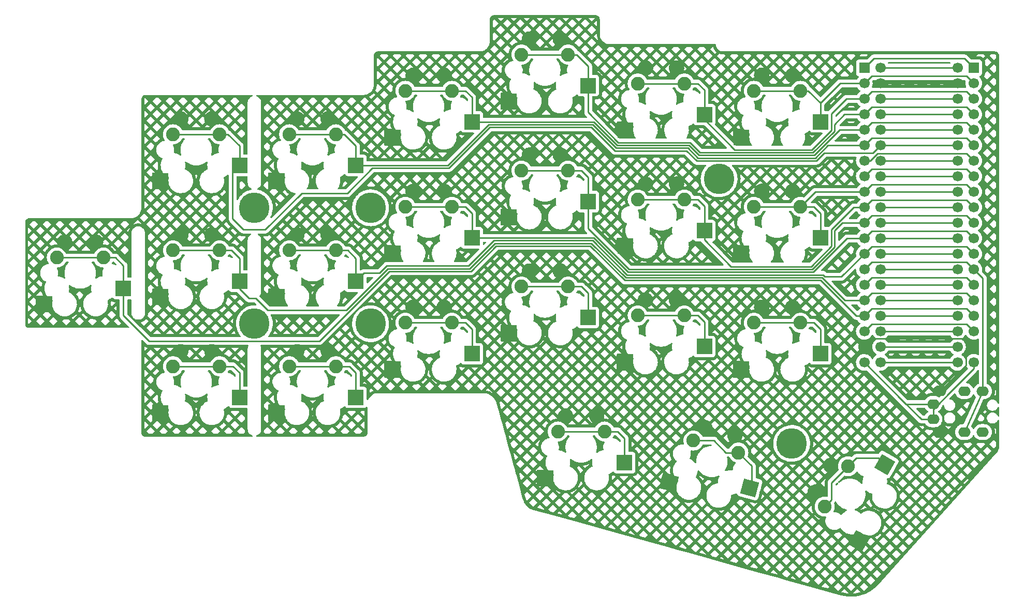
<source format=gbl>
G04 #@! TF.GenerationSoftware,KiCad,Pcbnew,(6.0.7-1)-1*
G04 #@! TF.CreationDate,2022-08-21T15:38:58+10:00*
G04 #@! TF.ProjectId,jantor,6a616e74-6f72-42e6-9b69-6361645f7063,rev?*
G04 #@! TF.SameCoordinates,Original*
G04 #@! TF.FileFunction,Copper,L2,Bot*
G04 #@! TF.FilePolarity,Positive*
%FSLAX46Y46*%
G04 Gerber Fmt 4.6, Leading zero omitted, Abs format (unit mm)*
G04 Created by KiCad (PCBNEW (6.0.7-1)-1) date 2022-08-21 15:38:58*
%MOMM*%
%LPD*%
G01*
G04 APERTURE LIST*
G04 Aperture macros list*
%AMRotRect*
0 Rectangle, with rotation*
0 The origin of the aperture is its center*
0 $1 length*
0 $2 width*
0 $3 Rotation angle, in degrees counterclockwise*
0 Add horizontal line*
21,1,$1,$2,0,0,$3*%
G04 Aperture macros list end*
G04 #@! TA.AperFunction,ComponentPad*
%ADD10C,2.250000*%
G04 #@! TD*
G04 #@! TA.AperFunction,SMDPad,CuDef*
%ADD11R,2.550000X2.500000*%
G04 #@! TD*
G04 #@! TA.AperFunction,ComponentPad*
%ADD12O,2.000000X1.600000*%
G04 #@! TD*
G04 #@! TA.AperFunction,SMDPad,CuDef*
%ADD13RotRect,2.550000X2.500000X345.000000*%
G04 #@! TD*
G04 #@! TA.AperFunction,SMDPad,CuDef*
%ADD14RotRect,2.550000X2.500000X60.000000*%
G04 #@! TD*
G04 #@! TA.AperFunction,ComponentPad*
%ADD15C,1.700000*%
G04 #@! TD*
G04 #@! TA.AperFunction,ComponentPad*
%ADD16R,1.700000X1.700000*%
G04 #@! TD*
G04 #@! TA.AperFunction,ComponentPad*
%ADD17C,5.000000*%
G04 #@! TD*
G04 #@! TA.AperFunction,Conductor*
%ADD18C,0.250000*%
G04 #@! TD*
G04 APERTURE END LIST*
D10*
X149377500Y-52085000D03*
X156997500Y-52085000D03*
D11*
X160272500Y-57165000D03*
D10*
X155727500Y-49545000D03*
X150647500Y-49545000D03*
D11*
X147345500Y-59705000D03*
D10*
X168377500Y-82960000D03*
D11*
X179272500Y-88040000D03*
D10*
X175997500Y-82960000D03*
X169647500Y-80420000D03*
D11*
X166345500Y-90580000D03*
D10*
X174727500Y-80420000D03*
D11*
X236272500Y-88040000D03*
D10*
X225377500Y-82960000D03*
X232997500Y-82960000D03*
X231727500Y-80420000D03*
D11*
X223345500Y-90580000D03*
D10*
X226647500Y-80420000D03*
X206377500Y-43772500D03*
D11*
X217272500Y-48852500D03*
D10*
X213997500Y-43772500D03*
X212727500Y-41232500D03*
X207647500Y-41232500D03*
D11*
X204345500Y-51392500D03*
X141272500Y-57165000D03*
D10*
X130377500Y-52085000D03*
X137997500Y-52085000D03*
D11*
X128345500Y-59705000D03*
D10*
X136727500Y-49545000D03*
X131647500Y-49545000D03*
D12*
X254700000Y-98762500D03*
X254700000Y-96262500D03*
X255800000Y-100862500D03*
X255800000Y-94162500D03*
X262800000Y-100862500D03*
X259800000Y-94162500D03*
X262800000Y-94162500D03*
X259800000Y-100862500D03*
D10*
X213997500Y-62772500D03*
X206377500Y-62772500D03*
D11*
X217272500Y-67852500D03*
D10*
X212727500Y-60232500D03*
X207647500Y-60232500D03*
D11*
X204345500Y-70392500D03*
D10*
X222837578Y-104220149D03*
X215477223Y-102247948D03*
D13*
X224686184Y-109974685D03*
D10*
X222268252Y-101437997D03*
D13*
X211542261Y-109082382D03*
D10*
X217361349Y-100123196D03*
D11*
X122272500Y-77352500D03*
D10*
X111377500Y-72272500D03*
X118997500Y-72272500D03*
X117727500Y-69732500D03*
X112647500Y-69732500D03*
D11*
X109345500Y-79892500D03*
D14*
X246804705Y-106165460D03*
D10*
X236957795Y-113060807D03*
X240767795Y-106461693D03*
X235393091Y-110690955D03*
X237933091Y-106291545D03*
D14*
X242540909Y-118630570D03*
D11*
X179272500Y-50040000D03*
D10*
X168377500Y-44960000D03*
X175997500Y-44960000D03*
X174727500Y-42420000D03*
X169647500Y-42420000D03*
D11*
X166345500Y-52580000D03*
D10*
X130377500Y-90085000D03*
X137997500Y-90085000D03*
D11*
X141272500Y-95165000D03*
X128345500Y-97705000D03*
D10*
X131647500Y-87545000D03*
X136727500Y-87545000D03*
X156997500Y-90085000D03*
D11*
X160272500Y-95165000D03*
D10*
X149377500Y-90085000D03*
X150647500Y-87545000D03*
D11*
X147345500Y-97705000D03*
D10*
X155727500Y-87545000D03*
X150647500Y-68545000D03*
X155727500Y-68545000D03*
D11*
X147345500Y-78705000D03*
D10*
X149377500Y-71085000D03*
X156997500Y-71085000D03*
D11*
X160272500Y-76165000D03*
D10*
X200935000Y-100772500D03*
X193315000Y-100772500D03*
D11*
X204210000Y-105852500D03*
D10*
X199665000Y-98232500D03*
X194585000Y-98232500D03*
D11*
X191283000Y-108392500D03*
X179272500Y-69040000D03*
D10*
X168377500Y-63960000D03*
X175997500Y-63960000D03*
X174727500Y-61420000D03*
X169647500Y-61420000D03*
D11*
X166345500Y-71580000D03*
X236272500Y-50040000D03*
D10*
X225377500Y-44960000D03*
X232997500Y-44960000D03*
X226647500Y-42420000D03*
D11*
X223345500Y-52580000D03*
D10*
X231727500Y-42420000D03*
X130377500Y-71085000D03*
X137997500Y-71085000D03*
D11*
X141272500Y-76165000D03*
D10*
X131647500Y-68545000D03*
X136727500Y-68545000D03*
D11*
X128345500Y-78705000D03*
X198272500Y-44102500D03*
D10*
X187377500Y-39022500D03*
X194997500Y-39022500D03*
X188647500Y-36482500D03*
X193727500Y-36482500D03*
D11*
X185345500Y-46642500D03*
D10*
X187377500Y-58022500D03*
D11*
X198272500Y-63102500D03*
D10*
X194997500Y-58022500D03*
X188647500Y-55482500D03*
X193727500Y-55482500D03*
D11*
X185345500Y-65642500D03*
X198272500Y-82102500D03*
D10*
X187377500Y-77022500D03*
X194997500Y-77022500D03*
X193727500Y-74482500D03*
D11*
X185345500Y-84642500D03*
D10*
X188647500Y-74482500D03*
D15*
X258677500Y-41192500D03*
X246097500Y-41172500D03*
X258677500Y-43732500D03*
X246097500Y-43712500D03*
X246097500Y-46252500D03*
X258677500Y-46272500D03*
X246097500Y-48792500D03*
X258677500Y-48812500D03*
X258677500Y-51352500D03*
X246097500Y-51332500D03*
X258677500Y-53892500D03*
X246097500Y-53872500D03*
X258677500Y-56432500D03*
X246097500Y-56412500D03*
X258677500Y-58972500D03*
X246097500Y-58952500D03*
X246097500Y-61492500D03*
X258677500Y-61512500D03*
X246097500Y-64032500D03*
X258677500Y-64052500D03*
X258677500Y-66592500D03*
X246097500Y-66572500D03*
X258677500Y-69132500D03*
X246097500Y-69112500D03*
X246097500Y-71652500D03*
X258677500Y-71672500D03*
X258677500Y-74212500D03*
X246097500Y-74192500D03*
X258677500Y-76752500D03*
X246097500Y-76732500D03*
X246097500Y-79272500D03*
X258677500Y-79292500D03*
X246097500Y-81812500D03*
X258677500Y-81832500D03*
X246097500Y-84352500D03*
X258677500Y-84372500D03*
X246097500Y-86892500D03*
X258677500Y-86912500D03*
X246097500Y-89432500D03*
X258677500Y-89452500D03*
X243437500Y-89452500D03*
X261337500Y-89432500D03*
X243437500Y-86912500D03*
X261337500Y-86892500D03*
X261337500Y-84352500D03*
X243437500Y-84372500D03*
X243437500Y-81832500D03*
X261337500Y-81812500D03*
X243437500Y-79292500D03*
X261337500Y-79272500D03*
X243437500Y-76752500D03*
X261337500Y-76732500D03*
X243437500Y-74212500D03*
X261337500Y-74192500D03*
X261337500Y-71652500D03*
X243437500Y-71672500D03*
X261337500Y-69112500D03*
X243437500Y-69132500D03*
X243437500Y-66592500D03*
X261337500Y-66572500D03*
X243437500Y-64052500D03*
X261337500Y-64032500D03*
X261337500Y-61492500D03*
X243437500Y-61512500D03*
X261337500Y-58952500D03*
X243437500Y-58972500D03*
X261337500Y-56412500D03*
X243437500Y-56432500D03*
X243437500Y-53892500D03*
X261337500Y-53872500D03*
X243437500Y-51352500D03*
X261337500Y-51332500D03*
X243437500Y-48812500D03*
X261337500Y-48792500D03*
X261337500Y-46252500D03*
X243437500Y-46272500D03*
X261337500Y-43712500D03*
X243437500Y-43732500D03*
D16*
X243437500Y-41192500D03*
X261337500Y-41172500D03*
D10*
X232997500Y-63960000D03*
X225377500Y-63960000D03*
D11*
X236272500Y-69040000D03*
D10*
X226647500Y-61420000D03*
D11*
X223345500Y-71580000D03*
D10*
X231727500Y-61420000D03*
X213997500Y-81772500D03*
D11*
X217272500Y-86852500D03*
D10*
X206377500Y-81772500D03*
X207647500Y-79232500D03*
X212727500Y-79232500D03*
D11*
X204345500Y-89392500D03*
D17*
X162687500Y-64125000D03*
X143687500Y-64125000D03*
X231562500Y-102718750D03*
X219687500Y-59375000D03*
X143687500Y-83125000D03*
X162687500Y-83125000D03*
D18*
X141272500Y-57165000D02*
X140125000Y-58312500D01*
X140125000Y-58312500D02*
X140125000Y-65906250D01*
X140125000Y-65906250D02*
X141906250Y-67687500D01*
X141906250Y-67687500D02*
X145468750Y-67687500D01*
X145468750Y-67687500D02*
X151406250Y-61750000D01*
X151406250Y-61750000D02*
X158862500Y-61750000D01*
X158862500Y-61750000D02*
X162997500Y-57615000D01*
X162997500Y-57615000D02*
X175508896Y-57615000D01*
X175508896Y-57615000D02*
X182183896Y-50940000D01*
X182183896Y-50940000D02*
X198808812Y-50940000D01*
X198808812Y-50940000D02*
X202656312Y-54787500D01*
X202656312Y-54787500D02*
X214378312Y-54787500D01*
X214378312Y-54787500D02*
X216015812Y-56425000D01*
X216015812Y-56425000D02*
X235608084Y-56425000D01*
X235608084Y-56425000D02*
X236893084Y-55140000D01*
X236893084Y-55140000D02*
X244830000Y-55140000D01*
X244830000Y-55140000D02*
X246097500Y-53872500D01*
X141272500Y-76165000D02*
X141272500Y-77446635D01*
X141272500Y-77446635D02*
X142794615Y-78968750D01*
X142794615Y-78968750D02*
X143939960Y-78968750D01*
X204418812Y-75550000D02*
X236498896Y-75550000D01*
X145864960Y-80893750D02*
X158718750Y-80893750D01*
X178905146Y-74075000D02*
X183040146Y-69940000D01*
X143939960Y-78968750D02*
X145864960Y-80893750D01*
X158718750Y-80893750D02*
X165537500Y-74075000D01*
X198808812Y-69940000D02*
X204418812Y-75550000D01*
X165537500Y-74075000D02*
X178905146Y-74075000D01*
X183040146Y-69940000D02*
X198808812Y-69940000D01*
X236498896Y-75550000D02*
X240241396Y-79292500D01*
X240241396Y-79292500D02*
X243437500Y-79292500D01*
X122272500Y-77352500D02*
X122272500Y-73585000D01*
X122272500Y-73585000D02*
X120960000Y-72272500D01*
X120960000Y-72272500D02*
X118997500Y-72272500D01*
X165723896Y-74525000D02*
X154298896Y-85950000D01*
X179091542Y-74525000D02*
X165723896Y-74525000D01*
X183226542Y-70390000D02*
X179091542Y-74525000D01*
X126445978Y-85950000D02*
X122966739Y-82470761D01*
X242145000Y-81832500D02*
X236312500Y-76000000D01*
X204232416Y-76000000D02*
X198622416Y-70390000D01*
X154298896Y-85950000D02*
X126445978Y-85950000D01*
X236312500Y-76000000D02*
X204232416Y-76000000D01*
X198622416Y-70390000D02*
X183226542Y-70390000D01*
X243437500Y-81832500D02*
X242145000Y-81832500D01*
X236991542Y-75406250D02*
X239703750Y-75406250D01*
X236685292Y-75100000D02*
X236991542Y-75406250D01*
X239703750Y-75406250D02*
X243437500Y-71672500D01*
X198995208Y-69490000D02*
X204605208Y-75100000D01*
X182853750Y-69490000D02*
X198995208Y-69490000D01*
X204605208Y-75100000D02*
X236685292Y-75100000D01*
X161625000Y-74812500D02*
X164163604Y-74812500D01*
X178718750Y-73625000D02*
X182853750Y-69490000D01*
X165351104Y-73625000D02*
X178718750Y-73625000D01*
X164163604Y-74812500D02*
X165351104Y-73625000D01*
X160272500Y-76165000D02*
X161625000Y-74812500D01*
X123027228Y-82531250D02*
X122966739Y-82470761D01*
X122966739Y-82470761D02*
X122272500Y-81776522D01*
X122272500Y-81776522D02*
X122272500Y-77352500D01*
X156997500Y-52085000D02*
X149377500Y-52085000D01*
X137997500Y-52085000D02*
X130377500Y-52085000D01*
X160272500Y-57165000D02*
X160272500Y-53991250D01*
X160272500Y-53991250D02*
X158366250Y-52085000D01*
X158366250Y-52085000D02*
X156997500Y-52085000D01*
X137997500Y-52085000D02*
X139366250Y-52085000D01*
X139366250Y-52085000D02*
X141272500Y-53991250D01*
X141272500Y-53991250D02*
X141272500Y-57165000D01*
X243437500Y-56432500D02*
X244415799Y-56432500D01*
X244415799Y-56432500D02*
X245610799Y-55237500D01*
X245610799Y-55237500D02*
X260162500Y-55237500D01*
X260162500Y-55237500D02*
X261337500Y-56412500D01*
X243437500Y-53892500D02*
X244654499Y-52675501D01*
X260140501Y-52675501D02*
X261337500Y-53872500D01*
X244654499Y-52675501D02*
X260140501Y-52675501D01*
X243437500Y-51352500D02*
X244632500Y-50157500D01*
X244632500Y-50157500D02*
X260162500Y-50157500D01*
X260162500Y-50157500D02*
X261337500Y-51332500D01*
X235421688Y-55975000D02*
X237504188Y-53892500D01*
X237504188Y-53892500D02*
X243437500Y-53892500D01*
X202842708Y-54337500D02*
X214564708Y-54337500D01*
X175322500Y-57165000D02*
X181997500Y-50490000D01*
X181997500Y-50490000D02*
X198995208Y-50490000D01*
X160272500Y-57165000D02*
X175322500Y-57165000D01*
X198995208Y-50490000D02*
X202842708Y-54337500D01*
X214564708Y-54337500D02*
X216202208Y-55975000D01*
X216202208Y-55975000D02*
X235421688Y-55975000D01*
X246097500Y-53872500D02*
X258657500Y-53872500D01*
X258657500Y-53872500D02*
X258677500Y-53892500D01*
X246097500Y-48792500D02*
X258657500Y-48792500D01*
X258657500Y-48792500D02*
X258677500Y-48812500D01*
X258657500Y-41172500D02*
X258677500Y-41192500D01*
X246097500Y-41172500D02*
X258657500Y-41172500D01*
X246097500Y-43712500D02*
X258657500Y-43712500D01*
X258657500Y-43712500D02*
X258677500Y-43732500D01*
X246117500Y-46272500D02*
X246097500Y-46252500D01*
X258677500Y-46272500D02*
X246117500Y-46272500D01*
X258677500Y-56432500D02*
X246117500Y-56432500D01*
X246117500Y-56432500D02*
X246097500Y-56412500D01*
X246097500Y-58952500D02*
X258657500Y-58952500D01*
X258657500Y-58952500D02*
X258677500Y-58972500D01*
X258657500Y-61492500D02*
X258677500Y-61512500D01*
X246097500Y-61492500D02*
X258657500Y-61492500D01*
X246117500Y-64052500D02*
X246097500Y-64032500D01*
X258677500Y-64052500D02*
X246117500Y-64052500D01*
X246097500Y-66572500D02*
X258657500Y-66572500D01*
X258657500Y-66572500D02*
X258677500Y-66592500D01*
X258677500Y-69132500D02*
X246117500Y-69132500D01*
X246117500Y-69132500D02*
X246097500Y-69112500D01*
X258657500Y-71652500D02*
X258677500Y-71672500D01*
X246097500Y-71652500D02*
X258657500Y-71652500D01*
X246097500Y-74192500D02*
X258657500Y-74192500D01*
X258657500Y-74192500D02*
X258677500Y-74212500D01*
X258677500Y-76752500D02*
X246117500Y-76752500D01*
X246117500Y-76752500D02*
X246097500Y-76732500D01*
X258657500Y-79272500D02*
X258677500Y-79292500D01*
X246097500Y-79272500D02*
X258657500Y-79272500D01*
X246117500Y-81832500D02*
X246097500Y-81812500D01*
X258677500Y-81832500D02*
X246117500Y-81832500D01*
X258677500Y-84372500D02*
X246117500Y-84372500D01*
X246117500Y-84372500D02*
X246097500Y-84352500D01*
X258657500Y-86892500D02*
X258677500Y-86912500D01*
X246097500Y-86892500D02*
X258657500Y-86892500D01*
X246117500Y-89452500D02*
X246097500Y-89432500D01*
X258677500Y-89452500D02*
X246117500Y-89452500D01*
X259812478Y-39647478D02*
X244982522Y-39647478D01*
X244982522Y-39647478D02*
X243437500Y-41192500D01*
X261337500Y-41172500D02*
X259812478Y-39647478D01*
X244632500Y-42537500D02*
X260162500Y-42537500D01*
X243437500Y-43732500D02*
X244632500Y-42537500D01*
X260162500Y-42537500D02*
X261337500Y-43712500D01*
X260162500Y-62857500D02*
X261337500Y-64032500D01*
X244632500Y-62857500D02*
X260162500Y-62857500D01*
X243437500Y-64052500D02*
X244632500Y-62857500D01*
X217272500Y-67852500D02*
X217272500Y-69352500D01*
X217272500Y-69352500D02*
X221670000Y-73750000D01*
X221670000Y-73750000D02*
X234737500Y-73750000D01*
X234737500Y-73750000D02*
X238093750Y-70393750D01*
X238093750Y-70393750D02*
X238093750Y-67687500D01*
X238093750Y-67687500D02*
X241728750Y-64052500D01*
X241728750Y-64052500D02*
X243437500Y-64052500D01*
X198272500Y-63102500D02*
X198272500Y-67494500D01*
X238543750Y-70580146D02*
X238543750Y-67873896D01*
X204978000Y-74200000D02*
X234923896Y-74200000D01*
X234923896Y-74200000D02*
X238543750Y-70580146D01*
X198272500Y-67494500D02*
X204978000Y-74200000D01*
X238543750Y-67873896D02*
X239825146Y-66592500D01*
X239825146Y-66592500D02*
X243437500Y-66592500D01*
X179272500Y-69040000D02*
X199181604Y-69040000D01*
X199181604Y-69040000D02*
X204791604Y-74650000D01*
X204791604Y-74650000D02*
X235110292Y-74650000D01*
X235110292Y-74650000D02*
X240627792Y-69132500D01*
X240627792Y-69132500D02*
X243437500Y-69132500D01*
X222837578Y-104220149D02*
X225031250Y-106413821D01*
X225031250Y-109629619D02*
X224686184Y-109974685D01*
X225031250Y-106413821D02*
X225031250Y-109629619D01*
X240767795Y-106461693D02*
X242135738Y-105093750D01*
X242135738Y-105093750D02*
X245732995Y-105093750D01*
X245732995Y-105093750D02*
X246804705Y-106165460D01*
X243437500Y-58972500D02*
X244632500Y-57777500D01*
X244632500Y-57777500D02*
X260162500Y-57777500D01*
X260162500Y-57777500D02*
X261337500Y-58952500D01*
X243437500Y-84372500D02*
X244632500Y-83177500D01*
X244632500Y-83177500D02*
X260162500Y-83177500D01*
X260162500Y-83177500D02*
X261337500Y-84352500D01*
X258677500Y-51352500D02*
X246117500Y-51352500D01*
X246117500Y-51352500D02*
X246097500Y-51332500D01*
X255800000Y-94162500D02*
X260040000Y-89922500D01*
X260040000Y-89922500D02*
X260040000Y-88190000D01*
X260040000Y-88190000D02*
X261337500Y-86892500D01*
X243437500Y-86912500D02*
X244780000Y-85570000D01*
X260015000Y-85570000D02*
X261337500Y-86892500D01*
X244780000Y-85570000D02*
X260015000Y-85570000D01*
X232997500Y-63960000D02*
X225377500Y-63960000D01*
X225377500Y-82960000D02*
X232997500Y-82960000D01*
X206377500Y-62772500D02*
X213997500Y-62772500D01*
X187377500Y-58022500D02*
X194997500Y-58022500D01*
X168377500Y-63960000D02*
X175997500Y-63960000D01*
X149377500Y-71085000D02*
X156997500Y-71085000D01*
X236957795Y-113060807D02*
X238093750Y-111924852D01*
X238093750Y-111924852D02*
X238093750Y-109135738D01*
X238093750Y-109135738D02*
X240767795Y-106461693D01*
X215477223Y-102247948D02*
X218853538Y-102247948D01*
X218853538Y-102247948D02*
X220825739Y-104220149D01*
X220825739Y-104220149D02*
X222837578Y-104220149D01*
X200935000Y-100772500D02*
X193315000Y-100772500D01*
X213997500Y-81772500D02*
X206377500Y-81772500D01*
X194997500Y-77022500D02*
X187377500Y-77022500D01*
X168377500Y-82960000D02*
X175997500Y-82960000D01*
X156997500Y-90085000D02*
X149377500Y-90085000D01*
X137997500Y-90085000D02*
X130377500Y-90085000D01*
X118997500Y-72272500D02*
X111377500Y-72272500D01*
X137997500Y-71085000D02*
X130377500Y-71085000D01*
X175997500Y-44960000D02*
X168377500Y-44960000D01*
X194997500Y-39022500D02*
X187377500Y-39022500D01*
X213997500Y-43772500D02*
X206377500Y-43772500D01*
X232997500Y-44960000D02*
X225377500Y-44960000D01*
X200935000Y-100772500D02*
X203129825Y-100772500D01*
X203129825Y-100772500D02*
X204210000Y-101852675D01*
X204210000Y-101852675D02*
X204210000Y-105852500D01*
X137997500Y-90085000D02*
X140192325Y-90085000D01*
X140192325Y-90085000D02*
X141272500Y-91165175D01*
X141272500Y-91165175D02*
X141272500Y-95165000D01*
X156997500Y-90085000D02*
X159192325Y-90085000D01*
X159192325Y-90085000D02*
X160272500Y-91165175D01*
X160272500Y-91165175D02*
X160272500Y-95165000D01*
X175997500Y-82960000D02*
X178192325Y-82960000D01*
X178192325Y-82960000D02*
X179272500Y-84040175D01*
X179272500Y-84040175D02*
X179272500Y-88040000D01*
X194997500Y-77022500D02*
X197192325Y-77022500D01*
X197192325Y-77022500D02*
X198272500Y-78102675D01*
X198272500Y-78102675D02*
X198272500Y-82102500D01*
X213997500Y-81772500D02*
X216192325Y-81772500D01*
X217272500Y-82852675D02*
X217272500Y-86852500D01*
X216192325Y-81772500D02*
X217272500Y-82852675D01*
X232997500Y-82960000D02*
X235192325Y-82960000D01*
X235192325Y-82960000D02*
X236272500Y-84040175D01*
X236272500Y-84040175D02*
X236272500Y-88040000D01*
X232997500Y-63960000D02*
X235192325Y-63960000D01*
X235192325Y-63960000D02*
X236272500Y-65040175D01*
X236272500Y-65040175D02*
X236272500Y-69040000D01*
X213997500Y-62772500D02*
X216192325Y-62772500D01*
X216192325Y-62772500D02*
X217272500Y-63852675D01*
X217272500Y-63852675D02*
X217272500Y-67852500D01*
X194997500Y-58022500D02*
X197192325Y-58022500D01*
X197192325Y-58022500D02*
X198272500Y-59102675D01*
X198272500Y-59102675D02*
X198272500Y-63102500D01*
X175997500Y-63960000D02*
X178192325Y-63960000D01*
X178192325Y-63960000D02*
X179272500Y-65040175D01*
X179272500Y-65040175D02*
X179272500Y-69040000D01*
X156997500Y-71085000D02*
X158960000Y-71085000D01*
X158960000Y-71085000D02*
X160272500Y-72397500D01*
X160272500Y-72397500D02*
X160272500Y-76165000D01*
X137997500Y-71085000D02*
X139960000Y-71085000D01*
X139960000Y-71085000D02*
X141272500Y-72397500D01*
X141272500Y-72397500D02*
X141272500Y-76165000D01*
X236272500Y-46946250D02*
X234286250Y-44960000D01*
X234286250Y-44960000D02*
X232997500Y-44960000D01*
X175997500Y-44960000D02*
X178192325Y-44960000D01*
X179272500Y-46040175D02*
X179272500Y-50040000D01*
X178192325Y-44960000D02*
X179272500Y-46040175D01*
X198272500Y-44102500D02*
X198272500Y-40928750D01*
X196366250Y-39022500D02*
X194997500Y-39022500D01*
X198272500Y-40928750D02*
X196366250Y-39022500D01*
X213997500Y-43772500D02*
X216192325Y-43772500D01*
X216192325Y-43772500D02*
X217272500Y-44852675D01*
X217272500Y-44852675D02*
X217272500Y-48852500D01*
X255550000Y-96262500D02*
X257250000Y-94562500D01*
X257250000Y-94562500D02*
X261337500Y-90475000D01*
X254700000Y-98762500D02*
X254700000Y-97112500D01*
X254700000Y-97112500D02*
X257250000Y-94562500D01*
X250247500Y-96262500D02*
X249773750Y-95788750D01*
X254700000Y-98762500D02*
X252747500Y-98762500D01*
X249773750Y-95788750D02*
X243437500Y-89452500D01*
X252747500Y-98762500D02*
X249773750Y-95788750D01*
X254700000Y-96262500D02*
X255550000Y-96262500D01*
X261337500Y-90475000D02*
X261337500Y-89432500D01*
X254700000Y-96262500D02*
X254700000Y-98762500D01*
X254700000Y-96262500D02*
X250247500Y-96262500D01*
X262800000Y-94162500D02*
X262800000Y-75655000D01*
X262800000Y-75655000D02*
X261337500Y-74192500D01*
X259800000Y-100862500D02*
X262800000Y-94162500D01*
X243437500Y-81832500D02*
X244632500Y-80637500D01*
X244632500Y-80637500D02*
X260162500Y-80637500D01*
X260162500Y-80637500D02*
X261337500Y-81812500D01*
X243437500Y-79292500D02*
X244632500Y-78097500D01*
X244632500Y-78097500D02*
X260162500Y-78097500D01*
X260162500Y-78097500D02*
X261337500Y-79272500D01*
X243437500Y-76752500D02*
X244632500Y-75557500D01*
X244632500Y-75557500D02*
X260162500Y-75557500D01*
X260162500Y-75557500D02*
X261337500Y-76732500D01*
X243437500Y-74212500D02*
X244632500Y-73017500D01*
X260162500Y-73017500D02*
X261337500Y-74192500D01*
X244632500Y-73017500D02*
X260162500Y-73017500D01*
X243437500Y-71672500D02*
X244632500Y-70477500D01*
X244632500Y-70477500D02*
X260162500Y-70477500D01*
X260162500Y-70477500D02*
X261337500Y-71652500D01*
X243437500Y-69132500D02*
X244632500Y-67937500D01*
X244632500Y-67937500D02*
X260162500Y-67937500D01*
X260162500Y-67937500D02*
X261337500Y-69112500D01*
X261337500Y-66572500D02*
X260162500Y-65397500D01*
X260162500Y-65397500D02*
X244632500Y-65397500D01*
X244632500Y-65397500D02*
X243437500Y-66592500D01*
X243437500Y-61512500D02*
X244632500Y-60317500D01*
X244632500Y-60317500D02*
X260162500Y-60317500D01*
X260162500Y-60317500D02*
X261337500Y-61492500D01*
X243437500Y-48812500D02*
X244632500Y-47617500D01*
X244632500Y-47617500D02*
X260162500Y-47617500D01*
X260162500Y-47617500D02*
X261337500Y-48792500D01*
X243437500Y-46272500D02*
X244632500Y-45077500D01*
X244632500Y-45077500D02*
X260162500Y-45077500D01*
X260162500Y-45077500D02*
X261337500Y-46252500D01*
X243437500Y-61512500D02*
X235445000Y-61512500D01*
X235445000Y-61512500D02*
X232997500Y-63960000D01*
X179272500Y-50040000D02*
X199181604Y-50040000D01*
X216388604Y-55525000D02*
X235235292Y-55525000D01*
X199181604Y-50040000D02*
X203029104Y-53887500D01*
X203029104Y-53887500D02*
X214751104Y-53887500D01*
X214751104Y-53887500D02*
X216388604Y-55525000D01*
X235235292Y-55525000D02*
X239407792Y-51352500D01*
X239407792Y-51352500D02*
X243437500Y-51352500D01*
X198272500Y-44102500D02*
X198272500Y-48494500D01*
X198272500Y-48494500D02*
X203215500Y-53437500D01*
X238543750Y-51580146D02*
X238543750Y-50468750D01*
X203215500Y-53437500D02*
X214937500Y-53437500D01*
X214937500Y-53437500D02*
X216575000Y-55075000D01*
X235048896Y-55075000D02*
X238543750Y-51580146D01*
X216575000Y-55075000D02*
X235048896Y-55075000D01*
X238543750Y-50468750D02*
X240200000Y-48812500D01*
X240200000Y-48812500D02*
X243437500Y-48812500D01*
X217272500Y-48852500D02*
X217272500Y-49682000D01*
X234862500Y-54625000D02*
X238093750Y-51393750D01*
X238093750Y-51393750D02*
X238093750Y-48687500D01*
X240508750Y-46272500D02*
X243437500Y-46272500D01*
X217272500Y-49682000D02*
X222215500Y-54625000D01*
X238093750Y-48687500D02*
X240508750Y-46272500D01*
X222215500Y-54625000D02*
X234862500Y-54625000D01*
X236272500Y-50040000D02*
X236272500Y-46946250D01*
X236272500Y-46946250D02*
X239486250Y-43732500D01*
X239486250Y-43732500D02*
X243437500Y-43732500D01*
G04 #@! TA.AperFunction,Conductor*
G36*
X199470018Y-32572500D02*
G01*
X199484852Y-32574810D01*
X199484855Y-32574810D01*
X199493724Y-32576191D01*
X199502626Y-32575027D01*
X199502750Y-32575011D01*
X199533192Y-32574740D01*
X199567732Y-32578632D01*
X199636987Y-32586435D01*
X199664489Y-32592712D01*
X199781216Y-32633556D01*
X199806628Y-32645795D01*
X199911331Y-32711584D01*
X199933390Y-32729176D01*
X200020824Y-32816610D01*
X200038416Y-32838669D01*
X200104205Y-32943372D01*
X200116447Y-32968793D01*
X200157286Y-33085505D01*
X200163565Y-33113013D01*
X200174518Y-33210226D01*
X200174423Y-33225868D01*
X200175300Y-33225879D01*
X200175190Y-33234851D01*
X200173809Y-33243724D01*
X200174973Y-33252626D01*
X200174973Y-33252628D01*
X200177936Y-33275283D01*
X200179000Y-33291621D01*
X200179000Y-35575633D01*
X200177500Y-35595018D01*
X200173809Y-35618724D01*
X200174714Y-35625647D01*
X200174956Y-35629030D01*
X200174955Y-35629107D01*
X200174977Y-35629328D01*
X200177518Y-35664856D01*
X200191975Y-35866982D01*
X200192931Y-35871376D01*
X200223690Y-36012773D01*
X200243543Y-36104039D01*
X200328324Y-36331343D01*
X200444590Y-36544269D01*
X200589975Y-36738481D01*
X200761519Y-36910025D01*
X200955731Y-37055410D01*
X201168657Y-37171676D01*
X201395961Y-37256457D01*
X201400347Y-37257411D01*
X201400350Y-37257412D01*
X201530262Y-37285672D01*
X201633018Y-37308025D01*
X201637506Y-37308346D01*
X201839486Y-37322792D01*
X201851396Y-37324216D01*
X201862448Y-37326076D01*
X201868966Y-37326155D01*
X201870140Y-37326170D01*
X201870143Y-37326170D01*
X201875000Y-37326229D01*
X201902624Y-37322273D01*
X201920486Y-37321000D01*
X219044411Y-37321000D01*
X219063783Y-37322498D01*
X219071359Y-37323677D01*
X219135592Y-37353918D01*
X219173279Y-37414086D01*
X219177500Y-37437205D01*
X219191586Y-37598355D01*
X219241497Y-37784666D01*
X219243817Y-37789643D01*
X219243819Y-37789647D01*
X219320680Y-37954492D01*
X219323005Y-37959478D01*
X219326160Y-37963984D01*
X219419663Y-38097525D01*
X219433634Y-38117479D01*
X219570021Y-38253866D01*
X219574526Y-38257020D01*
X219574528Y-38257022D01*
X219700003Y-38344877D01*
X219728022Y-38364495D01*
X219733006Y-38366819D01*
X219733008Y-38366820D01*
X219897853Y-38443681D01*
X219897857Y-38443683D01*
X219902834Y-38446003D01*
X220089145Y-38495914D01*
X220159836Y-38502093D01*
X220239426Y-38509050D01*
X220249352Y-38510316D01*
X220268741Y-38513577D01*
X220273607Y-38513636D01*
X220273608Y-38513636D01*
X220274789Y-38513650D01*
X220281293Y-38513729D01*
X220286107Y-38513039D01*
X220286110Y-38513039D01*
X220308893Y-38509774D01*
X220326766Y-38508500D01*
X264763133Y-38508500D01*
X264782518Y-38510000D01*
X264797352Y-38512310D01*
X264797355Y-38512310D01*
X264806224Y-38513691D01*
X264815126Y-38512527D01*
X264815250Y-38512511D01*
X264845692Y-38512240D01*
X264880232Y-38516132D01*
X264949487Y-38523935D01*
X264976989Y-38530212D01*
X265093716Y-38571056D01*
X265119126Y-38583294D01*
X265179880Y-38621468D01*
X265223831Y-38649084D01*
X265245890Y-38666676D01*
X265333324Y-38754110D01*
X265350916Y-38776169D01*
X265406623Y-38864826D01*
X265416705Y-38880872D01*
X265428946Y-38906292D01*
X265433412Y-38919054D01*
X265469786Y-39023005D01*
X265476065Y-39050513D01*
X265487018Y-39147726D01*
X265486923Y-39163368D01*
X265487800Y-39163379D01*
X265487690Y-39172351D01*
X265486309Y-39181224D01*
X265487473Y-39190126D01*
X265487473Y-39190128D01*
X265490436Y-39212783D01*
X265491500Y-39229121D01*
X265491500Y-96087633D01*
X265471498Y-96155754D01*
X265417842Y-96202247D01*
X265347568Y-96212351D01*
X265282988Y-96182857D01*
X265250393Y-96138882D01*
X265193803Y-96011778D01*
X265193802Y-96011776D01*
X265191118Y-96005748D01*
X265078866Y-95851247D01*
X265073955Y-95846825D01*
X264941852Y-95727879D01*
X264941851Y-95727878D01*
X264936944Y-95723460D01*
X264771556Y-95627973D01*
X264589928Y-95568958D01*
X264583367Y-95568268D01*
X264583365Y-95568268D01*
X264530111Y-95562671D01*
X264447610Y-95554000D01*
X264352390Y-95554000D01*
X264269889Y-95562671D01*
X264216635Y-95568268D01*
X264216633Y-95568268D01*
X264210072Y-95568958D01*
X264028444Y-95627973D01*
X263863056Y-95723460D01*
X263858149Y-95727878D01*
X263858148Y-95727879D01*
X263726045Y-95846825D01*
X263721134Y-95851247D01*
X263608882Y-96005748D01*
X263606198Y-96011776D01*
X263606197Y-96011778D01*
X263537672Y-96165688D01*
X263531206Y-96180212D01*
X263514953Y-96256678D01*
X263493465Y-96357769D01*
X263491500Y-96367013D01*
X263491500Y-96557987D01*
X263492872Y-96564439D01*
X263492872Y-96564444D01*
X263502811Y-96611201D01*
X263531206Y-96744788D01*
X263533891Y-96750818D01*
X263533891Y-96750819D01*
X263598673Y-96896321D01*
X263608882Y-96919252D01*
X263612762Y-96924593D01*
X263612763Y-96924594D01*
X263626501Y-96943502D01*
X263721134Y-97073753D01*
X263726044Y-97078174D01*
X263726045Y-97078175D01*
X263803602Y-97148007D01*
X263863056Y-97201540D01*
X263935956Y-97243629D01*
X263994796Y-97277600D01*
X264028444Y-97297027D01*
X264210072Y-97356042D01*
X264216633Y-97356732D01*
X264216635Y-97356732D01*
X264269889Y-97362329D01*
X264352390Y-97371000D01*
X264447610Y-97371000D01*
X264530111Y-97362329D01*
X264583365Y-97356732D01*
X264583367Y-97356732D01*
X264589928Y-97356042D01*
X264771556Y-97297027D01*
X264805205Y-97277600D01*
X264864044Y-97243629D01*
X264936944Y-97201540D01*
X264996399Y-97148007D01*
X265073955Y-97078175D01*
X265073956Y-97078174D01*
X265078866Y-97073753D01*
X265173499Y-96943502D01*
X265187237Y-96924594D01*
X265187238Y-96924593D01*
X265191118Y-96919252D01*
X265201328Y-96896321D01*
X265250393Y-96786118D01*
X265296373Y-96732022D01*
X265364300Y-96711373D01*
X265432609Y-96730725D01*
X265479610Y-96783936D01*
X265491500Y-96837367D01*
X265491500Y-98187633D01*
X265471498Y-98255754D01*
X265417842Y-98302247D01*
X265347568Y-98312351D01*
X265282988Y-98282857D01*
X265250393Y-98238882D01*
X265193803Y-98111778D01*
X265193802Y-98111776D01*
X265191118Y-98105748D01*
X265181199Y-98092095D01*
X265097004Y-97976212D01*
X265078866Y-97951247D01*
X265039118Y-97915458D01*
X264941852Y-97827879D01*
X264941851Y-97827878D01*
X264936944Y-97823460D01*
X264815152Y-97753143D01*
X264777279Y-97731277D01*
X264777278Y-97731276D01*
X264771556Y-97727973D01*
X264589928Y-97668958D01*
X264583367Y-97668268D01*
X264583365Y-97668268D01*
X264530111Y-97662671D01*
X264447610Y-97654000D01*
X264352390Y-97654000D01*
X264269889Y-97662671D01*
X264216635Y-97668268D01*
X264216633Y-97668268D01*
X264210072Y-97668958D01*
X264028444Y-97727973D01*
X264022722Y-97731276D01*
X264022721Y-97731277D01*
X263984848Y-97753143D01*
X263863056Y-97823460D01*
X263858149Y-97827878D01*
X263858148Y-97827879D01*
X263760882Y-97915458D01*
X263721134Y-97951247D01*
X263702996Y-97976212D01*
X263618802Y-98092095D01*
X263608882Y-98105748D01*
X263606198Y-98111776D01*
X263606197Y-98111778D01*
X263533891Y-98274181D01*
X263531206Y-98280212D01*
X263520635Y-98329944D01*
X263494044Y-98455046D01*
X263491500Y-98467013D01*
X263491500Y-98657987D01*
X263492872Y-98664439D01*
X263492872Y-98664444D01*
X263507052Y-98731154D01*
X263531206Y-98844788D01*
X263533891Y-98850818D01*
X263533891Y-98850819D01*
X263604744Y-99009957D01*
X263608882Y-99019252D01*
X263612762Y-99024593D01*
X263612763Y-99024594D01*
X263636805Y-99057684D01*
X263721134Y-99173753D01*
X263726044Y-99178174D01*
X263726045Y-99178175D01*
X263772046Y-99219594D01*
X263863056Y-99301540D01*
X264028444Y-99397027D01*
X264210072Y-99456042D01*
X264216633Y-99456732D01*
X264216635Y-99456732D01*
X264269889Y-99462329D01*
X264352390Y-99471000D01*
X264447610Y-99471000D01*
X264530111Y-99462329D01*
X264583365Y-99456732D01*
X264583367Y-99456732D01*
X264589928Y-99456042D01*
X264771556Y-99397027D01*
X264936944Y-99301540D01*
X265027955Y-99219594D01*
X265073955Y-99178175D01*
X265073956Y-99178174D01*
X265078866Y-99173753D01*
X265163195Y-99057684D01*
X265187237Y-99024594D01*
X265187238Y-99024593D01*
X265191118Y-99019252D01*
X265195257Y-99009957D01*
X265250393Y-98886118D01*
X265296373Y-98832022D01*
X265364300Y-98811373D01*
X265432609Y-98830725D01*
X265479610Y-98883936D01*
X265491500Y-98937367D01*
X265491500Y-103240946D01*
X265490168Y-103252792D01*
X265490715Y-103252837D01*
X265489982Y-103261786D01*
X265487988Y-103270535D01*
X265488530Y-103279493D01*
X265488530Y-103279494D01*
X265488989Y-103287077D01*
X265488086Y-103311545D01*
X265465697Y-103477398D01*
X265465513Y-103478758D01*
X265462300Y-103494707D01*
X265443571Y-103564147D01*
X265411443Y-103683265D01*
X265406203Y-103698661D01*
X265331461Y-103879098D01*
X265324288Y-103893674D01*
X265254370Y-104015233D01*
X265226916Y-104062964D01*
X265217907Y-104076518D01*
X265193728Y-104108243D01*
X265138220Y-104181076D01*
X265119956Y-104205040D01*
X265103747Y-104222067D01*
X265101673Y-104224393D01*
X265094806Y-104230183D01*
X265089841Y-104237666D01*
X265089840Y-104237667D01*
X265080032Y-104252449D01*
X265068785Y-104266977D01*
X245480208Y-126077726D01*
X245470139Y-126086758D01*
X245470273Y-126086897D01*
X245463801Y-126093117D01*
X245456513Y-126098357D01*
X245442941Y-126115737D01*
X245428675Y-126131158D01*
X245200702Y-126339634D01*
X245132479Y-126402023D01*
X245125366Y-126408059D01*
X244784860Y-126676002D01*
X244777320Y-126681496D01*
X244417910Y-126923521D01*
X244409985Y-126928441D01*
X244164734Y-127068405D01*
X244044254Y-127137162D01*
X244033663Y-127143206D01*
X244025399Y-127147525D01*
X243806574Y-127251759D01*
X243634205Y-127333864D01*
X243625640Y-127337561D01*
X243221751Y-127494438D01*
X243212936Y-127497492D01*
X242798530Y-127624062D01*
X242789513Y-127626455D01*
X242366883Y-127722016D01*
X242357714Y-127723735D01*
X242343612Y-127725842D01*
X241929175Y-127787764D01*
X241919904Y-127788800D01*
X241487797Y-127820948D01*
X241478476Y-127821295D01*
X241259489Y-127821340D01*
X241045188Y-127821385D01*
X241035865Y-127821042D01*
X240995333Y-127818043D01*
X240603721Y-127789070D01*
X240594471Y-127788039D01*
X240260991Y-127738353D01*
X240165907Y-127724186D01*
X240156737Y-127722471D01*
X239772748Y-127635814D01*
X239749865Y-127628289D01*
X239745143Y-127626217D01*
X239745137Y-127626215D01*
X239736920Y-127622610D01*
X239709215Y-127619018D01*
X239691673Y-127615461D01*
X238691951Y-127337561D01*
X237801626Y-127090071D01*
X239661067Y-127090071D01*
X239799519Y-127128557D01*
X239800958Y-127128744D01*
X239809796Y-127130212D01*
X239844067Y-127137162D01*
X239852780Y-127139254D01*
X239887204Y-127148826D01*
X239895745Y-127151531D01*
X239907352Y-127155667D01*
X240252929Y-127233656D01*
X240654214Y-127293445D01*
X240859546Y-127308636D01*
X240916423Y-127251759D01*
X241620699Y-127251759D01*
X241676474Y-127307534D01*
X241869218Y-127293194D01*
X242270486Y-127233240D01*
X242666246Y-127143754D01*
X242868090Y-127082106D01*
X242329221Y-126543237D01*
X241620699Y-127251759D01*
X240916423Y-127251759D01*
X240207901Y-126543237D01*
X239661067Y-127090071D01*
X237801626Y-127090071D01*
X234481816Y-126167240D01*
X236341257Y-126167240D01*
X237450075Y-126475466D01*
X237734442Y-126191099D01*
X237734441Y-126191098D01*
X238438720Y-126191098D01*
X239147241Y-126899620D01*
X239855762Y-126191099D01*
X239855761Y-126191098D01*
X240560040Y-126191098D01*
X241268561Y-126899619D01*
X241977082Y-126191098D01*
X242681360Y-126191098D01*
X243386473Y-126896211D01*
X243397619Y-126891881D01*
X244098402Y-126191098D01*
X243389881Y-125482577D01*
X242681360Y-126191098D01*
X241977082Y-126191098D01*
X241268561Y-125482577D01*
X240560040Y-126191098D01*
X239855761Y-126191098D01*
X239147240Y-125482578D01*
X238438720Y-126191098D01*
X237734441Y-126191098D01*
X237025920Y-125482577D01*
X236341257Y-126167240D01*
X234481816Y-126167240D01*
X230752004Y-125130438D01*
X233135418Y-125130438D01*
X233337146Y-125332166D01*
X234130265Y-125552635D01*
X234552462Y-125130438D01*
X235256738Y-125130438D01*
X235965260Y-125838960D01*
X236673782Y-125130438D01*
X237378058Y-125130438D01*
X238086580Y-125838960D01*
X238795102Y-125130438D01*
X239499379Y-125130438D01*
X240207901Y-125838960D01*
X240916423Y-125130438D01*
X241620699Y-125130438D01*
X242329221Y-125838960D01*
X243037743Y-125130438D01*
X243742021Y-125130438D01*
X244450542Y-125838959D01*
X245159063Y-125130438D01*
X244450542Y-124421917D01*
X243742021Y-125130438D01*
X243037743Y-125130438D01*
X242329221Y-124421916D01*
X241620699Y-125130438D01*
X240916423Y-125130438D01*
X240207901Y-124421916D01*
X239499379Y-125130438D01*
X238795102Y-125130438D01*
X238086580Y-124421916D01*
X237378058Y-125130438D01*
X236673782Y-125130438D01*
X235965260Y-124421916D01*
X235256738Y-125130438D01*
X234552462Y-125130438D01*
X233843940Y-124421916D01*
X233135418Y-125130438D01*
X230752004Y-125130438D01*
X229502099Y-124782993D01*
X231361542Y-124782993D01*
X232361724Y-125061021D01*
X231722619Y-124421916D01*
X231361542Y-124782993D01*
X229502099Y-124782993D01*
X226182289Y-123860162D01*
X228041733Y-123860162D01*
X229150550Y-124168389D01*
X229249161Y-124069778D01*
X229953437Y-124069778D01*
X230399121Y-124515462D01*
X230810455Y-124629804D01*
X231370481Y-124069778D01*
X232074758Y-124069778D01*
X232783279Y-124778299D01*
X233491800Y-124069778D01*
X234196078Y-124069778D01*
X234904600Y-124778300D01*
X235613122Y-124069778D01*
X236317398Y-124069778D01*
X237025920Y-124778300D01*
X237734442Y-124069778D01*
X238438719Y-124069778D01*
X239147240Y-124778299D01*
X239855761Y-124069778D01*
X240560039Y-124069778D01*
X241268561Y-124778300D01*
X241977083Y-124069778D01*
X242681359Y-124069778D01*
X243389881Y-124778300D01*
X244098403Y-124069778D01*
X244802680Y-124069778D01*
X245511201Y-124778299D01*
X246219722Y-124069778D01*
X245511201Y-123361257D01*
X244802680Y-124069778D01*
X244098403Y-124069778D01*
X243389881Y-123361256D01*
X242681359Y-124069778D01*
X241977083Y-124069778D01*
X241268561Y-123361256D01*
X240560039Y-124069778D01*
X239855761Y-124069778D01*
X239147240Y-123361257D01*
X238438719Y-124069778D01*
X237734442Y-124069778D01*
X237025920Y-123361256D01*
X236317398Y-124069778D01*
X235613122Y-124069778D01*
X234904600Y-123361256D01*
X234196078Y-124069778D01*
X233491800Y-124069778D01*
X232783279Y-123361257D01*
X232074758Y-124069778D01*
X231370481Y-124069778D01*
X230661959Y-123361256D01*
X229953437Y-124069778D01*
X229249161Y-124069778D01*
X228540639Y-123361256D01*
X228041733Y-123860162D01*
X226182289Y-123860162D01*
X222862482Y-122937332D01*
X224721922Y-122937332D01*
X225830740Y-123245558D01*
X226067180Y-123009118D01*
X226771457Y-123009118D01*
X227461098Y-123698759D01*
X227490646Y-123706973D01*
X228188501Y-123009118D01*
X228892777Y-123009118D01*
X229601299Y-123717640D01*
X230309821Y-123009118D01*
X231014097Y-123009118D01*
X231722619Y-123717640D01*
X232431141Y-123009118D01*
X233135418Y-123009118D01*
X233843940Y-123717640D01*
X234552462Y-123009118D01*
X235256738Y-123009118D01*
X235965260Y-123717640D01*
X236673782Y-123009118D01*
X237378058Y-123009118D01*
X238086580Y-123717640D01*
X238795102Y-123009118D01*
X239499379Y-123009118D01*
X240207901Y-123717640D01*
X240916423Y-123009118D01*
X241620699Y-123009118D01*
X242329221Y-123717640D01*
X243037743Y-123009118D01*
X243742021Y-123009118D01*
X244450542Y-123717639D01*
X245159063Y-123009118D01*
X245863340Y-123009118D01*
X246571862Y-123717640D01*
X247280384Y-123009118D01*
X246571862Y-122300596D01*
X245863340Y-123009118D01*
X245159063Y-123009118D01*
X244450542Y-122300597D01*
X243742021Y-123009118D01*
X243037743Y-123009118D01*
X242329221Y-122300596D01*
X241620699Y-123009118D01*
X240916423Y-123009118D01*
X240207901Y-122300596D01*
X239499379Y-123009118D01*
X238795102Y-123009118D01*
X238086580Y-122300596D01*
X237378058Y-123009118D01*
X236673782Y-123009118D01*
X235965260Y-122300596D01*
X235256738Y-123009118D01*
X234552462Y-123009118D01*
X233843940Y-122300596D01*
X233135418Y-123009118D01*
X232431141Y-123009118D01*
X231722619Y-122300596D01*
X231014097Y-123009118D01*
X230309821Y-123009118D01*
X229601299Y-122300596D01*
X228892777Y-123009118D01*
X228188501Y-123009118D01*
X227479979Y-122300596D01*
X226771457Y-123009118D01*
X226067180Y-123009118D01*
X225358658Y-122300596D01*
X224721922Y-122937332D01*
X222862482Y-122937332D01*
X219305087Y-121948458D01*
X221468156Y-121948458D01*
X221585051Y-122065353D01*
X222510931Y-122322727D01*
X222885200Y-121948458D01*
X223589476Y-121948458D01*
X224297998Y-122656980D01*
X225006520Y-121948458D01*
X225710798Y-121948458D01*
X226419319Y-122656979D01*
X227127840Y-121948458D01*
X227832117Y-121948458D01*
X228540639Y-122656980D01*
X229249161Y-121948458D01*
X229953437Y-121948458D01*
X230661959Y-122656980D01*
X231370481Y-121948458D01*
X232074758Y-121948458D01*
X232783279Y-122656979D01*
X233491800Y-121948458D01*
X234196078Y-121948458D01*
X234904600Y-122656980D01*
X235613122Y-121948458D01*
X236317398Y-121948458D01*
X237025920Y-122656980D01*
X237734442Y-121948458D01*
X238438719Y-121948458D01*
X239147240Y-122656979D01*
X239855761Y-121948458D01*
X240560039Y-121948458D01*
X241268561Y-122656980D01*
X241977083Y-121948458D01*
X242681359Y-121948458D01*
X243389881Y-122656980D01*
X244098403Y-121948458D01*
X244802680Y-121948458D01*
X245511201Y-122656979D01*
X246219722Y-121948458D01*
X246924000Y-121948458D01*
X247632522Y-122656980D01*
X248341044Y-121948458D01*
X247632522Y-121239936D01*
X246924000Y-121948458D01*
X246219722Y-121948458D01*
X245511201Y-121239937D01*
X244802680Y-121948458D01*
X244098403Y-121948458D01*
X243389881Y-121239936D01*
X242681359Y-121948458D01*
X241977083Y-121948458D01*
X241268561Y-121239936D01*
X240560039Y-121948458D01*
X239855761Y-121948458D01*
X239147240Y-121239937D01*
X238438719Y-121948458D01*
X237734442Y-121948458D01*
X237025920Y-121239936D01*
X236317398Y-121948458D01*
X235613122Y-121948458D01*
X234904600Y-121239936D01*
X234196078Y-121948458D01*
X233491800Y-121948458D01*
X232783279Y-121239937D01*
X232074758Y-121948458D01*
X231370481Y-121948458D01*
X230661959Y-121239936D01*
X229953437Y-121948458D01*
X229249161Y-121948458D01*
X228540639Y-121239936D01*
X227832117Y-121948458D01*
X227127840Y-121948458D01*
X226419319Y-121239937D01*
X225710798Y-121948458D01*
X225006520Y-121948458D01*
X224297998Y-121239936D01*
X223589476Y-121948458D01*
X222885200Y-121948458D01*
X222176678Y-121239936D01*
X221468156Y-121948458D01*
X219305087Y-121948458D01*
X217882764Y-121553085D01*
X219742208Y-121553085D01*
X220609630Y-121794209D01*
X220055357Y-121239936D01*
X219742208Y-121553085D01*
X217882764Y-121553085D01*
X214562954Y-120630254D01*
X216422399Y-120630254D01*
X217531216Y-120938481D01*
X217581899Y-120887798D01*
X218286175Y-120887798D01*
X218647027Y-121248650D01*
X219191121Y-121399896D01*
X219703219Y-120887798D01*
X220407496Y-120887798D01*
X221116018Y-121596320D01*
X221824540Y-120887798D01*
X222528816Y-120887798D01*
X223237338Y-121596320D01*
X223945860Y-120887798D01*
X224650136Y-120887798D01*
X225358658Y-121596320D01*
X226067180Y-120887798D01*
X226771457Y-120887798D01*
X227479979Y-121596320D01*
X228188501Y-120887798D01*
X228892777Y-120887798D01*
X229601299Y-121596320D01*
X230309821Y-120887798D01*
X231014097Y-120887798D01*
X231722619Y-121596320D01*
X232431141Y-120887798D01*
X233135418Y-120887798D01*
X233843940Y-121596320D01*
X234552462Y-120887798D01*
X235256738Y-120887798D01*
X235965260Y-121596320D01*
X236673782Y-120887798D01*
X237378058Y-120887798D01*
X238086580Y-121596320D01*
X238795102Y-120887798D01*
X239499379Y-120887798D01*
X240207901Y-121596320D01*
X240916423Y-120887798D01*
X241620699Y-120887798D01*
X242329221Y-121596320D01*
X243037743Y-120887798D01*
X243742021Y-120887798D01*
X244450542Y-121596319D01*
X245159063Y-120887798D01*
X245863340Y-120887798D01*
X246571862Y-121596320D01*
X247280384Y-120887798D01*
X247984660Y-120887798D01*
X248693182Y-121596320D01*
X249401704Y-120887798D01*
X248693182Y-120179276D01*
X247984660Y-120887798D01*
X247280384Y-120887798D01*
X246571862Y-120179276D01*
X245863340Y-120887798D01*
X245159063Y-120887798D01*
X244450542Y-120179277D01*
X243742021Y-120887798D01*
X243037743Y-120887798D01*
X242457368Y-120307423D01*
X243161645Y-120307423D01*
X243389881Y-120535659D01*
X244098402Y-119827137D01*
X244802681Y-119827137D01*
X245511202Y-120535659D01*
X246219723Y-119827138D01*
X246219722Y-119827137D01*
X246924001Y-119827137D01*
X247632522Y-120535658D01*
X248341043Y-119827137D01*
X249045321Y-119827137D01*
X249753842Y-120535659D01*
X250091668Y-120197833D01*
X250442466Y-119807240D01*
X249753842Y-119118616D01*
X249045321Y-119827137D01*
X248341043Y-119827137D01*
X247632522Y-119118616D01*
X246924001Y-119827137D01*
X246219722Y-119827137D01*
X245511201Y-119118617D01*
X244802681Y-119827137D01*
X244098402Y-119827137D01*
X243680319Y-119409054D01*
X243161645Y-120307423D01*
X242457368Y-120307423D01*
X242329221Y-120179276D01*
X241620699Y-120887798D01*
X240916423Y-120887798D01*
X240207901Y-120179276D01*
X239499379Y-120887798D01*
X238795102Y-120887798D01*
X238086580Y-120179276D01*
X237378058Y-120887798D01*
X236673782Y-120887798D01*
X235965260Y-120179276D01*
X235256738Y-120887798D01*
X234552462Y-120887798D01*
X233843940Y-120179276D01*
X233135418Y-120887798D01*
X232431141Y-120887798D01*
X231722619Y-120179276D01*
X231014097Y-120887798D01*
X230309821Y-120887798D01*
X229601299Y-120179276D01*
X228892777Y-120887798D01*
X228188501Y-120887798D01*
X227479979Y-120179276D01*
X226771457Y-120887798D01*
X226067180Y-120887798D01*
X225358658Y-120179276D01*
X224650136Y-120887798D01*
X223945860Y-120887798D01*
X223237338Y-120179276D01*
X222528816Y-120887798D01*
X221824540Y-120887798D01*
X221116018Y-120179276D01*
X220407496Y-120887798D01*
X219703219Y-120887798D01*
X218994697Y-120179276D01*
X218286175Y-120887798D01*
X217581899Y-120887798D01*
X216873377Y-120179276D01*
X216422399Y-120630254D01*
X214562954Y-120630254D01*
X212940601Y-120179277D01*
X211243148Y-119707424D01*
X213102590Y-119707424D01*
X214211406Y-120015650D01*
X214399918Y-119827138D01*
X214399917Y-119827137D01*
X215104196Y-119827137D01*
X215709006Y-120431947D01*
X215871311Y-120477064D01*
X216521238Y-119827137D01*
X217225516Y-119827137D01*
X217934037Y-120535658D01*
X218642557Y-119827138D01*
X219346836Y-119827138D01*
X220055357Y-120535659D01*
X220763878Y-119827137D01*
X221468157Y-119827137D01*
X222176678Y-120535658D01*
X222885199Y-119827137D01*
X223589477Y-119827137D01*
X224297998Y-120535658D01*
X225006518Y-119827138D01*
X225710797Y-119827138D01*
X226419318Y-120535659D01*
X227127839Y-119827137D01*
X227832118Y-119827137D01*
X228540639Y-120535658D01*
X229249160Y-119827137D01*
X229953438Y-119827137D01*
X230661959Y-120535658D01*
X231370480Y-119827137D01*
X232074759Y-119827137D01*
X232783280Y-120535659D01*
X233491801Y-119827138D01*
X233491800Y-119827137D01*
X234196079Y-119827137D01*
X234904600Y-120535658D01*
X235613121Y-119827137D01*
X236317399Y-119827137D01*
X237025920Y-120535658D01*
X237734441Y-119827137D01*
X238438720Y-119827137D01*
X239147241Y-120535659D01*
X239855762Y-119827138D01*
X239855761Y-119827137D01*
X240560040Y-119827137D01*
X241268561Y-120535658D01*
X241916448Y-119887772D01*
X241018079Y-119369098D01*
X240560040Y-119827137D01*
X239855761Y-119827137D01*
X239147240Y-119118617D01*
X238438720Y-119827137D01*
X237734441Y-119827137D01*
X237025920Y-119118616D01*
X236317399Y-119827137D01*
X235613121Y-119827137D01*
X234904600Y-119118616D01*
X234196079Y-119827137D01*
X233491800Y-119827137D01*
X232783279Y-119118617D01*
X232074759Y-119827137D01*
X231370480Y-119827137D01*
X230661959Y-119118616D01*
X229953438Y-119827137D01*
X229249160Y-119827137D01*
X228540639Y-119118616D01*
X227832118Y-119827137D01*
X227127839Y-119827137D01*
X226419319Y-119118617D01*
X225710797Y-119827138D01*
X225006518Y-119827138D01*
X225006519Y-119827137D01*
X224297998Y-119118616D01*
X223589477Y-119827137D01*
X222885199Y-119827137D01*
X222176678Y-119118616D01*
X221468157Y-119827137D01*
X220763878Y-119827137D01*
X220055358Y-119118617D01*
X219346836Y-119827138D01*
X218642557Y-119827138D01*
X218642558Y-119827137D01*
X217934037Y-119118616D01*
X217225516Y-119827137D01*
X216521238Y-119827137D01*
X215812717Y-119118616D01*
X215104196Y-119827137D01*
X214399917Y-119827137D01*
X213691397Y-119118617D01*
X213102590Y-119707424D01*
X211243148Y-119707424D01*
X207858167Y-118766477D01*
X209800894Y-118766477D01*
X209832958Y-118798541D01*
X210891596Y-119092819D01*
X211217938Y-118766477D01*
X211922214Y-118766477D01*
X212630736Y-119474999D01*
X213339258Y-118766477D01*
X214043535Y-118766477D01*
X214752057Y-119474999D01*
X215460579Y-118766477D01*
X216164855Y-118766477D01*
X216873377Y-119474999D01*
X217581899Y-118766477D01*
X218286175Y-118766477D01*
X218994697Y-119474999D01*
X219703219Y-118766477D01*
X220407496Y-118766477D01*
X221116018Y-119474999D01*
X221824540Y-118766477D01*
X222528816Y-118766477D01*
X223237338Y-119474999D01*
X223945860Y-118766477D01*
X224650136Y-118766477D01*
X225358658Y-119474999D01*
X226067180Y-118766477D01*
X226771457Y-118766477D01*
X227479979Y-119474999D01*
X228188501Y-118766477D01*
X228892777Y-118766477D01*
X229601299Y-119474999D01*
X230309821Y-118766477D01*
X231014097Y-118766477D01*
X231722619Y-119474999D01*
X232431141Y-118766477D01*
X233135418Y-118766477D01*
X233843940Y-119474999D01*
X234552462Y-118766477D01*
X235256738Y-118766477D01*
X235965260Y-119474999D01*
X236673782Y-118766477D01*
X237378058Y-118766477D01*
X238086580Y-119474999D01*
X238795102Y-118766477D01*
X239499379Y-118766477D01*
X240207901Y-119474999D01*
X240720340Y-118962560D01*
X243938102Y-118962560D01*
X244450541Y-119474999D01*
X245159063Y-118766477D01*
X245863340Y-118766477D01*
X246571862Y-119474999D01*
X247280384Y-118766477D01*
X247984660Y-118766477D01*
X248693182Y-119474999D01*
X249401704Y-118766477D01*
X250105982Y-118766477D01*
X250775703Y-119436199D01*
X251446194Y-118689647D01*
X250814503Y-118057956D01*
X250105982Y-118766477D01*
X249401704Y-118766477D01*
X248693182Y-118057955D01*
X247984660Y-118766477D01*
X247280384Y-118766477D01*
X246571862Y-118057955D01*
X245863340Y-118766477D01*
X245159063Y-118766477D01*
X244632408Y-118239822D01*
X244575662Y-118251884D01*
X244571344Y-118252723D01*
X244554426Y-118255706D01*
X244550079Y-118256394D01*
X244532671Y-118258840D01*
X244528309Y-118259376D01*
X244511240Y-118261170D01*
X244506859Y-118261553D01*
X244335928Y-118273505D01*
X243938102Y-118962560D01*
X240720340Y-118962560D01*
X240815043Y-118867857D01*
X240889259Y-118739313D01*
X240229815Y-118079869D01*
X245176732Y-118079869D01*
X245511201Y-118414338D01*
X246219722Y-117705817D01*
X246924000Y-117705817D01*
X247632522Y-118414339D01*
X248341044Y-117705817D01*
X249045320Y-117705817D01*
X249753842Y-118414339D01*
X250462364Y-117705817D01*
X251166641Y-117705817D01*
X251779431Y-118318607D01*
X252449922Y-117572054D01*
X251875163Y-116997295D01*
X251166641Y-117705817D01*
X250462364Y-117705817D01*
X249753842Y-116997295D01*
X249045320Y-117705817D01*
X248341044Y-117705817D01*
X247632522Y-116997295D01*
X246924000Y-117705817D01*
X246219722Y-117705817D01*
X246011830Y-117497925D01*
X245832041Y-117671545D01*
X245828821Y-117674547D01*
X245816058Y-117686038D01*
X245812741Y-117688922D01*
X245799275Y-117700221D01*
X245795862Y-117702985D01*
X245782334Y-117713555D01*
X245778818Y-117716204D01*
X245551568Y-117881310D01*
X245547960Y-117883836D01*
X245533726Y-117893436D01*
X245530043Y-117895828D01*
X245515136Y-117905143D01*
X245511367Y-117907407D01*
X245496496Y-117915993D01*
X245492649Y-117918126D01*
X245244633Y-118049999D01*
X245240713Y-118051996D01*
X245225276Y-118059525D01*
X245221289Y-118061385D01*
X245205229Y-118068535D01*
X245201179Y-118070253D01*
X245185263Y-118076683D01*
X245181160Y-118078258D01*
X245176732Y-118079869D01*
X240229815Y-118079869D01*
X240207901Y-118057955D01*
X239499379Y-118766477D01*
X238795102Y-118766477D01*
X238086580Y-118057955D01*
X237378058Y-118766477D01*
X236673782Y-118766477D01*
X235965260Y-118057955D01*
X235256738Y-118766477D01*
X234552462Y-118766477D01*
X233843940Y-118057955D01*
X233135418Y-118766477D01*
X232431141Y-118766477D01*
X231722619Y-118057955D01*
X231014097Y-118766477D01*
X230309821Y-118766477D01*
X229601299Y-118057955D01*
X228892777Y-118766477D01*
X228188501Y-118766477D01*
X227479979Y-118057955D01*
X226771457Y-118766477D01*
X226067180Y-118766477D01*
X225358658Y-118057955D01*
X224650136Y-118766477D01*
X223945860Y-118766477D01*
X223237338Y-118057955D01*
X222528816Y-118766477D01*
X221824540Y-118766477D01*
X221116018Y-118057955D01*
X220407496Y-118766477D01*
X219703219Y-118766477D01*
X218994697Y-118057955D01*
X218286175Y-118766477D01*
X217581899Y-118766477D01*
X216873377Y-118057955D01*
X216164855Y-118766477D01*
X215460579Y-118766477D01*
X214752057Y-118057955D01*
X214043535Y-118766477D01*
X213339258Y-118766477D01*
X212630736Y-118057955D01*
X211922214Y-118766477D01*
X211217938Y-118766477D01*
X210509416Y-118057955D01*
X209800894Y-118766477D01*
X207858167Y-118766477D01*
X202943621Y-117400346D01*
X204803064Y-117400346D01*
X205911881Y-117708573D01*
X205914637Y-117705817D01*
X206618914Y-117705817D01*
X206894935Y-117981838D01*
X207571786Y-118169988D01*
X208035957Y-117705817D01*
X208740234Y-117705817D01*
X209448756Y-118414339D01*
X210157278Y-117705817D01*
X210861554Y-117705817D01*
X211570076Y-118414339D01*
X212278598Y-117705817D01*
X212982876Y-117705817D01*
X213691397Y-118414338D01*
X214399918Y-117705817D01*
X215104195Y-117705817D01*
X215812717Y-118414339D01*
X216521239Y-117705817D01*
X217225515Y-117705817D01*
X217934037Y-118414339D01*
X218642559Y-117705817D01*
X219346837Y-117705817D01*
X220055358Y-118414338D01*
X220763879Y-117705817D01*
X221468156Y-117705817D01*
X222176678Y-118414339D01*
X222885200Y-117705817D01*
X223589476Y-117705817D01*
X224297998Y-118414339D01*
X225006520Y-117705817D01*
X225710798Y-117705817D01*
X226419319Y-118414338D01*
X227127840Y-117705817D01*
X227832117Y-117705817D01*
X228540639Y-118414339D01*
X229249161Y-117705817D01*
X229953437Y-117705817D01*
X230661959Y-118414339D01*
X231370481Y-117705817D01*
X232074758Y-117705817D01*
X232783279Y-118414338D01*
X233491800Y-117705817D01*
X234196078Y-117705817D01*
X234904600Y-118414339D01*
X235613122Y-117705817D01*
X236317398Y-117705817D01*
X237025920Y-118414339D01*
X237734442Y-117705817D01*
X238438719Y-117705817D01*
X239147240Y-118414338D01*
X239855761Y-117705817D01*
X239353018Y-117203073D01*
X239192712Y-117272776D01*
X239187931Y-117274739D01*
X239169113Y-117282019D01*
X239164256Y-117283784D01*
X239144709Y-117290438D01*
X239139786Y-117292002D01*
X239120441Y-117297714D01*
X239115455Y-117299076D01*
X238882846Y-117357503D01*
X238877810Y-117358659D01*
X238858055Y-117362768D01*
X238852973Y-117363716D01*
X238832602Y-117367088D01*
X238827487Y-117367828D01*
X238807470Y-117370303D01*
X238802333Y-117370831D01*
X238771140Y-117373396D01*
X238438719Y-117705817D01*
X237734442Y-117705817D01*
X237025920Y-116997295D01*
X236317398Y-117705817D01*
X235613122Y-117705817D01*
X234904600Y-116997295D01*
X234196078Y-117705817D01*
X233491800Y-117705817D01*
X232783279Y-116997296D01*
X232074758Y-117705817D01*
X231370481Y-117705817D01*
X230661959Y-116997295D01*
X229953437Y-117705817D01*
X229249161Y-117705817D01*
X228540639Y-116997295D01*
X227832117Y-117705817D01*
X227127840Y-117705817D01*
X226419319Y-116997296D01*
X225710798Y-117705817D01*
X225006520Y-117705817D01*
X224297998Y-116997295D01*
X223589476Y-117705817D01*
X222885200Y-117705817D01*
X222176678Y-116997295D01*
X221468156Y-117705817D01*
X220763879Y-117705817D01*
X220055358Y-116997296D01*
X219346837Y-117705817D01*
X218642559Y-117705817D01*
X217934037Y-116997295D01*
X217225515Y-117705817D01*
X216521239Y-117705817D01*
X215812717Y-116997295D01*
X215104195Y-117705817D01*
X214399918Y-117705817D01*
X213691397Y-116997296D01*
X212982876Y-117705817D01*
X212278598Y-117705817D01*
X211570076Y-116997295D01*
X210861554Y-117705817D01*
X210157278Y-117705817D01*
X209448756Y-116997295D01*
X208740234Y-117705817D01*
X208035957Y-117705817D01*
X207327436Y-116997296D01*
X206618914Y-117705817D01*
X205914637Y-117705817D01*
X205206115Y-116997295D01*
X204803064Y-117400346D01*
X202943621Y-117400346D01*
X199623814Y-116477516D01*
X201483254Y-116477516D01*
X202592071Y-116785741D01*
X202732655Y-116645157D01*
X203436933Y-116645157D01*
X203956911Y-117165135D01*
X204251977Y-117247157D01*
X204853977Y-116645157D01*
X205558253Y-116645157D01*
X206266775Y-117353679D01*
X206975297Y-116645157D01*
X207679574Y-116645157D01*
X208388095Y-117353678D01*
X209096616Y-116645157D01*
X209800894Y-116645157D01*
X210509416Y-117353679D01*
X211217938Y-116645157D01*
X211922214Y-116645157D01*
X212630736Y-117353679D01*
X213339258Y-116645157D01*
X214043535Y-116645157D01*
X214752057Y-117353679D01*
X215460579Y-116645157D01*
X216164855Y-116645157D01*
X216873377Y-117353679D01*
X217581899Y-116645157D01*
X218286175Y-116645157D01*
X218994697Y-117353679D01*
X219703219Y-116645157D01*
X220407496Y-116645157D01*
X221116018Y-117353679D01*
X221824540Y-116645157D01*
X222528816Y-116645157D01*
X223237338Y-117353679D01*
X223945860Y-116645157D01*
X224650136Y-116645157D01*
X225358658Y-117353679D01*
X226067180Y-116645157D01*
X226771457Y-116645157D01*
X227479979Y-117353679D01*
X228188501Y-116645157D01*
X228892777Y-116645157D01*
X229601299Y-117353679D01*
X230309821Y-116645157D01*
X231014097Y-116645157D01*
X231722619Y-117353679D01*
X232431141Y-116645157D01*
X233135418Y-116645157D01*
X233843940Y-117353679D01*
X234552462Y-116645157D01*
X235256738Y-116645157D01*
X235965260Y-117353679D01*
X236673782Y-116645157D01*
X235965260Y-115936635D01*
X235256738Y-116645157D01*
X234552462Y-116645157D01*
X233843940Y-115936635D01*
X233135418Y-116645157D01*
X232431141Y-116645157D01*
X231722619Y-115936635D01*
X231014097Y-116645157D01*
X230309821Y-116645157D01*
X229601299Y-115936635D01*
X228892777Y-116645157D01*
X228188501Y-116645157D01*
X227479979Y-115936635D01*
X226771457Y-116645157D01*
X226067180Y-116645157D01*
X225358658Y-115936635D01*
X224650136Y-116645157D01*
X223945860Y-116645157D01*
X223237338Y-115936635D01*
X222528816Y-116645157D01*
X221824540Y-116645157D01*
X221116018Y-115936635D01*
X220407496Y-116645157D01*
X219703219Y-116645157D01*
X218994697Y-115936635D01*
X218286175Y-116645157D01*
X217581899Y-116645157D01*
X216873377Y-115936635D01*
X216164855Y-116645157D01*
X215460579Y-116645157D01*
X214752057Y-115936635D01*
X214043535Y-116645157D01*
X213339258Y-116645157D01*
X212630736Y-115936635D01*
X211922214Y-116645157D01*
X211217938Y-116645157D01*
X210509416Y-115936635D01*
X209800894Y-116645157D01*
X209096616Y-116645157D01*
X208388095Y-115936636D01*
X207679574Y-116645157D01*
X206975297Y-116645157D01*
X206266775Y-115936635D01*
X205558253Y-116645157D01*
X204853977Y-116645157D01*
X204145455Y-115936635D01*
X203436933Y-116645157D01*
X202732655Y-116645157D01*
X202024134Y-115936636D01*
X201483254Y-116477516D01*
X199623814Y-116477516D01*
X196304004Y-115554685D01*
X198163444Y-115554685D01*
X199272262Y-115862911D01*
X199550676Y-115584497D01*
X200254952Y-115584497D01*
X200963474Y-116293019D01*
X201671996Y-115584497D01*
X202376273Y-115584497D01*
X203084795Y-116293019D01*
X203793317Y-115584497D01*
X204497593Y-115584497D01*
X205206115Y-116293019D01*
X205914637Y-115584497D01*
X206618915Y-115584497D01*
X207327436Y-116293018D01*
X208035957Y-115584497D01*
X208740234Y-115584497D01*
X209448756Y-116293019D01*
X210157278Y-115584497D01*
X210861554Y-115584497D01*
X211570076Y-116293019D01*
X212278598Y-115584497D01*
X212982876Y-115584497D01*
X213691397Y-116293018D01*
X214399918Y-115584497D01*
X215104195Y-115584497D01*
X215812717Y-116293019D01*
X216521239Y-115584497D01*
X217225515Y-115584497D01*
X217934037Y-116293019D01*
X218642559Y-115584497D01*
X219346837Y-115584497D01*
X220055358Y-116293018D01*
X220763879Y-115584497D01*
X221468156Y-115584497D01*
X222176678Y-116293019D01*
X222885200Y-115584497D01*
X223589476Y-115584497D01*
X224297998Y-116293019D01*
X225006520Y-115584497D01*
X225710798Y-115584497D01*
X226419319Y-116293018D01*
X227127840Y-115584497D01*
X227832117Y-115584497D01*
X228540639Y-116293019D01*
X229249161Y-115584497D01*
X229953437Y-115584497D01*
X230661959Y-116293019D01*
X231370481Y-115584497D01*
X232074758Y-115584497D01*
X232783279Y-116293018D01*
X233491800Y-115584497D01*
X234196078Y-115584497D01*
X234904600Y-116293019D01*
X235613122Y-115584497D01*
X234904600Y-114875975D01*
X234196078Y-115584497D01*
X233491800Y-115584497D01*
X232783279Y-114875976D01*
X232074758Y-115584497D01*
X231370481Y-115584497D01*
X230661959Y-114875975D01*
X229953437Y-115584497D01*
X229249161Y-115584497D01*
X228540639Y-114875975D01*
X227832117Y-115584497D01*
X227127840Y-115584497D01*
X226419319Y-114875976D01*
X225710798Y-115584497D01*
X225006520Y-115584497D01*
X224297998Y-114875975D01*
X223589476Y-115584497D01*
X222885200Y-115584497D01*
X222176678Y-114875975D01*
X221468156Y-115584497D01*
X220763879Y-115584497D01*
X220055358Y-114875976D01*
X219346837Y-115584497D01*
X218642559Y-115584497D01*
X217934037Y-114875975D01*
X217225515Y-115584497D01*
X216521239Y-115584497D01*
X215812717Y-114875975D01*
X215104195Y-115584497D01*
X214399918Y-115584497D01*
X213691397Y-114875976D01*
X212982876Y-115584497D01*
X212278598Y-115584497D01*
X211570076Y-114875975D01*
X210861554Y-115584497D01*
X210157278Y-115584497D01*
X209448756Y-114875975D01*
X208740234Y-115584497D01*
X208035957Y-115584497D01*
X207327436Y-114875976D01*
X206618915Y-115584497D01*
X205914637Y-115584497D01*
X205206115Y-114875975D01*
X204497593Y-115584497D01*
X203793317Y-115584497D01*
X203084795Y-114875975D01*
X202376273Y-115584497D01*
X201671996Y-115584497D01*
X200963474Y-114875975D01*
X200254952Y-115584497D01*
X199550676Y-115584497D01*
X198842154Y-114875975D01*
X198163444Y-115554685D01*
X196304004Y-115554685D01*
X192595612Y-114523837D01*
X194951652Y-114523837D01*
X195142841Y-114715026D01*
X195952453Y-114940079D01*
X196368694Y-114523837D01*
X197072972Y-114523837D01*
X197781494Y-115232359D01*
X198490016Y-114523837D01*
X199194292Y-114523837D01*
X199902814Y-115232359D01*
X200611336Y-114523837D01*
X201315613Y-114523837D01*
X202024134Y-115232358D01*
X202732655Y-114523837D01*
X203436933Y-114523837D01*
X204145455Y-115232359D01*
X204853977Y-114523837D01*
X205558253Y-114523837D01*
X206266775Y-115232359D01*
X206975297Y-114523837D01*
X207679574Y-114523837D01*
X208388095Y-115232358D01*
X209096616Y-114523837D01*
X209800894Y-114523837D01*
X210509416Y-115232359D01*
X211217938Y-114523837D01*
X211922214Y-114523837D01*
X212630736Y-115232359D01*
X213339258Y-114523837D01*
X214043535Y-114523837D01*
X214752057Y-115232359D01*
X215460579Y-114523837D01*
X216164855Y-114523837D01*
X216873377Y-115232359D01*
X217581899Y-114523837D01*
X218286175Y-114523837D01*
X218994697Y-115232359D01*
X219703219Y-114523837D01*
X220407496Y-114523837D01*
X221116018Y-115232359D01*
X221824540Y-114523837D01*
X222528816Y-114523837D01*
X223237338Y-115232359D01*
X223945860Y-114523837D01*
X224650136Y-114523837D01*
X225358658Y-115232359D01*
X226067180Y-114523837D01*
X226771457Y-114523837D01*
X227479979Y-115232359D01*
X228188501Y-114523837D01*
X228892777Y-114523837D01*
X229601299Y-115232359D01*
X230309821Y-114523837D01*
X231014097Y-114523837D01*
X231722619Y-115232359D01*
X232431141Y-114523837D01*
X233135418Y-114523837D01*
X233843940Y-115232359D01*
X234552462Y-114523837D01*
X235256738Y-114523837D01*
X235965260Y-115232359D01*
X236160106Y-115037513D01*
X236023332Y-114980859D01*
X236018802Y-114978878D01*
X236001263Y-114970793D01*
X235996810Y-114968633D01*
X235979193Y-114959657D01*
X235974827Y-114957323D01*
X235957971Y-114947883D01*
X235953703Y-114945382D01*
X235734474Y-114811038D01*
X235730308Y-114808371D01*
X235714240Y-114797635D01*
X235710176Y-114794802D01*
X235694181Y-114783180D01*
X235690236Y-114780194D01*
X235675075Y-114768241D01*
X235671255Y-114765105D01*
X235475740Y-114598120D01*
X235472040Y-114594832D01*
X235457856Y-114581720D01*
X235454291Y-114578292D01*
X235440310Y-114564311D01*
X235436882Y-114560746D01*
X235423770Y-114546562D01*
X235420482Y-114542862D01*
X235336290Y-114444285D01*
X235256738Y-114523837D01*
X234552462Y-114523837D01*
X233843940Y-113815315D01*
X233135418Y-114523837D01*
X232431141Y-114523837D01*
X231722619Y-113815315D01*
X231014097Y-114523837D01*
X230309821Y-114523837D01*
X229601299Y-113815315D01*
X228892777Y-114523837D01*
X228188501Y-114523837D01*
X227479979Y-113815315D01*
X226771457Y-114523837D01*
X226067180Y-114523837D01*
X225358658Y-113815315D01*
X224650136Y-114523837D01*
X223945860Y-114523837D01*
X223237338Y-113815315D01*
X222528816Y-114523837D01*
X221824540Y-114523837D01*
X221116018Y-113815315D01*
X220407496Y-114523837D01*
X219703219Y-114523837D01*
X218994697Y-113815315D01*
X218286175Y-114523837D01*
X217581899Y-114523837D01*
X216873377Y-113815315D01*
X216164855Y-114523837D01*
X215460579Y-114523837D01*
X214752057Y-113815315D01*
X214043535Y-114523837D01*
X213339258Y-114523837D01*
X212630736Y-113815315D01*
X211922214Y-114523837D01*
X211217938Y-114523837D01*
X210509416Y-113815315D01*
X209800894Y-114523837D01*
X209096616Y-114523837D01*
X208388095Y-113815316D01*
X207679574Y-114523837D01*
X206975297Y-114523837D01*
X206266775Y-113815315D01*
X205558253Y-114523837D01*
X204853977Y-114523837D01*
X204145455Y-113815315D01*
X203436933Y-114523837D01*
X202732655Y-114523837D01*
X202024134Y-113815316D01*
X201315613Y-114523837D01*
X200611336Y-114523837D01*
X199902814Y-113815315D01*
X199194292Y-114523837D01*
X198490016Y-114523837D01*
X197781494Y-113815315D01*
X197072972Y-114523837D01*
X196368694Y-114523837D01*
X195660173Y-113815316D01*
X194951652Y-114523837D01*
X192595612Y-114523837D01*
X191324288Y-114170438D01*
X193183730Y-114170438D01*
X194167420Y-114443882D01*
X193538853Y-113815315D01*
X193183730Y-114170438D01*
X191324288Y-114170438D01*
X189019065Y-113529639D01*
X189018803Y-113529546D01*
X189018629Y-113529438D01*
X189000903Y-113524520D01*
X188979170Y-113516264D01*
X188852310Y-113454128D01*
X188779870Y-113418647D01*
X188767829Y-113411907D01*
X188759863Y-113406856D01*
X188556475Y-113277905D01*
X188545242Y-113269887D01*
X188543216Y-113268266D01*
X188517388Y-113247607D01*
X189863921Y-113247607D01*
X190972737Y-113555834D01*
X191065394Y-113463177D01*
X191769672Y-113463177D01*
X192204818Y-113898323D01*
X192632642Y-114017249D01*
X193186714Y-113463177D01*
X193890992Y-113463177D01*
X194599513Y-114171698D01*
X195308034Y-113463177D01*
X196012313Y-113463177D01*
X196720834Y-114171698D01*
X197429355Y-113463177D01*
X198133633Y-113463177D01*
X198842154Y-114171698D01*
X199550675Y-113463177D01*
X200254953Y-113463177D01*
X200963474Y-114171698D01*
X201671995Y-113463177D01*
X202376274Y-113463177D01*
X203084795Y-114171698D01*
X203793316Y-113463177D01*
X204497594Y-113463177D01*
X205206115Y-114171698D01*
X205914636Y-113463177D01*
X205914635Y-113463176D01*
X206618914Y-113463176D01*
X207327436Y-114171697D01*
X208035956Y-113463177D01*
X208740235Y-113463177D01*
X209448756Y-114171698D01*
X210157277Y-113463177D01*
X210861555Y-113463177D01*
X211570076Y-114171698D01*
X212278597Y-113463177D01*
X212278596Y-113463176D01*
X212982875Y-113463176D01*
X213691397Y-114171697D01*
X214399917Y-113463177D01*
X215104196Y-113463177D01*
X215812717Y-114171698D01*
X216521238Y-113463177D01*
X217225516Y-113463177D01*
X217934037Y-114171698D01*
X218347431Y-113758304D01*
X219641965Y-113758304D01*
X220055358Y-114171697D01*
X220701693Y-113525362D01*
X220691375Y-113530848D01*
X220687455Y-113532845D01*
X220672018Y-113540374D01*
X220668031Y-113542234D01*
X220651971Y-113549384D01*
X220647921Y-113551102D01*
X220632005Y-113557532D01*
X220627902Y-113559107D01*
X220363946Y-113655179D01*
X220359792Y-113656610D01*
X220343473Y-113661913D01*
X220339269Y-113663198D01*
X220322372Y-113668044D01*
X220318121Y-113669183D01*
X220301450Y-113673340D01*
X220297162Y-113674331D01*
X220022404Y-113732733D01*
X220018086Y-113733572D01*
X220001168Y-113736555D01*
X219996821Y-113737243D01*
X219979413Y-113739689D01*
X219975051Y-113740225D01*
X219957982Y-113742019D01*
X219953601Y-113742402D01*
X219743535Y-113757091D01*
X219741337Y-113757226D01*
X219732765Y-113757675D01*
X219730573Y-113757770D01*
X219721784Y-113758077D01*
X219719585Y-113758135D01*
X219710997Y-113758285D01*
X219708797Y-113758304D01*
X219641965Y-113758304D01*
X218347431Y-113758304D01*
X218581083Y-113524652D01*
X218490859Y-113484481D01*
X218486871Y-113482621D01*
X218471435Y-113475092D01*
X218467517Y-113473095D01*
X218451996Y-113464842D01*
X218448991Y-113463177D01*
X221468157Y-113463177D01*
X222176678Y-114171698D01*
X222885199Y-113463177D01*
X223589477Y-113463177D01*
X224297998Y-114171698D01*
X225006519Y-113463177D01*
X225006518Y-113463176D01*
X225710797Y-113463176D01*
X226419319Y-114171697D01*
X227127839Y-113463177D01*
X227832118Y-113463177D01*
X228540639Y-114171698D01*
X229249160Y-113463177D01*
X229953438Y-113463177D01*
X230661959Y-114171698D01*
X231370480Y-113463177D01*
X232074759Y-113463177D01*
X232783279Y-114171697D01*
X233491800Y-113463177D01*
X234196079Y-113463177D01*
X234904600Y-114171698D01*
X235051500Y-114024798D01*
X235049969Y-114021792D01*
X235047809Y-114017339D01*
X235039724Y-113999800D01*
X235037743Y-113995270D01*
X234939348Y-113757723D01*
X234937546Y-113753119D01*
X234930861Y-113735000D01*
X234929239Y-113730323D01*
X234923129Y-113711519D01*
X234921693Y-113706785D01*
X234916449Y-113688192D01*
X234915199Y-113683403D01*
X234855176Y-113433389D01*
X234854116Y-113428555D01*
X234850348Y-113409611D01*
X234849478Y-113404742D01*
X234846385Y-113385214D01*
X234845708Y-113380316D01*
X234843437Y-113361133D01*
X234842951Y-113356206D01*
X234822778Y-113099880D01*
X234822487Y-113094939D01*
X234821729Y-113075638D01*
X234821632Y-113070693D01*
X234821632Y-113060807D01*
X235319244Y-113060807D01*
X235339417Y-113317133D01*
X235340571Y-113321940D01*
X235340572Y-113321946D01*
X235374367Y-113462711D01*
X235399440Y-113567147D01*
X235401333Y-113571718D01*
X235401334Y-113571720D01*
X235495038Y-113797941D01*
X235497835Y-113804694D01*
X235632179Y-114023923D01*
X235799164Y-114219438D01*
X235994679Y-114386423D01*
X236213908Y-114520767D01*
X236218478Y-114522660D01*
X236218482Y-114522662D01*
X236446882Y-114617268D01*
X236451455Y-114619162D01*
X236538297Y-114640011D01*
X236696656Y-114678030D01*
X236696662Y-114678031D01*
X236701469Y-114679185D01*
X236957795Y-114699358D01*
X236962725Y-114698970D01*
X237048634Y-114692209D01*
X237118114Y-114706805D01*
X237168674Y-114756648D01*
X237184260Y-114825912D01*
X237177294Y-114859878D01*
X237142787Y-114957323D01*
X237120270Y-115020909D01*
X237107555Y-115056814D01*
X237106648Y-115061907D01*
X237106647Y-115061910D01*
X237067111Y-115283868D01*
X237065496Y-115292932D01*
X237062566Y-115532748D01*
X237098843Y-115769822D01*
X237173354Y-115997788D01*
X237284097Y-116210523D01*
X237287200Y-116214656D01*
X237287202Y-116214659D01*
X237424993Y-116398179D01*
X237428098Y-116402314D01*
X237431836Y-116405886D01*
X237544561Y-116513608D01*
X237601490Y-116568011D01*
X237799617Y-116703164D01*
X237931570Y-116764415D01*
X237977513Y-116785741D01*
X238017156Y-116804143D01*
X238248268Y-116868235D01*
X238351979Y-116879319D01*
X238440722Y-116888803D01*
X238440730Y-116888803D01*
X238444057Y-116889159D01*
X238583303Y-116889159D01*
X238585876Y-116888947D01*
X238585887Y-116888947D01*
X238756376Y-116874930D01*
X238756382Y-116874929D01*
X238761527Y-116874506D01*
X238897377Y-116840383D01*
X238989125Y-116817338D01*
X238989129Y-116817337D01*
X238994136Y-116816079D01*
X238998866Y-116814023D01*
X238998873Y-116814020D01*
X239209341Y-116722506D01*
X239209344Y-116722504D01*
X239214078Y-116720446D01*
X239218412Y-116717642D01*
X239218416Y-116717640D01*
X239411104Y-116592984D01*
X239411107Y-116592982D01*
X239415447Y-116590174D01*
X239423286Y-116583041D01*
X239487132Y-116551989D01*
X239557630Y-116560383D01*
X239612399Y-116605560D01*
X239613284Y-116606973D01*
X239613545Y-116607509D01*
X239770620Y-116840383D01*
X239773565Y-116843654D01*
X239773566Y-116843655D01*
X239801726Y-116874930D01*
X239958576Y-117049129D01*
X240173755Y-117229686D01*
X240411969Y-117378538D01*
X240545689Y-117438074D01*
X240636305Y-117478419D01*
X240668580Y-117492789D01*
X240938595Y-117570214D01*
X240942945Y-117570825D01*
X240942948Y-117570826D01*
X241045895Y-117585294D01*
X241216757Y-117609307D01*
X241427351Y-117609307D01*
X241429537Y-117609154D01*
X241429541Y-117609154D01*
X241633032Y-117594925D01*
X241633037Y-117594924D01*
X241637417Y-117594618D01*
X241912175Y-117536216D01*
X241916304Y-117534713D01*
X241916308Y-117534712D01*
X242171986Y-117441653D01*
X242171990Y-117441651D01*
X242176131Y-117440144D01*
X242424147Y-117308271D01*
X242446540Y-117292002D01*
X242603957Y-117177632D01*
X242670825Y-117153773D01*
X242739977Y-117169854D01*
X242771649Y-117195253D01*
X242793280Y-117219277D01*
X243008459Y-117399834D01*
X243246673Y-117548686D01*
X243503284Y-117662937D01*
X243773299Y-117740362D01*
X243777649Y-117740973D01*
X243777652Y-117740974D01*
X243880599Y-117755442D01*
X244051461Y-117779455D01*
X244262055Y-117779455D01*
X244264241Y-117779302D01*
X244264245Y-117779302D01*
X244467736Y-117765073D01*
X244467741Y-117765072D01*
X244472121Y-117764766D01*
X244746879Y-117706364D01*
X244751008Y-117704861D01*
X244751012Y-117704860D01*
X245006690Y-117611801D01*
X245006694Y-117611799D01*
X245010835Y-117610292D01*
X245258851Y-117478419D01*
X245262412Y-117475832D01*
X245482538Y-117315902D01*
X245482541Y-117315899D01*
X245486101Y-117313313D01*
X245502255Y-117297714D01*
X245602389Y-117201015D01*
X245688161Y-117118186D01*
X245702044Y-117100417D01*
X246318600Y-117100417D01*
X246571862Y-117353679D01*
X247280384Y-116645157D01*
X247984660Y-116645157D01*
X248693182Y-117353679D01*
X249401704Y-116645157D01*
X250105982Y-116645157D01*
X250814503Y-117353678D01*
X251523024Y-116645157D01*
X252227301Y-116645157D01*
X252783159Y-117201015D01*
X253453650Y-116454462D01*
X252935823Y-115936635D01*
X252227301Y-116645157D01*
X251523024Y-116645157D01*
X250814503Y-115936636D01*
X250105982Y-116645157D01*
X249401704Y-116645157D01*
X248693182Y-115936635D01*
X247984660Y-116645157D01*
X247280384Y-116645157D01*
X246683109Y-116047882D01*
X246669998Y-116172632D01*
X246669462Y-116176993D01*
X246667072Y-116194003D01*
X246666383Y-116198355D01*
X246663330Y-116215667D01*
X246662491Y-116219982D01*
X246658922Y-116236772D01*
X246657933Y-116241056D01*
X246589978Y-116513608D01*
X246588839Y-116517859D01*
X246584107Y-116534360D01*
X246582823Y-116538561D01*
X246577391Y-116555280D01*
X246575959Y-116559440D01*
X246570085Y-116575579D01*
X246568508Y-116579686D01*
X246463282Y-116840129D01*
X246461565Y-116844173D01*
X246454580Y-116859863D01*
X246452719Y-116863855D01*
X246445013Y-116879654D01*
X246443015Y-116883575D01*
X246434955Y-116898732D01*
X246432825Y-116902574D01*
X246318600Y-117100417D01*
X245702044Y-117100417D01*
X245861097Y-116896837D01*
X245863293Y-116893033D01*
X245863298Y-116893026D01*
X245999344Y-116657386D01*
X246001545Y-116653574D01*
X246106771Y-116393131D01*
X246151269Y-116214659D01*
X246173662Y-116124848D01*
X246173663Y-116124843D01*
X246174726Y-116120579D01*
X246178632Y-116083422D01*
X246203628Y-115845591D01*
X246203628Y-115845588D01*
X246204087Y-115841222D01*
X246203934Y-115836828D01*
X246195123Y-115584497D01*
X246924000Y-115584497D01*
X247632522Y-116293019D01*
X248341044Y-115584497D01*
X249045320Y-115584497D01*
X249753842Y-116293019D01*
X250462364Y-115584497D01*
X251166641Y-115584497D01*
X251875163Y-116293019D01*
X252583685Y-115584497D01*
X253287961Y-115584497D01*
X253786886Y-116083422D01*
X254457377Y-115336869D01*
X253996483Y-114875975D01*
X253287961Y-115584497D01*
X252583685Y-115584497D01*
X251875163Y-114875975D01*
X251166641Y-115584497D01*
X250462364Y-115584497D01*
X249753842Y-114875975D01*
X249045320Y-115584497D01*
X248341044Y-115584497D01*
X247632522Y-114875975D01*
X246924000Y-115584497D01*
X246195123Y-115584497D01*
X246194438Y-115564894D01*
X246194437Y-115564888D01*
X246194284Y-115560497D01*
X246193260Y-115554685D01*
X246146269Y-115288191D01*
X246145507Y-115283868D01*
X246058706Y-115016720D01*
X246041216Y-114980859D01*
X245973751Y-114842538D01*
X245935569Y-114764253D01*
X245933114Y-114760614D01*
X245933111Y-114760608D01*
X245837704Y-114619162D01*
X245778494Y-114531379D01*
X245766611Y-114518181D01*
X245683024Y-114425349D01*
X245590538Y-114322633D01*
X245559845Y-114296878D01*
X245468478Y-114220212D01*
X246166965Y-114220212D01*
X246176095Y-114231897D01*
X246178743Y-114235412D01*
X246188834Y-114249302D01*
X246191355Y-114252902D01*
X246348430Y-114485776D01*
X246350824Y-114489463D01*
X246359923Y-114504024D01*
X246362189Y-114507795D01*
X246370978Y-114523018D01*
X246373110Y-114526863D01*
X246381171Y-114542023D01*
X246383168Y-114545943D01*
X246506305Y-114798410D01*
X246508164Y-114802397D01*
X246515149Y-114818086D01*
X246516868Y-114822135D01*
X246523453Y-114838434D01*
X246525028Y-114842538D01*
X246530900Y-114858671D01*
X246532332Y-114862830D01*
X246619133Y-115129978D01*
X246620419Y-115134184D01*
X246625150Y-115150683D01*
X246626287Y-115154928D01*
X246630540Y-115171984D01*
X246630859Y-115173362D01*
X247280384Y-114523837D01*
X247984660Y-114523837D01*
X248693182Y-115232359D01*
X249401704Y-114523837D01*
X250105982Y-114523837D01*
X250814503Y-115232358D01*
X251523024Y-114523837D01*
X252227301Y-114523837D01*
X252935823Y-115232359D01*
X253644345Y-114523837D01*
X254348621Y-114523837D01*
X254790613Y-114965829D01*
X255461104Y-114219276D01*
X255057143Y-113815315D01*
X254348621Y-114523837D01*
X253644345Y-114523837D01*
X252935823Y-113815315D01*
X252227301Y-114523837D01*
X251523024Y-114523837D01*
X250814503Y-113815316D01*
X250105982Y-114523837D01*
X249401704Y-114523837D01*
X248693182Y-113815315D01*
X247984660Y-114523837D01*
X247280384Y-114523837D01*
X246634592Y-113878045D01*
X246591461Y-113878045D01*
X246587065Y-113877968D01*
X246569908Y-113877369D01*
X246565516Y-113877139D01*
X246547980Y-113875913D01*
X246543598Y-113875530D01*
X246526519Y-113873735D01*
X246522154Y-113873199D01*
X246514985Y-113872192D01*
X246166965Y-114220212D01*
X245468478Y-114220212D01*
X245409159Y-114170438D01*
X245375359Y-114142076D01*
X245137145Y-113993224D01*
X244957285Y-113913145D01*
X244884548Y-113880760D01*
X244884546Y-113880759D01*
X244880534Y-113878973D01*
X244658531Y-113815315D01*
X244614746Y-113802760D01*
X244614745Y-113802760D01*
X244610519Y-113801548D01*
X244606169Y-113800937D01*
X244606166Y-113800936D01*
X244503219Y-113786468D01*
X244332357Y-113762455D01*
X244121763Y-113762455D01*
X244119577Y-113762608D01*
X244119573Y-113762608D01*
X243916082Y-113776837D01*
X243916077Y-113776838D01*
X243911697Y-113777144D01*
X243636939Y-113835546D01*
X243632810Y-113837049D01*
X243632806Y-113837050D01*
X243377128Y-113930109D01*
X243377124Y-113930111D01*
X243372983Y-113931618D01*
X243124967Y-114063491D01*
X243121408Y-114066077D01*
X243121406Y-114066078D01*
X242945157Y-114194130D01*
X242878289Y-114217989D01*
X242809137Y-114201908D01*
X242777465Y-114176509D01*
X242755834Y-114152485D01*
X242540655Y-113971928D01*
X242302441Y-113823076D01*
X242102971Y-113734266D01*
X242049844Y-113710612D01*
X242049842Y-113710611D01*
X242045830Y-113708825D01*
X242025165Y-113702899D01*
X241940228Y-113678544D01*
X241880259Y-113640540D01*
X241850357Y-113576148D01*
X241854265Y-113547688D01*
X242801496Y-113547688D01*
X242804555Y-113549600D01*
X242808244Y-113551995D01*
X242822478Y-113561596D01*
X242826079Y-113564118D01*
X242840300Y-113574450D01*
X242843812Y-113577096D01*
X242857344Y-113587668D01*
X242860763Y-113590437D01*
X242896883Y-113620746D01*
X243139185Y-113491911D01*
X243143105Y-113489914D01*
X243158542Y-113482385D01*
X243162529Y-113480525D01*
X243178589Y-113473375D01*
X243182639Y-113471657D01*
X243198555Y-113465227D01*
X243202658Y-113463652D01*
X243466614Y-113367580D01*
X243470196Y-113366346D01*
X244899512Y-113366346D01*
X245017800Y-113400264D01*
X245022009Y-113401551D01*
X245038335Y-113406856D01*
X245042488Y-113408286D01*
X245059007Y-113414298D01*
X245063112Y-113415874D01*
X245079038Y-113422308D01*
X245083090Y-113424027D01*
X245339701Y-113538278D01*
X245343689Y-113540138D01*
X245359125Y-113547667D01*
X245363043Y-113549664D01*
X245378564Y-113557917D01*
X245382410Y-113560048D01*
X245397276Y-113568631D01*
X245401045Y-113570896D01*
X245639259Y-113719748D01*
X245642948Y-113722143D01*
X245657182Y-113731744D01*
X245660783Y-113734266D01*
X245675004Y-113744598D01*
X245678516Y-113747244D01*
X245692048Y-113757816D01*
X245695467Y-113760585D01*
X245818814Y-113864085D01*
X245865070Y-113817829D01*
X247278653Y-113817829D01*
X247632522Y-114171698D01*
X248341043Y-113463177D01*
X249045321Y-113463177D01*
X249753842Y-114171698D01*
X250462363Y-113463177D01*
X251166642Y-113463177D01*
X251875163Y-114171698D01*
X252583684Y-113463177D01*
X253287962Y-113463177D01*
X253996483Y-114171698D01*
X254705004Y-113463177D01*
X255409282Y-113463177D01*
X255794341Y-113848236D01*
X256464832Y-113101684D01*
X256117803Y-112754656D01*
X255409282Y-113463177D01*
X254705004Y-113463177D01*
X253996483Y-112754656D01*
X253287962Y-113463177D01*
X252583684Y-113463177D01*
X251875163Y-112754656D01*
X251166642Y-113463177D01*
X250462363Y-113463177D01*
X249753842Y-112754656D01*
X249045321Y-113463177D01*
X248341043Y-113463177D01*
X248341044Y-113463176D01*
X248246908Y-113369040D01*
X248091568Y-113481900D01*
X248087960Y-113484426D01*
X248073726Y-113494026D01*
X248070043Y-113496418D01*
X248055136Y-113505733D01*
X248051367Y-113507997D01*
X248036496Y-113516583D01*
X248032649Y-113518716D01*
X247784633Y-113650589D01*
X247780713Y-113652586D01*
X247765276Y-113660115D01*
X247761289Y-113661975D01*
X247745229Y-113669125D01*
X247741179Y-113670843D01*
X247725263Y-113677273D01*
X247721160Y-113678848D01*
X247457204Y-113774920D01*
X247453050Y-113776351D01*
X247436731Y-113781654D01*
X247432527Y-113782939D01*
X247415630Y-113787785D01*
X247411379Y-113788924D01*
X247394708Y-113793081D01*
X247390420Y-113794072D01*
X247278653Y-113817829D01*
X245865070Y-113817829D01*
X245932942Y-113749956D01*
X245906018Y-113742236D01*
X245901809Y-113740949D01*
X245885483Y-113735644D01*
X245881330Y-113734214D01*
X245864811Y-113728202D01*
X245860706Y-113726626D01*
X245844780Y-113720192D01*
X245840728Y-113718473D01*
X245584117Y-113604222D01*
X245580129Y-113602362D01*
X245564693Y-113594833D01*
X245560775Y-113592836D01*
X245545254Y-113584583D01*
X245541408Y-113582452D01*
X245526542Y-113573869D01*
X245522773Y-113571604D01*
X245284559Y-113422752D01*
X245280870Y-113420357D01*
X245266636Y-113410756D01*
X245263035Y-113408234D01*
X245248814Y-113397902D01*
X245245302Y-113395256D01*
X245231770Y-113384684D01*
X245228351Y-113381915D01*
X245041081Y-113224777D01*
X244899512Y-113366346D01*
X243470196Y-113366346D01*
X243470768Y-113366149D01*
X243487087Y-113360846D01*
X243491291Y-113359561D01*
X243508188Y-113354715D01*
X243512439Y-113353576D01*
X243529110Y-113349419D01*
X243533398Y-113348428D01*
X243808156Y-113290026D01*
X243812474Y-113289187D01*
X243829392Y-113286204D01*
X243833739Y-113285516D01*
X243851147Y-113283070D01*
X243855509Y-113282534D01*
X243872578Y-113280740D01*
X243876959Y-113280357D01*
X243913058Y-113277833D01*
X243504870Y-112869645D01*
X243440646Y-112958041D01*
X243438270Y-112961206D01*
X243428799Y-112973416D01*
X243426324Y-112976505D01*
X243416238Y-112988697D01*
X243413669Y-112991705D01*
X243403448Y-113003299D01*
X243400782Y-113006229D01*
X243180403Y-113240909D01*
X243177648Y-113243751D01*
X243166720Y-113254679D01*
X243163878Y-113257434D01*
X243152343Y-113268266D01*
X243149412Y-113270933D01*
X243137820Y-113281152D01*
X243134813Y-113283720D01*
X242886758Y-113488929D01*
X242883671Y-113491402D01*
X242871455Y-113500878D01*
X242868285Y-113503258D01*
X242855484Y-113512558D01*
X242852247Y-113514833D01*
X242839470Y-113523516D01*
X242836163Y-113525688D01*
X242801496Y-113547688D01*
X241854265Y-113547688D01*
X241860015Y-113505811D01*
X241906166Y-113451861D01*
X241936022Y-113437592D01*
X242002436Y-113416013D01*
X242002437Y-113416013D01*
X242006209Y-113414787D01*
X242009795Y-113413100D01*
X242009799Y-113413098D01*
X242293918Y-113279402D01*
X242293925Y-113279398D01*
X242297504Y-113277714D01*
X242569322Y-113105213D01*
X242575769Y-113099880D01*
X242695990Y-113000424D01*
X242817377Y-112900004D01*
X243037756Y-112665324D01*
X243083698Y-112602091D01*
X243145211Y-112517425D01*
X243203121Y-112437719D01*
X243777222Y-112437719D01*
X244450541Y-113111038D01*
X244708100Y-112853479D01*
X244575388Y-112656724D01*
X244572994Y-112653037D01*
X244563895Y-112638476D01*
X244561629Y-112634705D01*
X244552840Y-112619482D01*
X244550708Y-112615637D01*
X244542647Y-112600477D01*
X244540650Y-112596557D01*
X244417513Y-112344090D01*
X244415654Y-112340103D01*
X244408669Y-112324414D01*
X244406950Y-112320365D01*
X244400365Y-112304066D01*
X244398790Y-112299962D01*
X244392918Y-112283829D01*
X244391486Y-112279670D01*
X244304685Y-112012522D01*
X244303399Y-112008316D01*
X244298668Y-111991817D01*
X244297531Y-111987572D01*
X244293278Y-111970516D01*
X244292288Y-111966232D01*
X244288716Y-111949430D01*
X244287876Y-111945109D01*
X244274618Y-111869918D01*
X243849469Y-112295067D01*
X243845107Y-112306084D01*
X243843595Y-112309735D01*
X243837461Y-112323912D01*
X243835831Y-112327523D01*
X243829094Y-112341841D01*
X243827350Y-112345401D01*
X243820330Y-112359178D01*
X243818479Y-112362674D01*
X243777222Y-112437719D01*
X243203121Y-112437719D01*
X243226984Y-112404874D01*
X243382078Y-112122760D01*
X243500589Y-111823433D01*
X243501572Y-111819603D01*
X243501575Y-111819595D01*
X243557590Y-111601428D01*
X243580651Y-111511613D01*
X243581809Y-111502452D01*
X243605151Y-111317677D01*
X243621000Y-111192217D01*
X243621000Y-110870283D01*
X243596146Y-110673541D01*
X243584411Y-110580648D01*
X243595717Y-110510557D01*
X243643123Y-110457706D01*
X243711576Y-110438875D01*
X243779344Y-110460041D01*
X243790408Y-110468335D01*
X243977764Y-110625545D01*
X243983755Y-110630572D01*
X244221969Y-110779424D01*
X244345707Y-110834516D01*
X244474331Y-110891783D01*
X244478580Y-110893675D01*
X244497151Y-110899000D01*
X244652631Y-110943583D01*
X244712600Y-110981587D01*
X244742502Y-111045979D01*
X244743211Y-111077872D01*
X244721522Y-111284234D01*
X244719731Y-111301278D01*
X244719884Y-111305666D01*
X244719884Y-111305672D01*
X244726939Y-111507681D01*
X244729534Y-111582003D01*
X244730296Y-111586326D01*
X244730297Y-111586333D01*
X244754073Y-111721169D01*
X244778311Y-111858632D01*
X244865112Y-112125780D01*
X244867040Y-112129733D01*
X244867042Y-112129738D01*
X244914369Y-112226772D01*
X244988249Y-112378247D01*
X244990704Y-112381886D01*
X244990707Y-112381892D01*
X245043697Y-112460453D01*
X245145324Y-112611121D01*
X245148269Y-112614392D01*
X245148270Y-112614393D01*
X245235310Y-112711060D01*
X245333280Y-112819867D01*
X245548459Y-113000424D01*
X245786673Y-113149276D01*
X245920296Y-113208769D01*
X246003743Y-113245922D01*
X246043284Y-113263527D01*
X246313299Y-113340952D01*
X246317649Y-113341563D01*
X246317652Y-113341564D01*
X246411228Y-113354715D01*
X246591461Y-113380045D01*
X246802055Y-113380045D01*
X246804241Y-113379892D01*
X246804245Y-113379892D01*
X247007736Y-113365663D01*
X247007741Y-113365662D01*
X247012121Y-113365356D01*
X247286879Y-113306954D01*
X247291008Y-113305451D01*
X247291012Y-113305450D01*
X247546690Y-113212391D01*
X247546694Y-113212389D01*
X247550835Y-113210882D01*
X247798851Y-113079009D01*
X247810297Y-113070693D01*
X247862815Y-113032537D01*
X248614681Y-113032537D01*
X248693182Y-113111038D01*
X249401704Y-112402516D01*
X250105982Y-112402516D01*
X250814503Y-113111037D01*
X251523024Y-112402516D01*
X252227301Y-112402516D01*
X252935823Y-113111038D01*
X253644345Y-112402516D01*
X254348621Y-112402516D01*
X255057143Y-113111038D01*
X255765665Y-112402516D01*
X256469943Y-112402516D01*
X256798069Y-112730643D01*
X257468560Y-111984091D01*
X257178464Y-111693995D01*
X256469943Y-112402516D01*
X255765665Y-112402516D01*
X255057143Y-111693994D01*
X254348621Y-112402516D01*
X253644345Y-112402516D01*
X252935823Y-111693994D01*
X252227301Y-112402516D01*
X251523024Y-112402516D01*
X250814503Y-111693995D01*
X250105982Y-112402516D01*
X249401704Y-112402516D01*
X249126343Y-112127155D01*
X249124107Y-112134950D01*
X249122823Y-112139151D01*
X249117391Y-112155870D01*
X249115959Y-112160030D01*
X249110085Y-112176169D01*
X249108508Y-112180276D01*
X249003282Y-112440719D01*
X249001565Y-112444763D01*
X248994580Y-112460453D01*
X248992719Y-112464445D01*
X248985013Y-112480244D01*
X248983015Y-112484165D01*
X248974955Y-112499322D01*
X248972825Y-112503164D01*
X248832377Y-112746427D01*
X248830114Y-112750194D01*
X248821019Y-112764750D01*
X248818624Y-112768438D01*
X248808795Y-112783011D01*
X248806270Y-112786617D01*
X248796174Y-112800513D01*
X248793528Y-112804025D01*
X248620592Y-113025374D01*
X248617825Y-113028791D01*
X248614681Y-113032537D01*
X247862815Y-113032537D01*
X248022538Y-112916492D01*
X248022541Y-112916489D01*
X248026101Y-112913903D01*
X248043484Y-112897117D01*
X248153263Y-112791104D01*
X248228161Y-112718776D01*
X248394648Y-112505681D01*
X248398390Y-112500892D01*
X248398391Y-112500891D01*
X248401097Y-112497427D01*
X248403293Y-112493623D01*
X248403298Y-112493616D01*
X248539344Y-112257976D01*
X248541545Y-112254164D01*
X248646771Y-111993721D01*
X248653625Y-111966232D01*
X248713662Y-111725438D01*
X248713663Y-111725433D01*
X248714726Y-111721169D01*
X248715403Y-111714734D01*
X248743628Y-111446181D01*
X248743628Y-111446178D01*
X248744087Y-111441812D01*
X248743634Y-111428830D01*
X248734438Y-111165484D01*
X248734437Y-111165478D01*
X248734284Y-111161087D01*
X248733177Y-111154808D01*
X249232368Y-111154808D01*
X249241783Y-111424433D01*
X249241860Y-111428830D01*
X249241860Y-111445994D01*
X249241783Y-111450388D01*
X249241170Y-111467955D01*
X249240940Y-111472349D01*
X249239742Y-111489483D01*
X249239359Y-111493865D01*
X249235362Y-111531898D01*
X249753842Y-112050378D01*
X250462364Y-111341856D01*
X251166641Y-111341856D01*
X251875163Y-112050378D01*
X252583685Y-111341856D01*
X253287961Y-111341856D01*
X253996483Y-112050378D01*
X254705005Y-111341856D01*
X255409281Y-111341856D01*
X256117803Y-112050378D01*
X256826325Y-111341856D01*
X257530602Y-111341856D01*
X257801797Y-111613051D01*
X258472288Y-110866498D01*
X258239124Y-110633334D01*
X257530602Y-111341856D01*
X256826325Y-111341856D01*
X256117803Y-110633334D01*
X255409281Y-111341856D01*
X254705005Y-111341856D01*
X253996483Y-110633334D01*
X253287961Y-111341856D01*
X252583685Y-111341856D01*
X251875163Y-110633334D01*
X251166641Y-111341856D01*
X250462364Y-111341856D01*
X249753842Y-110633334D01*
X249232368Y-111154808D01*
X248733177Y-111154808D01*
X248729150Y-111131967D01*
X248699589Y-110964319D01*
X248685507Y-110884458D01*
X248598706Y-110617310D01*
X248592965Y-110605538D01*
X248541596Y-110500217D01*
X248475569Y-110364843D01*
X248473114Y-110361204D01*
X248473111Y-110361198D01*
X248400019Y-110252835D01*
X248318494Y-110131969D01*
X248293864Y-110104614D01*
X248133475Y-109926485D01*
X248130538Y-109923223D01*
X247915359Y-109742666D01*
X247818601Y-109682205D01*
X248583651Y-109682205D01*
X248688580Y-109798741D01*
X248691467Y-109802062D01*
X248702505Y-109815217D01*
X248705272Y-109818634D01*
X248716095Y-109832487D01*
X248718743Y-109836002D01*
X248728834Y-109849892D01*
X248731355Y-109853492D01*
X248888430Y-110086366D01*
X248890824Y-110090053D01*
X248899923Y-110104614D01*
X248902189Y-110108385D01*
X248910978Y-110123608D01*
X248913110Y-110127453D01*
X248921171Y-110142613D01*
X248923168Y-110146533D01*
X249046305Y-110399000D01*
X249048164Y-110402987D01*
X249055149Y-110418676D01*
X249056868Y-110422725D01*
X249063453Y-110439024D01*
X249065028Y-110443128D01*
X249070900Y-110459261D01*
X249072332Y-110463420D01*
X249108418Y-110574482D01*
X249401704Y-110281196D01*
X250105982Y-110281196D01*
X250814503Y-110989717D01*
X251523024Y-110281196D01*
X252227301Y-110281196D01*
X252935823Y-110989718D01*
X253644345Y-110281196D01*
X254348621Y-110281196D01*
X255057143Y-110989718D01*
X255765665Y-110281196D01*
X256469943Y-110281196D01*
X257178464Y-110989717D01*
X257886985Y-110281196D01*
X258591262Y-110281196D01*
X258805524Y-110495458D01*
X259476015Y-109748905D01*
X259299784Y-109572674D01*
X258591262Y-110281196D01*
X257886985Y-110281196D01*
X257178464Y-109572675D01*
X256469943Y-110281196D01*
X255765665Y-110281196D01*
X255057143Y-109572674D01*
X254348621Y-110281196D01*
X253644345Y-110281196D01*
X252935823Y-109572674D01*
X252227301Y-110281196D01*
X251523024Y-110281196D01*
X250814503Y-109572675D01*
X250105982Y-110281196D01*
X249401704Y-110281196D01*
X248693182Y-109572674D01*
X248583651Y-109682205D01*
X247818601Y-109682205D01*
X247677145Y-109593814D01*
X247420534Y-109479563D01*
X247246483Y-109429655D01*
X247186514Y-109391651D01*
X247156612Y-109327259D01*
X247155903Y-109295366D01*
X247178924Y-109076330D01*
X247178924Y-109076326D01*
X247179383Y-109071960D01*
X247179230Y-109067566D01*
X247170245Y-108810258D01*
X247668547Y-108810258D01*
X247676869Y-109048561D01*
X247879701Y-109138868D01*
X247883689Y-109140728D01*
X247899125Y-109148257D01*
X247903043Y-109150254D01*
X247918564Y-109158507D01*
X247922410Y-109160638D01*
X247937276Y-109169221D01*
X247941045Y-109171486D01*
X248179259Y-109320338D01*
X248182948Y-109322733D01*
X248197182Y-109332334D01*
X248200783Y-109334856D01*
X248215004Y-109345188D01*
X248215796Y-109345784D01*
X248341044Y-109220536D01*
X249045320Y-109220536D01*
X249753842Y-109929058D01*
X250462364Y-109220536D01*
X251166641Y-109220536D01*
X251875163Y-109929058D01*
X252583685Y-109220536D01*
X253287961Y-109220536D01*
X253996483Y-109929058D01*
X254705005Y-109220536D01*
X255409281Y-109220536D01*
X256117803Y-109929058D01*
X256826325Y-109220536D01*
X257530602Y-109220536D01*
X258239124Y-109929058D01*
X258947646Y-109220536D01*
X259651922Y-109220536D01*
X259809252Y-109377866D01*
X260479743Y-108631313D01*
X260360444Y-108512014D01*
X259651922Y-109220536D01*
X258947646Y-109220536D01*
X258239124Y-108512014D01*
X257530602Y-109220536D01*
X256826325Y-109220536D01*
X256117803Y-108512014D01*
X255409281Y-109220536D01*
X254705005Y-109220536D01*
X253996483Y-108512014D01*
X253287961Y-109220536D01*
X252583685Y-109220536D01*
X251875163Y-108512014D01*
X251166641Y-109220536D01*
X250462364Y-109220536D01*
X249753842Y-108512014D01*
X249045320Y-109220536D01*
X248341044Y-109220536D01*
X247836130Y-108715622D01*
X247833058Y-108718150D01*
X247825939Y-108723595D01*
X247797426Y-108743838D01*
X247789942Y-108748762D01*
X247759416Y-108767321D01*
X247751602Y-108771699D01*
X247720518Y-108787691D01*
X247712410Y-108791504D01*
X247668547Y-108810258D01*
X247170245Y-108810258D01*
X247169734Y-108795632D01*
X247169733Y-108795626D01*
X247169580Y-108791235D01*
X247168818Y-108786912D01*
X247168817Y-108786905D01*
X247127960Y-108555196D01*
X247135829Y-108484636D01*
X247180596Y-108429533D01*
X247238561Y-108412223D01*
X247238082Y-108408239D01*
X247373788Y-108391937D01*
X247373791Y-108391936D01*
X247382700Y-108390866D01*
X247444665Y-108364372D01*
X247508368Y-108337135D01*
X247508370Y-108337134D01*
X247516448Y-108333680D01*
X248158464Y-108333680D01*
X248693182Y-108868398D01*
X249401704Y-108159876D01*
X250105982Y-108159876D01*
X250814503Y-108868397D01*
X251523024Y-108159876D01*
X252227301Y-108159876D01*
X252935823Y-108868398D01*
X253644345Y-108159876D01*
X254348621Y-108159876D01*
X255057143Y-108868398D01*
X255765665Y-108159876D01*
X256469943Y-108159876D01*
X257178464Y-108868397D01*
X257886985Y-108159876D01*
X258591262Y-108159876D01*
X259299784Y-108868398D01*
X260008306Y-108159876D01*
X259299784Y-107451354D01*
X258591262Y-108159876D01*
X257886985Y-108159876D01*
X257178464Y-107451355D01*
X256469943Y-108159876D01*
X255765665Y-108159876D01*
X255057143Y-107451354D01*
X254348621Y-108159876D01*
X253644345Y-108159876D01*
X252935823Y-107451354D01*
X252227301Y-108159876D01*
X251523024Y-108159876D01*
X250814503Y-107451355D01*
X250105982Y-108159876D01*
X249401704Y-108159876D01*
X248693182Y-107451354D01*
X248633306Y-107511230D01*
X248158464Y-108333680D01*
X247516448Y-108333680D01*
X247516628Y-108333603D01*
X247629103Y-108241051D01*
X247633769Y-108234676D01*
X247664034Y-108193325D01*
X247664038Y-108193319D01*
X247666044Y-108190578D01*
X247667743Y-108187635D01*
X247667749Y-108187626D01*
X248296142Y-107099216D01*
X249045321Y-107099216D01*
X249753842Y-107807737D01*
X250462363Y-107099216D01*
X251166642Y-107099216D01*
X251875163Y-107807737D01*
X252583684Y-107099216D01*
X253287962Y-107099216D01*
X253996483Y-107807737D01*
X254705004Y-107099216D01*
X255409282Y-107099216D01*
X256117803Y-107807737D01*
X256826324Y-107099216D01*
X257530603Y-107099216D01*
X258239124Y-107807737D01*
X258947645Y-107099216D01*
X259651923Y-107099216D01*
X260360444Y-107807737D01*
X261068965Y-107099216D01*
X260360444Y-106390695D01*
X259651923Y-107099216D01*
X258947645Y-107099216D01*
X258239124Y-106390695D01*
X257530603Y-107099216D01*
X256826324Y-107099216D01*
X256117803Y-106390695D01*
X255409282Y-107099216D01*
X254705004Y-107099216D01*
X253996483Y-106390695D01*
X253287962Y-107099216D01*
X252583684Y-107099216D01*
X251875163Y-106390695D01*
X251166642Y-107099216D01*
X250462363Y-107099216D01*
X249753842Y-106390695D01*
X249045321Y-107099216D01*
X248296142Y-107099216D01*
X248651473Y-106483764D01*
X248908515Y-106038555D01*
X250105982Y-106038555D01*
X250814503Y-106747076D01*
X251523024Y-106038555D01*
X252227301Y-106038555D01*
X252935823Y-106747077D01*
X253644345Y-106038555D01*
X254348621Y-106038555D01*
X255057143Y-106747077D01*
X255765665Y-106038555D01*
X256469943Y-106038555D01*
X257178464Y-106747076D01*
X257886985Y-106038555D01*
X258591262Y-106038555D01*
X259299784Y-106747077D01*
X260008306Y-106038555D01*
X260712582Y-106038555D01*
X261421104Y-106747077D01*
X262129626Y-106038555D01*
X261421104Y-105330033D01*
X260712582Y-106038555D01*
X260008306Y-106038555D01*
X259299784Y-105330033D01*
X258591262Y-106038555D01*
X257886985Y-106038555D01*
X257178464Y-105330034D01*
X256469943Y-106038555D01*
X255765665Y-106038555D01*
X255057143Y-105330033D01*
X254348621Y-106038555D01*
X253644345Y-106038555D01*
X252935823Y-105330033D01*
X252227301Y-106038555D01*
X251523024Y-106038555D01*
X250814503Y-105330034D01*
X250105982Y-106038555D01*
X248908515Y-106038555D01*
X248989178Y-105898842D01*
X249014419Y-105841614D01*
X249016702Y-105827896D01*
X249036859Y-105706790D01*
X249036859Y-105706788D01*
X249038333Y-105697932D01*
X249020961Y-105553315D01*
X248973537Y-105442400D01*
X248967227Y-105427641D01*
X248967226Y-105427639D01*
X248963697Y-105419386D01*
X248934536Y-105383947D01*
X248890171Y-105330033D01*
X248871146Y-105306912D01*
X248858970Y-105298000D01*
X248823433Y-105271992D01*
X248820672Y-105269971D01*
X248154130Y-104885143D01*
X249138072Y-104885143D01*
X249165266Y-104905045D01*
X249171481Y-104909899D01*
X249195136Y-104929598D01*
X249201037Y-104934833D01*
X249223916Y-104956449D01*
X249229478Y-104962044D01*
X249250492Y-104984549D01*
X249255693Y-104990481D01*
X249348244Y-105102955D01*
X249353689Y-105110074D01*
X249373930Y-105138584D01*
X249378853Y-105146068D01*
X249397412Y-105176593D01*
X249401789Y-105184405D01*
X249417783Y-105215491D01*
X249421597Y-105223601D01*
X249478861Y-105357530D01*
X249482089Y-105365888D01*
X249493514Y-105398928D01*
X249496138Y-105407493D01*
X249503906Y-105436481D01*
X249753842Y-105686417D01*
X250462364Y-104977895D01*
X251166641Y-104977895D01*
X251875163Y-105686417D01*
X252583685Y-104977895D01*
X253287961Y-104977895D01*
X253996483Y-105686417D01*
X254705005Y-104977895D01*
X255409281Y-104977895D01*
X256117803Y-105686417D01*
X256826325Y-104977895D01*
X257530602Y-104977895D01*
X258239124Y-105686417D01*
X258947646Y-104977895D01*
X259651922Y-104977895D01*
X260360444Y-105686417D01*
X261068966Y-104977895D01*
X261773242Y-104977895D01*
X262481764Y-105686417D01*
X263190286Y-104977895D01*
X262481764Y-104269373D01*
X261773242Y-104977895D01*
X261068966Y-104977895D01*
X260360444Y-104269373D01*
X259651922Y-104977895D01*
X258947646Y-104977895D01*
X258239124Y-104269373D01*
X257530602Y-104977895D01*
X256826325Y-104977895D01*
X256117803Y-104269373D01*
X255409281Y-104977895D01*
X254705005Y-104977895D01*
X253996483Y-104269373D01*
X253287961Y-104977895D01*
X252583685Y-104977895D01*
X251875163Y-104269373D01*
X251166641Y-104977895D01*
X250462364Y-104977895D01*
X249753842Y-104269373D01*
X249138072Y-104885143D01*
X248154130Y-104885143D01*
X246572238Y-103971837D01*
X246515009Y-103946596D01*
X246507220Y-103945300D01*
X246507218Y-103945299D01*
X246380186Y-103924155D01*
X246380183Y-103924155D01*
X246371328Y-103922681D01*
X246326328Y-103928087D01*
X246235622Y-103938983D01*
X246235619Y-103938984D01*
X246226710Y-103940054D01*
X246218454Y-103943584D01*
X246101042Y-103993785D01*
X246101040Y-103993786D01*
X246092782Y-103997317D01*
X245980307Y-104089869D01*
X245975642Y-104096243D01*
X245975641Y-104096244D01*
X245945376Y-104137595D01*
X245945372Y-104137601D01*
X245943366Y-104140342D01*
X245941667Y-104143285D01*
X245941661Y-104143294D01*
X245864653Y-104276677D01*
X245814120Y-104364203D01*
X245795040Y-104397250D01*
X245743658Y-104446243D01*
X245685921Y-104460250D01*
X242214506Y-104460250D01*
X242203323Y-104459723D01*
X242195830Y-104458048D01*
X242187904Y-104458297D01*
X242187903Y-104458297D01*
X242127740Y-104460188D01*
X242123782Y-104460250D01*
X242095882Y-104460250D01*
X242091892Y-104460754D01*
X242080058Y-104461686D01*
X242035849Y-104463076D01*
X242028233Y-104465289D01*
X242028231Y-104465289D01*
X242016390Y-104468729D01*
X241997031Y-104472738D01*
X241995721Y-104472904D01*
X241976941Y-104475276D01*
X241969575Y-104478192D01*
X241969569Y-104478194D01*
X241935836Y-104491550D01*
X241924606Y-104495395D01*
X241890619Y-104505269D01*
X241882145Y-104507731D01*
X241875322Y-104511766D01*
X241864704Y-104518045D01*
X241846951Y-104526742D01*
X241842726Y-104528415D01*
X241828121Y-104534198D01*
X241821706Y-104538859D01*
X241792350Y-104560187D01*
X241782433Y-104566701D01*
X241744376Y-104589208D01*
X241730055Y-104603529D01*
X241715022Y-104616369D01*
X241698631Y-104628278D01*
X241693580Y-104634384D01*
X241670440Y-104662355D01*
X241662450Y-104671134D01*
X241444054Y-104889530D01*
X241381742Y-104923556D01*
X241306742Y-104916844D01*
X241274135Y-104903338D01*
X241121023Y-104866579D01*
X241028934Y-104844470D01*
X241028928Y-104844469D01*
X241024121Y-104843315D01*
X240767795Y-104823142D01*
X240511469Y-104843315D01*
X240506662Y-104844469D01*
X240506656Y-104844470D01*
X240414567Y-104866579D01*
X240261455Y-104903338D01*
X240256884Y-104905231D01*
X240256882Y-104905232D01*
X240028482Y-104999838D01*
X240028478Y-104999840D01*
X240023908Y-105001733D01*
X239804679Y-105136077D01*
X239609164Y-105303062D01*
X239442179Y-105498577D01*
X239307835Y-105717806D01*
X239305942Y-105722376D01*
X239305940Y-105722380D01*
X239213834Y-105944744D01*
X239209440Y-105955353D01*
X239196740Y-106008252D01*
X239150980Y-106198858D01*
X239149417Y-106205367D01*
X239129244Y-106461693D01*
X239149417Y-106718019D01*
X239150571Y-106722826D01*
X239150572Y-106722832D01*
X239173827Y-106819696D01*
X239209440Y-106968033D01*
X239222946Y-107000640D01*
X239230535Y-107071228D01*
X239195632Y-107137952D01*
X238432348Y-107901235D01*
X237701497Y-108632086D01*
X237693211Y-108639626D01*
X237686732Y-108643738D01*
X237681307Y-108649515D01*
X237640107Y-108693389D01*
X237637352Y-108696231D01*
X237617615Y-108715968D01*
X237615135Y-108719165D01*
X237607432Y-108728185D01*
X237577164Y-108760417D01*
X237573345Y-108767363D01*
X237573343Y-108767366D01*
X237567402Y-108778172D01*
X237556551Y-108794691D01*
X237544136Y-108810697D01*
X237540991Y-108817966D01*
X237540988Y-108817970D01*
X237526576Y-108851275D01*
X237521359Y-108861925D01*
X237500055Y-108900678D01*
X237498084Y-108908353D01*
X237498084Y-108908354D01*
X237495017Y-108920300D01*
X237488613Y-108939004D01*
X237480569Y-108957593D01*
X237479330Y-108965416D01*
X237479327Y-108965426D01*
X237473651Y-109001262D01*
X237471245Y-109012882D01*
X237465958Y-109033477D01*
X237460250Y-109055708D01*
X237460250Y-109075962D01*
X237458699Y-109095672D01*
X237455530Y-109115681D01*
X237458466Y-109146735D01*
X237459691Y-109159699D01*
X237460250Y-109171557D01*
X237460250Y-111341689D01*
X237440248Y-111409810D01*
X237386592Y-111456303D01*
X237316318Y-111466407D01*
X237304844Y-111464210D01*
X237267278Y-111455191D01*
X237218934Y-111443584D01*
X237218928Y-111443583D01*
X237214121Y-111442429D01*
X236957795Y-111422256D01*
X236701469Y-111442429D01*
X236696662Y-111443583D01*
X236696656Y-111443584D01*
X236547636Y-111479361D01*
X236451455Y-111502452D01*
X236446884Y-111504345D01*
X236446882Y-111504346D01*
X236218482Y-111598952D01*
X236218478Y-111598954D01*
X236213908Y-111600847D01*
X235994679Y-111735191D01*
X235799164Y-111902176D01*
X235632179Y-112097691D01*
X235497835Y-112316920D01*
X235495942Y-112321490D01*
X235495940Y-112321494D01*
X235412662Y-112522546D01*
X235399440Y-112554467D01*
X235386715Y-112607470D01*
X235341273Y-112796751D01*
X235339417Y-112804481D01*
X235319244Y-113060807D01*
X234821632Y-113060807D01*
X234821632Y-113050921D01*
X234821729Y-113045976D01*
X234822487Y-113026675D01*
X234822778Y-113021734D01*
X234838603Y-112820653D01*
X234196079Y-113463177D01*
X233491800Y-113463177D01*
X233491801Y-113463176D01*
X232783280Y-112754655D01*
X232074759Y-113463177D01*
X231370480Y-113463177D01*
X230661959Y-112754656D01*
X229953438Y-113463177D01*
X229249160Y-113463177D01*
X228540639Y-112754656D01*
X227832118Y-113463177D01*
X227127839Y-113463177D01*
X226419318Y-112754655D01*
X225710797Y-113463176D01*
X225006518Y-113463176D01*
X224297998Y-112754656D01*
X223589477Y-113463177D01*
X222885199Y-113463177D01*
X222176678Y-112754656D01*
X221468157Y-113463177D01*
X218448991Y-113463177D01*
X218448150Y-113462711D01*
X218433284Y-113454128D01*
X218429515Y-113451863D01*
X218191301Y-113303011D01*
X218187612Y-113300616D01*
X218173378Y-113291015D01*
X218169777Y-113288493D01*
X218155556Y-113278161D01*
X218152044Y-113275515D01*
X218138512Y-113264943D01*
X218135093Y-113262174D01*
X217919914Y-113081617D01*
X217916596Y-113078732D01*
X217903837Y-113067244D01*
X217900620Y-113064244D01*
X217887975Y-113052033D01*
X217884864Y-113048922D01*
X217872935Y-113036569D01*
X217869936Y-113033354D01*
X217768261Y-112920432D01*
X217225516Y-113463177D01*
X216521238Y-113463177D01*
X215812717Y-112754656D01*
X215104196Y-113463177D01*
X214399917Y-113463177D01*
X213691396Y-112754655D01*
X212982875Y-113463176D01*
X212278596Y-113463176D01*
X211570076Y-112754656D01*
X210861555Y-113463177D01*
X210157277Y-113463177D01*
X209448756Y-112754656D01*
X208740235Y-113463177D01*
X208035956Y-113463177D01*
X207327435Y-112754655D01*
X206618914Y-113463176D01*
X205914635Y-113463176D01*
X205206115Y-112754656D01*
X204497594Y-113463177D01*
X203793316Y-113463177D01*
X203084795Y-112754656D01*
X202376274Y-113463177D01*
X201671995Y-113463177D01*
X200963474Y-112754656D01*
X200254953Y-113463177D01*
X199550675Y-113463177D01*
X198842154Y-112754656D01*
X198133633Y-113463177D01*
X197429355Y-113463177D01*
X196720834Y-112754656D01*
X196012313Y-113463177D01*
X195308034Y-113463177D01*
X194599513Y-112754656D01*
X193890992Y-113463177D01*
X193186714Y-113463177D01*
X192478193Y-112754656D01*
X191769672Y-113463177D01*
X191065394Y-113463177D01*
X190356873Y-112754656D01*
X189863921Y-113247607D01*
X188517388Y-113247607D01*
X188443025Y-113188126D01*
X188349823Y-113113576D01*
X188339532Y-113104377D01*
X188162370Y-112927615D01*
X188153148Y-112917345D01*
X187996394Y-112722277D01*
X187988350Y-112711060D01*
X187853873Y-112500015D01*
X187847104Y-112487986D01*
X187805000Y-112402516D01*
X188587692Y-112402516D01*
X189266795Y-113081620D01*
X189312832Y-113094418D01*
X190004734Y-112402516D01*
X190709011Y-112402516D01*
X191417533Y-113111038D01*
X192126055Y-112402516D01*
X192830331Y-112402516D01*
X193538853Y-113111038D01*
X194247375Y-112402516D01*
X194951652Y-112402516D01*
X195660173Y-113111037D01*
X196368694Y-112402516D01*
X197072972Y-112402516D01*
X197781494Y-113111038D01*
X198490016Y-112402516D01*
X199194292Y-112402516D01*
X199902814Y-113111038D01*
X200611336Y-112402516D01*
X201315613Y-112402516D01*
X202024134Y-113111037D01*
X202732655Y-112402516D01*
X203436933Y-112402516D01*
X204145455Y-113111038D01*
X204853977Y-112402516D01*
X205558253Y-112402516D01*
X206266775Y-113111038D01*
X206975297Y-112402516D01*
X207679574Y-112402516D01*
X208388095Y-113111037D01*
X209096616Y-112402516D01*
X209800894Y-112402516D01*
X210509416Y-113111038D01*
X211217938Y-112402516D01*
X211922214Y-112402516D01*
X212630736Y-113111038D01*
X213339258Y-112402516D01*
X214043535Y-112402516D01*
X214752057Y-113111038D01*
X215460579Y-112402516D01*
X216164855Y-112402516D01*
X216873377Y-113111038D01*
X217468776Y-112515639D01*
X217468371Y-112514964D01*
X217459582Y-112499741D01*
X217457450Y-112495896D01*
X217449389Y-112480736D01*
X217447392Y-112476816D01*
X217324255Y-112224349D01*
X217322396Y-112220362D01*
X217315411Y-112204673D01*
X217313692Y-112200624D01*
X217307107Y-112184325D01*
X217305532Y-112180221D01*
X217299660Y-112164088D01*
X217298228Y-112159929D01*
X217278454Y-112099071D01*
X216873377Y-111693994D01*
X216164855Y-112402516D01*
X215460579Y-112402516D01*
X215412186Y-112354123D01*
X215411218Y-112354382D01*
X215394547Y-112358539D01*
X215390259Y-112359530D01*
X215115501Y-112417932D01*
X215111183Y-112418771D01*
X215094265Y-112421754D01*
X215089918Y-112422442D01*
X215072510Y-112424888D01*
X215068148Y-112425424D01*
X215051079Y-112427218D01*
X215046698Y-112427601D01*
X214836632Y-112442290D01*
X214834434Y-112442425D01*
X214825862Y-112442874D01*
X214823670Y-112442969D01*
X214814881Y-112443276D01*
X214812682Y-112443334D01*
X214804094Y-112443484D01*
X214801894Y-112443503D01*
X214591300Y-112443503D01*
X214586904Y-112443426D01*
X214569747Y-112442827D01*
X214565355Y-112442597D01*
X214547819Y-112441371D01*
X214543437Y-112440988D01*
X214526358Y-112439193D01*
X214521992Y-112438657D01*
X214243830Y-112399564D01*
X214239482Y-112398875D01*
X214222568Y-112395892D01*
X214218253Y-112395053D01*
X214201059Y-112391398D01*
X214196781Y-112390411D01*
X214180125Y-112386259D01*
X214175872Y-112385119D01*
X214086546Y-112359505D01*
X214043535Y-112402516D01*
X213339258Y-112402516D01*
X212630736Y-111693994D01*
X211922214Y-112402516D01*
X211217938Y-112402516D01*
X210509416Y-111693994D01*
X209800894Y-112402516D01*
X209096616Y-112402516D01*
X208388095Y-111693995D01*
X207679574Y-112402516D01*
X206975297Y-112402516D01*
X206266775Y-111693994D01*
X205558253Y-112402516D01*
X204853977Y-112402516D01*
X204145455Y-111693994D01*
X203436933Y-112402516D01*
X202732655Y-112402516D01*
X202024134Y-111693995D01*
X201315613Y-112402516D01*
X200611336Y-112402516D01*
X199902814Y-111693994D01*
X199194292Y-112402516D01*
X198490016Y-112402516D01*
X197781494Y-111693994D01*
X197072972Y-112402516D01*
X196368694Y-112402516D01*
X195660173Y-111693995D01*
X194951652Y-112402516D01*
X194247375Y-112402516D01*
X193538853Y-111693994D01*
X192830331Y-112402516D01*
X192126055Y-112402516D01*
X191417533Y-111693994D01*
X190709011Y-112402516D01*
X190004734Y-112402516D01*
X189296213Y-111693995D01*
X188587692Y-112402516D01*
X187805000Y-112402516D01*
X187776219Y-112344090D01*
X187736513Y-112263485D01*
X187731102Y-112250790D01*
X187730846Y-112250084D01*
X187657937Y-112049174D01*
X187651594Y-112023635D01*
X187650185Y-112013554D01*
X187646497Y-112005369D01*
X187646496Y-112005365D01*
X187640471Y-111991994D01*
X187633840Y-111973574D01*
X187363650Y-110988831D01*
X187880055Y-110988831D01*
X188106837Y-111815372D01*
X188107615Y-111817276D01*
X188119676Y-111850093D01*
X188122466Y-111858607D01*
X188132375Y-111892928D01*
X188134552Y-111901619D01*
X188135098Y-111904183D01*
X188161152Y-111975978D01*
X188235552Y-112050378D01*
X188944074Y-111341856D01*
X189648351Y-111341856D01*
X190356873Y-112050378D01*
X191065395Y-111341856D01*
X191769671Y-111341856D01*
X192478193Y-112050378D01*
X193186715Y-111341856D01*
X193890991Y-111341856D01*
X194599513Y-112050378D01*
X195308035Y-111341856D01*
X196012312Y-111341856D01*
X196720834Y-112050378D01*
X197429356Y-111341856D01*
X198133632Y-111341856D01*
X198842154Y-112050378D01*
X199550676Y-111341856D01*
X200254952Y-111341856D01*
X200963474Y-112050378D01*
X201671996Y-111341856D01*
X202376273Y-111341856D01*
X203084795Y-112050378D01*
X203793317Y-111341856D01*
X204497593Y-111341856D01*
X205206115Y-112050378D01*
X205914637Y-111341856D01*
X206618915Y-111341856D01*
X207327436Y-112050377D01*
X208035957Y-111341856D01*
X208740234Y-111341856D01*
X209448756Y-112050378D01*
X210157278Y-111341856D01*
X210861554Y-111341856D01*
X211570076Y-112050378D01*
X212278598Y-111341856D01*
X211570076Y-110633334D01*
X210861554Y-111341856D01*
X210157278Y-111341856D01*
X209448756Y-110633334D01*
X208740234Y-111341856D01*
X208035957Y-111341856D01*
X207327436Y-110633335D01*
X206618915Y-111341856D01*
X205914637Y-111341856D01*
X205206115Y-110633334D01*
X204497593Y-111341856D01*
X203793317Y-111341856D01*
X203084795Y-110633334D01*
X202376273Y-111341856D01*
X201671996Y-111341856D01*
X200963474Y-110633334D01*
X200254952Y-111341856D01*
X199550676Y-111341856D01*
X199025440Y-110816620D01*
X198839109Y-110763191D01*
X198834900Y-110761904D01*
X198818574Y-110756599D01*
X198814421Y-110755169D01*
X198797902Y-110749157D01*
X198793797Y-110747581D01*
X198777871Y-110741147D01*
X198773820Y-110739428D01*
X198747693Y-110727795D01*
X198133632Y-111341856D01*
X197429356Y-111341856D01*
X196720834Y-110633334D01*
X196012312Y-111341856D01*
X195308035Y-111341856D01*
X194852589Y-110886410D01*
X194689884Y-110897787D01*
X194687686Y-110897922D01*
X194679114Y-110898371D01*
X194676922Y-110898466D01*
X194668133Y-110898773D01*
X194665934Y-110898831D01*
X194657346Y-110898981D01*
X194655146Y-110899000D01*
X194444552Y-110899000D01*
X194440156Y-110898923D01*
X194422999Y-110898324D01*
X194418607Y-110898094D01*
X194401071Y-110896868D01*
X194396689Y-110896485D01*
X194379610Y-110894690D01*
X194375244Y-110894154D01*
X194343197Y-110889650D01*
X193890991Y-111341856D01*
X193186715Y-111341856D01*
X192478193Y-110633334D01*
X191769671Y-111341856D01*
X191065395Y-111341856D01*
X190356873Y-110633334D01*
X189648351Y-111341856D01*
X188944074Y-111341856D01*
X188235552Y-110633334D01*
X187880055Y-110988831D01*
X187363650Y-110988831D01*
X187169492Y-110281196D01*
X188587692Y-110281196D01*
X189296213Y-110989717D01*
X190004734Y-110281196D01*
X190709011Y-110281196D01*
X191417533Y-110989718D01*
X192126055Y-110281196D01*
X192830331Y-110281196D01*
X193538853Y-110989718D01*
X193763983Y-110764588D01*
X193759109Y-110763191D01*
X193754900Y-110761904D01*
X193738574Y-110756599D01*
X193734421Y-110755169D01*
X193731860Y-110754237D01*
X195424693Y-110754237D01*
X195660173Y-110989717D01*
X196368695Y-110281196D01*
X197072972Y-110281196D01*
X197781494Y-110989718D01*
X198285259Y-110485953D01*
X198217650Y-110443707D01*
X198213961Y-110441312D01*
X198199727Y-110431711D01*
X198196126Y-110429189D01*
X198181905Y-110418857D01*
X198178393Y-110416211D01*
X198164861Y-110405639D01*
X198161442Y-110402870D01*
X197946263Y-110222313D01*
X197942945Y-110219428D01*
X197930186Y-110207940D01*
X197926969Y-110204940D01*
X197914324Y-110192729D01*
X197911213Y-110189618D01*
X197899284Y-110177265D01*
X197896285Y-110174050D01*
X197708329Y-109965304D01*
X197705442Y-109961983D01*
X197694404Y-109948828D01*
X197691637Y-109945411D01*
X197680814Y-109931558D01*
X197678166Y-109928043D01*
X197668075Y-109914153D01*
X197665554Y-109910553D01*
X197576155Y-109778013D01*
X197072972Y-110281196D01*
X196368695Y-110281196D01*
X196304217Y-110216718D01*
X196225132Y-110293090D01*
X196221912Y-110296092D01*
X196209149Y-110307583D01*
X196205832Y-110310467D01*
X196192366Y-110321766D01*
X196188953Y-110324530D01*
X196175425Y-110335100D01*
X196171909Y-110337749D01*
X195944659Y-110502855D01*
X195941051Y-110505381D01*
X195926817Y-110514981D01*
X195923134Y-110517373D01*
X195908227Y-110526688D01*
X195904458Y-110528952D01*
X195889587Y-110537538D01*
X195885740Y-110539671D01*
X195637724Y-110671544D01*
X195633804Y-110673541D01*
X195618367Y-110681070D01*
X195614380Y-110682930D01*
X195598320Y-110690080D01*
X195594270Y-110691798D01*
X195578354Y-110698228D01*
X195574251Y-110699803D01*
X195424693Y-110754237D01*
X193731860Y-110754237D01*
X193717902Y-110749157D01*
X193713797Y-110747581D01*
X193697871Y-110741147D01*
X193693819Y-110739428D01*
X193437208Y-110625177D01*
X193433220Y-110623317D01*
X193417784Y-110615788D01*
X193413866Y-110613791D01*
X193398345Y-110605538D01*
X193394499Y-110603407D01*
X193379633Y-110594824D01*
X193375864Y-110592559D01*
X193137650Y-110443707D01*
X193133961Y-110441312D01*
X193119727Y-110431711D01*
X193116126Y-110429189D01*
X193101905Y-110418857D01*
X193098393Y-110416211D01*
X193084861Y-110405639D01*
X193081442Y-110402870D01*
X192878742Y-110232785D01*
X192830331Y-110281196D01*
X192126055Y-110281196D01*
X191613359Y-109768500D01*
X191221707Y-109768500D01*
X190709011Y-110281196D01*
X190004734Y-110281196D01*
X189492038Y-109768500D01*
X190196315Y-109768500D01*
X190356873Y-109929058D01*
X190517431Y-109768500D01*
X190196315Y-109768500D01*
X189492038Y-109768500D01*
X189296213Y-109572675D01*
X188587692Y-110281196D01*
X187169492Y-110281196D01*
X186878473Y-109220536D01*
X187527030Y-109220536D01*
X188235552Y-109929058D01*
X188944074Y-109220536D01*
X189648351Y-109220536D01*
X189882000Y-109454185D01*
X189882000Y-108986887D01*
X189648351Y-109220536D01*
X188944074Y-109220536D01*
X188235552Y-108512014D01*
X187527030Y-109220536D01*
X186878473Y-109220536D01*
X186460012Y-107695396D01*
X186450202Y-107659641D01*
X186966605Y-107659641D01*
X187271698Y-108771592D01*
X187883414Y-108159876D01*
X188587692Y-108159876D01*
X189296213Y-108868397D01*
X189882000Y-108282610D01*
X189882000Y-108037142D01*
X189296213Y-107451355D01*
X188587692Y-108159876D01*
X187883414Y-108159876D01*
X187174892Y-107451354D01*
X186966605Y-107659641D01*
X186450202Y-107659641D01*
X186296435Y-107099216D01*
X187527031Y-107099216D01*
X188235552Y-107807737D01*
X188944073Y-107099216D01*
X189648352Y-107099216D01*
X189882000Y-107332864D01*
X189882000Y-107142500D01*
X189902002Y-107074379D01*
X189955658Y-107027886D01*
X190008000Y-107016500D01*
X190982679Y-107016500D01*
X190356873Y-106390695D01*
X189648352Y-107099216D01*
X188944073Y-107099216D01*
X188235552Y-106390695D01*
X187527031Y-107099216D01*
X186296435Y-107099216D01*
X185993477Y-105995044D01*
X186509881Y-105995044D01*
X186542786Y-106114971D01*
X187174892Y-106747077D01*
X187883414Y-106038555D01*
X188587692Y-106038555D01*
X189296213Y-106747076D01*
X190004734Y-106038555D01*
X189296213Y-105330034D01*
X188587692Y-106038555D01*
X187883414Y-106038555D01*
X187174892Y-105330033D01*
X186509881Y-105995044D01*
X185993477Y-105995044D01*
X185536752Y-104330449D01*
X186053156Y-104330449D01*
X186358249Y-105442400D01*
X186822754Y-104977895D01*
X187527030Y-104977895D01*
X188235552Y-105686417D01*
X188944074Y-104977895D01*
X189648351Y-104977895D01*
X190356873Y-105686417D01*
X190911446Y-105131844D01*
X190916931Y-105109846D01*
X190918070Y-105105596D01*
X190922802Y-105089095D01*
X190924086Y-105084894D01*
X190929518Y-105068175D01*
X190930950Y-105064015D01*
X190936824Y-105047876D01*
X190938401Y-105043770D01*
X190975676Y-104951511D01*
X190843355Y-104861248D01*
X190839146Y-104858249D01*
X190822965Y-104846210D01*
X190818886Y-104843043D01*
X190802839Y-104830049D01*
X190798892Y-104826717D01*
X190783743Y-104813386D01*
X190779931Y-104809890D01*
X190606539Y-104644193D01*
X190602876Y-104640546D01*
X190588874Y-104626021D01*
X190585365Y-104622228D01*
X190571656Y-104606787D01*
X190568306Y-104602854D01*
X190555543Y-104587233D01*
X190552356Y-104583165D01*
X190408355Y-104391374D01*
X190405337Y-104387178D01*
X190393894Y-104370559D01*
X190391051Y-104366243D01*
X190380048Y-104348770D01*
X190377386Y-104344344D01*
X190367346Y-104326849D01*
X190364866Y-104322314D01*
X190344005Y-104282241D01*
X189648351Y-104977895D01*
X188944074Y-104977895D01*
X188235552Y-104269373D01*
X187527030Y-104977895D01*
X186822754Y-104977895D01*
X186114232Y-104269373D01*
X186053156Y-104330449D01*
X185536752Y-104330449D01*
X185423376Y-103917235D01*
X186466370Y-103917235D01*
X187174892Y-104625757D01*
X187883414Y-103917235D01*
X188587692Y-103917235D01*
X189296213Y-104625756D01*
X190004734Y-103917235D01*
X189502088Y-103414589D01*
X190585066Y-103414589D01*
X190621343Y-103651663D01*
X190695854Y-103879629D01*
X190718823Y-103923752D01*
X190765368Y-104013163D01*
X190806597Y-104092364D01*
X190809700Y-104096497D01*
X190809702Y-104096500D01*
X190921065Y-104244821D01*
X190950598Y-104284155D01*
X190995275Y-104326849D01*
X191115192Y-104441444D01*
X191123990Y-104449852D01*
X191128262Y-104452766D01*
X191128263Y-104452767D01*
X191215839Y-104512507D01*
X191322117Y-104585005D01*
X191403855Y-104622947D01*
X191516936Y-104675438D01*
X191570303Y-104722262D01*
X191589883Y-104790505D01*
X191573004Y-104852725D01*
X191505364Y-104969881D01*
X191400138Y-105230324D01*
X191399073Y-105234597D01*
X191399072Y-105234599D01*
X191333255Y-105498577D01*
X191332183Y-105502876D01*
X191331724Y-105507244D01*
X191331723Y-105507249D01*
X191307431Y-105738380D01*
X191302822Y-105782233D01*
X191302975Y-105786621D01*
X191302975Y-105786627D01*
X191311773Y-106038555D01*
X191312625Y-106062958D01*
X191313387Y-106067281D01*
X191313388Y-106067288D01*
X191342083Y-106230023D01*
X191361402Y-106339587D01*
X191448203Y-106606735D01*
X191450131Y-106610688D01*
X191450133Y-106610693D01*
X191496532Y-106705824D01*
X191571340Y-106859202D01*
X191573795Y-106862841D01*
X191573798Y-106862847D01*
X191605068Y-106909206D01*
X191728415Y-107092076D01*
X191731360Y-107095347D01*
X191731361Y-107095348D01*
X191792787Y-107163568D01*
X191916371Y-107300822D01*
X191919733Y-107303643D01*
X191919734Y-107303644D01*
X191944543Y-107324461D01*
X192131550Y-107481379D01*
X192369764Y-107630231D01*
X192547942Y-107709561D01*
X192574979Y-107721599D01*
X192629075Y-107767579D01*
X192649724Y-107835507D01*
X192645987Y-107867188D01*
X192603531Y-108037470D01*
X192602183Y-108042876D01*
X192601724Y-108047244D01*
X192601723Y-108047249D01*
X192581354Y-108241051D01*
X192572822Y-108322233D01*
X192572975Y-108326621D01*
X192572975Y-108326627D01*
X192581973Y-108584285D01*
X192582625Y-108602958D01*
X192583387Y-108607281D01*
X192583388Y-108607288D01*
X192612360Y-108771592D01*
X192631402Y-108879587D01*
X192718203Y-109146735D01*
X192720131Y-109150688D01*
X192720133Y-109150693D01*
X192772009Y-109257053D01*
X192841340Y-109399202D01*
X192843795Y-109402841D01*
X192843798Y-109402847D01*
X192895544Y-109479563D01*
X192998415Y-109632076D01*
X193186371Y-109840822D01*
X193189733Y-109843643D01*
X193189734Y-109843644D01*
X193217254Y-109866736D01*
X193401550Y-110021379D01*
X193639764Y-110170231D01*
X193744175Y-110216718D01*
X193888995Y-110281196D01*
X193896375Y-110284482D01*
X194166390Y-110361907D01*
X194170740Y-110362518D01*
X194170743Y-110362519D01*
X194273690Y-110376987D01*
X194444552Y-110401000D01*
X194655146Y-110401000D01*
X194657332Y-110400847D01*
X194657336Y-110400847D01*
X194860827Y-110386618D01*
X194860832Y-110386617D01*
X194865212Y-110386311D01*
X195139970Y-110327909D01*
X195144099Y-110326406D01*
X195144103Y-110326405D01*
X195399781Y-110233346D01*
X195399785Y-110233344D01*
X195403926Y-110231837D01*
X195651942Y-110099964D01*
X195663968Y-110091227D01*
X195875629Y-109937447D01*
X195875632Y-109937444D01*
X195879192Y-109934858D01*
X195882610Y-109931558D01*
X195975614Y-109841745D01*
X196633521Y-109841745D01*
X196720834Y-109929058D01*
X197331106Y-109318786D01*
X197326009Y-109304784D01*
X197324577Y-109300625D01*
X197237776Y-109033477D01*
X197236490Y-109029271D01*
X197235846Y-109027026D01*
X197054664Y-108845844D01*
X197052013Y-108858317D01*
X197051024Y-108862601D01*
X196983069Y-109135153D01*
X196981930Y-109139404D01*
X196977198Y-109155905D01*
X196975914Y-109160106D01*
X196970482Y-109176825D01*
X196969050Y-109180985D01*
X196963176Y-109197124D01*
X196961599Y-109201231D01*
X196856373Y-109461674D01*
X196854656Y-109465718D01*
X196847671Y-109481408D01*
X196845810Y-109485400D01*
X196838104Y-109501199D01*
X196836106Y-109505120D01*
X196828046Y-109520277D01*
X196825916Y-109524119D01*
X196685468Y-109767382D01*
X196683205Y-109771149D01*
X196674110Y-109785705D01*
X196671715Y-109789393D01*
X196661886Y-109803966D01*
X196659361Y-109807572D01*
X196649265Y-109821468D01*
X196646619Y-109824980D01*
X196633521Y-109841745D01*
X195975614Y-109841745D01*
X195996611Y-109821468D01*
X196081252Y-109739731D01*
X196232344Y-109546341D01*
X196251481Y-109521847D01*
X196251482Y-109521846D01*
X196254188Y-109518382D01*
X196256384Y-109514578D01*
X196256389Y-109514571D01*
X196392435Y-109278931D01*
X196394636Y-109275119D01*
X196499862Y-109014676D01*
X196501744Y-109007127D01*
X196566753Y-108746393D01*
X196566754Y-108746388D01*
X196567817Y-108742124D01*
X196568839Y-108732405D01*
X196596719Y-108467136D01*
X196596719Y-108467133D01*
X196597178Y-108462767D01*
X196596725Y-108449785D01*
X196587529Y-108186439D01*
X196587528Y-108186433D01*
X196587375Y-108182042D01*
X196585344Y-108170520D01*
X196554842Y-107997538D01*
X196538598Y-107905413D01*
X196451797Y-107638265D01*
X196448750Y-107632016D01*
X196376739Y-107484375D01*
X196328660Y-107385798D01*
X196326205Y-107382159D01*
X196326202Y-107382153D01*
X196215439Y-107217941D01*
X196171585Y-107152924D01*
X196166447Y-107147217D01*
X196067128Y-107036913D01*
X195983629Y-106944178D01*
X195768450Y-106763621D01*
X195647799Y-106688230D01*
X196423298Y-106688230D01*
X196541671Y-106819696D01*
X196544558Y-106823017D01*
X196555596Y-106836172D01*
X196558363Y-106839589D01*
X196569186Y-106853442D01*
X196571834Y-106856957D01*
X196581925Y-106870847D01*
X196584446Y-106874447D01*
X196741521Y-107107321D01*
X196743915Y-107111008D01*
X196753014Y-107125569D01*
X196755280Y-107129340D01*
X196764069Y-107144563D01*
X196766201Y-107148408D01*
X196774262Y-107163568D01*
X196776259Y-107167488D01*
X196899396Y-107419955D01*
X196901255Y-107423942D01*
X196908240Y-107439631D01*
X196909959Y-107443680D01*
X196916544Y-107459979D01*
X196918119Y-107464083D01*
X196923991Y-107480216D01*
X196925423Y-107484375D01*
X196954550Y-107574021D01*
X197429355Y-107099216D01*
X196720834Y-106390694D01*
X196423298Y-106688230D01*
X195647799Y-106688230D01*
X195530236Y-106614769D01*
X195325021Y-106523401D01*
X195270925Y-106477421D01*
X195250276Y-106409493D01*
X195254013Y-106377812D01*
X195258901Y-106358206D01*
X197392623Y-106358206D01*
X197774901Y-106740484D01*
X197776317Y-106738671D01*
X197779084Y-106735254D01*
X197790122Y-106722099D01*
X197793009Y-106718778D01*
X197804772Y-106705714D01*
X197807770Y-106702499D01*
X197819697Y-106690148D01*
X197822808Y-106687037D01*
X198024868Y-106491910D01*
X198028088Y-106488908D01*
X198040851Y-106477417D01*
X198044168Y-106474533D01*
X198057634Y-106463234D01*
X198061047Y-106460470D01*
X198074575Y-106449900D01*
X198078092Y-106447250D01*
X198089900Y-106438671D01*
X198435726Y-106092845D01*
X198435159Y-106084727D01*
X198434929Y-106080337D01*
X198434714Y-106074188D01*
X198280747Y-106146640D01*
X198277139Y-106148269D01*
X198262957Y-106154406D01*
X198259301Y-106155921D01*
X198244589Y-106161746D01*
X198240890Y-106163144D01*
X198226348Y-106168380D01*
X198222599Y-106169663D01*
X197916421Y-106269146D01*
X197912640Y-106270309D01*
X197897799Y-106274621D01*
X197893979Y-106275667D01*
X197878653Y-106279602D01*
X197874804Y-106280526D01*
X197859723Y-106283897D01*
X197855847Y-106284699D01*
X197539615Y-106345024D01*
X197535714Y-106345705D01*
X197520446Y-106348123D01*
X197516527Y-106348681D01*
X197500828Y-106350664D01*
X197496895Y-106351098D01*
X197481513Y-106352552D01*
X197477567Y-106352862D01*
X197392623Y-106358206D01*
X195258901Y-106358206D01*
X195296753Y-106206393D01*
X195296754Y-106206388D01*
X195297817Y-106202124D01*
X195299265Y-106188355D01*
X195326719Y-105927136D01*
X195326719Y-105927133D01*
X195327178Y-105922767D01*
X195326922Y-105915433D01*
X195317529Y-105646439D01*
X195317528Y-105646433D01*
X195317375Y-105642042D01*
X195301730Y-105553315D01*
X195272709Y-105388725D01*
X195280578Y-105318166D01*
X195325346Y-105263063D01*
X195392797Y-105240909D01*
X195461519Y-105258740D01*
X195477101Y-105269754D01*
X195618178Y-105386463D01*
X195683064Y-105427641D01*
X195881095Y-105553315D01*
X195889996Y-105558964D01*
X195893575Y-105560648D01*
X195893582Y-105560652D01*
X196177701Y-105694348D01*
X196177705Y-105694350D01*
X196181291Y-105696037D01*
X196185063Y-105697263D01*
X196185064Y-105697263D01*
X196242765Y-105716011D01*
X196487469Y-105795520D01*
X196803701Y-105855845D01*
X197044588Y-105871000D01*
X197205412Y-105871000D01*
X197446299Y-105855845D01*
X197762531Y-105795520D01*
X198007235Y-105716011D01*
X198064936Y-105697263D01*
X198064937Y-105697263D01*
X198068709Y-105696037D01*
X198072295Y-105694350D01*
X198072299Y-105694348D01*
X198356418Y-105560652D01*
X198356425Y-105560648D01*
X198360004Y-105558964D01*
X198368906Y-105553315D01*
X198566936Y-105427641D01*
X198631822Y-105386463D01*
X198776718Y-105266595D01*
X198841953Y-105238586D01*
X198911978Y-105250293D01*
X198964557Y-105298000D01*
X198982998Y-105366559D01*
X198979288Y-105394163D01*
X198953255Y-105498577D01*
X198952183Y-105502876D01*
X198951724Y-105507244D01*
X198951723Y-105507249D01*
X198927431Y-105738380D01*
X198922822Y-105782233D01*
X198922975Y-105786621D01*
X198922975Y-105786627D01*
X198931773Y-106038555D01*
X198932625Y-106062958D01*
X198933387Y-106067281D01*
X198933388Y-106067288D01*
X198962083Y-106230023D01*
X198981402Y-106339587D01*
X198987428Y-106358132D01*
X198991547Y-106370811D01*
X198993573Y-106441779D01*
X198956909Y-106502576D01*
X198914807Y-106528146D01*
X198850218Y-106551654D01*
X198850209Y-106551658D01*
X198846074Y-106553163D01*
X198598058Y-106685036D01*
X198594499Y-106687622D01*
X198594497Y-106687623D01*
X198408143Y-106823017D01*
X198370808Y-106850142D01*
X198367644Y-106853198D01*
X198367641Y-106853200D01*
X198349367Y-106870847D01*
X198168748Y-107045269D01*
X197995812Y-107266618D01*
X197993616Y-107270422D01*
X197993611Y-107270429D01*
X197901237Y-107430427D01*
X197855364Y-107509881D01*
X197750138Y-107770324D01*
X197749073Y-107774597D01*
X197749072Y-107774599D01*
X197683531Y-108037470D01*
X197682183Y-108042876D01*
X197681724Y-108047244D01*
X197681723Y-108047249D01*
X197661354Y-108241051D01*
X197652822Y-108322233D01*
X197652975Y-108326621D01*
X197652975Y-108326627D01*
X197661973Y-108584285D01*
X197662625Y-108602958D01*
X197663387Y-108607281D01*
X197663388Y-108607288D01*
X197692360Y-108771592D01*
X197711402Y-108879587D01*
X197798203Y-109146735D01*
X197800131Y-109150688D01*
X197800133Y-109150693D01*
X197852009Y-109257053D01*
X197921340Y-109399202D01*
X197923795Y-109402841D01*
X197923798Y-109402847D01*
X197975544Y-109479563D01*
X198078415Y-109632076D01*
X198266371Y-109840822D01*
X198269733Y-109843643D01*
X198269734Y-109843644D01*
X198297254Y-109866736D01*
X198481550Y-110021379D01*
X198719764Y-110170231D01*
X198824175Y-110216718D01*
X198968995Y-110281196D01*
X198976375Y-110284482D01*
X199246390Y-110361907D01*
X199250740Y-110362518D01*
X199250743Y-110362519D01*
X199353690Y-110376987D01*
X199524552Y-110401000D01*
X199735146Y-110401000D01*
X199737332Y-110400847D01*
X199737336Y-110400847D01*
X199940827Y-110386618D01*
X199940832Y-110386617D01*
X199945212Y-110386311D01*
X200219970Y-110327909D01*
X200224099Y-110326406D01*
X200224103Y-110326405D01*
X200345836Y-110282098D01*
X201316515Y-110282098D01*
X202024134Y-110989717D01*
X202732655Y-110281196D01*
X203436933Y-110281196D01*
X204145455Y-110989718D01*
X204853977Y-110281196D01*
X205558253Y-110281196D01*
X206266775Y-110989718D01*
X206975297Y-110281196D01*
X207679574Y-110281196D01*
X208388095Y-110989717D01*
X209096616Y-110281196D01*
X209800894Y-110281196D01*
X210509416Y-110989718D01*
X211108450Y-110390684D01*
X209990863Y-110091227D01*
X209800894Y-110281196D01*
X209096616Y-110281196D01*
X208388095Y-109572675D01*
X207679574Y-110281196D01*
X206975297Y-110281196D01*
X206266775Y-109572674D01*
X205558253Y-110281196D01*
X204853977Y-110281196D01*
X204145455Y-109572674D01*
X203436933Y-110281196D01*
X202732655Y-110281196D01*
X202024134Y-109572675D01*
X201565120Y-110031689D01*
X201553682Y-110046329D01*
X201550916Y-110049746D01*
X201539878Y-110062901D01*
X201536991Y-110066222D01*
X201525228Y-110079286D01*
X201522230Y-110082501D01*
X201510303Y-110094852D01*
X201507192Y-110097963D01*
X201316515Y-110282098D01*
X200345836Y-110282098D01*
X200479781Y-110233346D01*
X200479785Y-110233344D01*
X200483926Y-110231837D01*
X200731942Y-110099964D01*
X200743968Y-110091227D01*
X200955629Y-109937447D01*
X200955632Y-109937444D01*
X200959192Y-109934858D01*
X200962610Y-109931558D01*
X201076611Y-109821468D01*
X201161252Y-109739731D01*
X201312344Y-109546341D01*
X201331481Y-109521847D01*
X201331482Y-109521846D01*
X201334188Y-109518382D01*
X201336384Y-109514578D01*
X201336389Y-109514571D01*
X201472435Y-109278931D01*
X201474636Y-109275119D01*
X201496689Y-109220536D01*
X202376273Y-109220536D01*
X203084795Y-109929058D01*
X203793317Y-109220536D01*
X204497593Y-109220536D01*
X205206115Y-109929058D01*
X205914637Y-109220536D01*
X206618915Y-109220536D01*
X207327436Y-109929057D01*
X208035957Y-109220536D01*
X208740234Y-109220536D01*
X209448756Y-109929058D01*
X210017319Y-109360495D01*
X210076472Y-109139730D01*
X209448756Y-108512014D01*
X208740234Y-109220536D01*
X208035957Y-109220536D01*
X207327436Y-108512015D01*
X206618915Y-109220536D01*
X205914637Y-109220536D01*
X205206115Y-108512014D01*
X204497593Y-109220536D01*
X203793317Y-109220536D01*
X203084795Y-108512014D01*
X202376273Y-109220536D01*
X201496689Y-109220536D01*
X201579862Y-109014676D01*
X201581744Y-109007127D01*
X201646753Y-108746393D01*
X201646754Y-108746388D01*
X201647302Y-108744189D01*
X202148343Y-108744189D01*
X202732656Y-108159876D01*
X203436933Y-108159876D01*
X204145455Y-108868398D01*
X204853977Y-108159876D01*
X205558253Y-108159876D01*
X206266775Y-108868398D01*
X206975297Y-108159876D01*
X207679574Y-108159876D01*
X208388095Y-108868397D01*
X209096616Y-108159876D01*
X209800894Y-108159876D01*
X210225303Y-108584285D01*
X210512522Y-107512369D01*
X210534452Y-107476390D01*
X210509416Y-107451354D01*
X209800894Y-108159876D01*
X209096616Y-108159876D01*
X208388095Y-107451355D01*
X207679574Y-108159876D01*
X206975297Y-108159876D01*
X206382437Y-107567016D01*
X206379893Y-107572083D01*
X206362737Y-107603418D01*
X206358158Y-107611117D01*
X206339233Y-107640511D01*
X206334118Y-107647867D01*
X206246764Y-107764423D01*
X206241139Y-107771398D01*
X206218236Y-107797814D01*
X206212130Y-107804369D01*
X206186869Y-107829630D01*
X206180314Y-107835736D01*
X206153898Y-107858639D01*
X206146923Y-107864264D01*
X206030367Y-107951618D01*
X206023011Y-107956733D01*
X205993617Y-107975658D01*
X205985918Y-107980237D01*
X205954583Y-107997393D01*
X205946577Y-108001413D01*
X205914792Y-108015983D01*
X205906518Y-108019425D01*
X205770129Y-108070555D01*
X205762659Y-108073092D01*
X205733211Y-108082074D01*
X205725597Y-108084138D01*
X205694975Y-108091419D01*
X205687246Y-108093002D01*
X205656908Y-108098235D01*
X205649099Y-108099332D01*
X205615104Y-108103025D01*
X205558253Y-108159876D01*
X204853977Y-108159876D01*
X204803101Y-108109000D01*
X203487809Y-108109000D01*
X203436933Y-108159876D01*
X202732656Y-108159876D01*
X202639415Y-108066635D01*
X202513482Y-108019425D01*
X202505208Y-108015983D01*
X202473423Y-108001413D01*
X202465417Y-107997393D01*
X202434082Y-107980237D01*
X202426383Y-107975658D01*
X202396989Y-107956733D01*
X202389633Y-107951618D01*
X202350496Y-107922287D01*
X202294659Y-107962855D01*
X202291051Y-107965381D01*
X202276817Y-107974981D01*
X202273134Y-107977373D01*
X202258227Y-107986688D01*
X202254458Y-107988952D01*
X202239587Y-107997538D01*
X202235740Y-107999671D01*
X202149031Y-108045775D01*
X202157810Y-108095565D01*
X202158498Y-108099914D01*
X202160888Y-108116924D01*
X202161424Y-108121288D01*
X202163261Y-108138771D01*
X202163644Y-108143151D01*
X202164841Y-108160273D01*
X202165071Y-108164663D01*
X202174874Y-108445388D01*
X202174951Y-108449785D01*
X202174951Y-108466949D01*
X202174874Y-108471343D01*
X202174261Y-108488910D01*
X202174031Y-108493304D01*
X202172833Y-108510438D01*
X202172450Y-108514820D01*
X202148343Y-108744189D01*
X201647302Y-108744189D01*
X201647817Y-108742124D01*
X201648839Y-108732405D01*
X201676719Y-108467136D01*
X201676719Y-108467133D01*
X201677178Y-108462767D01*
X201676725Y-108449785D01*
X201667529Y-108186439D01*
X201667528Y-108186433D01*
X201667375Y-108182042D01*
X201665344Y-108170520D01*
X201634842Y-107997538D01*
X201618598Y-107905413D01*
X201608453Y-107874189D01*
X201606427Y-107803221D01*
X201643091Y-107742424D01*
X201685193Y-107716854D01*
X201749782Y-107693346D01*
X201749791Y-107693342D01*
X201753926Y-107691837D01*
X202001942Y-107559964D01*
X202007031Y-107556267D01*
X202225629Y-107397447D01*
X202225632Y-107397444D01*
X202229192Y-107394858D01*
X202234482Y-107389750D01*
X202287337Y-107338708D01*
X202294664Y-107331633D01*
X202357559Y-107298701D01*
X202428276Y-107305001D01*
X202484040Y-107348285D01*
X202484385Y-107349205D01*
X202571739Y-107465761D01*
X202688295Y-107553115D01*
X202824684Y-107604245D01*
X202886866Y-107611000D01*
X205533134Y-107611000D01*
X205595316Y-107604245D01*
X205731705Y-107553115D01*
X205848261Y-107465761D01*
X205935615Y-107349205D01*
X205986745Y-107212816D01*
X205993500Y-107150634D01*
X205993500Y-107099215D01*
X206618914Y-107099215D01*
X207327436Y-107807736D01*
X208035956Y-107099216D01*
X208740235Y-107099216D01*
X209448756Y-107807737D01*
X210157277Y-107099216D01*
X210861555Y-107099216D01*
X211375496Y-107613157D01*
X211682417Y-107695396D01*
X211708048Y-107669765D01*
X211669612Y-107451786D01*
X211668924Y-107447437D01*
X211666534Y-107430427D01*
X211665998Y-107426063D01*
X211664161Y-107408580D01*
X211663778Y-107404200D01*
X211662581Y-107387078D01*
X211662351Y-107382688D01*
X211652548Y-107101963D01*
X211652471Y-107097566D01*
X211652471Y-107080402D01*
X211652548Y-107076008D01*
X211653161Y-107058441D01*
X211653391Y-107054047D01*
X211654589Y-107036913D01*
X211654972Y-107032531D01*
X211684333Y-106753174D01*
X211684869Y-106748813D01*
X211687259Y-106731803D01*
X211687948Y-106727451D01*
X211691001Y-106710139D01*
X211691840Y-106705824D01*
X211695409Y-106689034D01*
X211696398Y-106684750D01*
X211729873Y-106550491D01*
X211570076Y-106390695D01*
X210861555Y-107099216D01*
X210157277Y-107099216D01*
X209448756Y-106390695D01*
X208740235Y-107099216D01*
X208035956Y-107099216D01*
X207327435Y-106390694D01*
X206618914Y-107099215D01*
X205993500Y-107099215D01*
X205993500Y-105554758D01*
X206491500Y-105554758D01*
X206491500Y-106522352D01*
X206975297Y-106038555D01*
X207679574Y-106038555D01*
X208388095Y-106747076D01*
X209096616Y-106038555D01*
X209800894Y-106038555D01*
X210509416Y-106747077D01*
X211217938Y-106038555D01*
X210509416Y-105330033D01*
X209800894Y-106038555D01*
X209096616Y-106038555D01*
X208388095Y-105330034D01*
X207679574Y-106038555D01*
X206975297Y-106038555D01*
X206491500Y-105554758D01*
X205993500Y-105554758D01*
X205993500Y-104977895D01*
X206618915Y-104977895D01*
X207327436Y-105686416D01*
X208035957Y-104977895D01*
X208740234Y-104977895D01*
X209448756Y-105686417D01*
X210157278Y-104977895D01*
X210861554Y-104977895D01*
X211570076Y-105686417D01*
X211899617Y-105356876D01*
X211802220Y-105169778D01*
X211799929Y-105165149D01*
X211791357Y-105146892D01*
X211789257Y-105142170D01*
X211781255Y-105123135D01*
X211779350Y-105118330D01*
X211772300Y-105099424D01*
X211770594Y-105094545D01*
X211696083Y-104866579D01*
X211694577Y-104861631D01*
X211689101Y-104842212D01*
X211687802Y-104837214D01*
X211683017Y-104817128D01*
X211681924Y-104812083D01*
X211678057Y-104792285D01*
X211677170Y-104787190D01*
X211640893Y-104550116D01*
X211640216Y-104544991D01*
X211637986Y-104524949D01*
X211637520Y-104519808D01*
X211636079Y-104499210D01*
X211635824Y-104494051D01*
X211635268Y-104474788D01*
X212133163Y-104474788D01*
X212169440Y-104711862D01*
X212243951Y-104939828D01*
X212246341Y-104944419D01*
X212327032Y-105099424D01*
X212354694Y-105152563D01*
X212357797Y-105156696D01*
X212357799Y-105156699D01*
X212475164Y-105313014D01*
X212498695Y-105344354D01*
X212502433Y-105347926D01*
X212660112Y-105498607D01*
X212672087Y-105510051D01*
X212676359Y-105512965D01*
X212721348Y-105543655D01*
X212766350Y-105598567D01*
X212774521Y-105669092D01*
X212743266Y-105732838D01*
X212737870Y-105738380D01*
X212669335Y-105804563D01*
X212669331Y-105804568D01*
X212666170Y-105807620D01*
X212493234Y-106028969D01*
X212491038Y-106032773D01*
X212491033Y-106032780D01*
X212377729Y-106229030D01*
X212352786Y-106272232D01*
X212247560Y-106532675D01*
X212246495Y-106536948D01*
X212246494Y-106536950D01*
X212186142Y-106779010D01*
X212179605Y-106805227D01*
X212179146Y-106809595D01*
X212179145Y-106809600D01*
X212151145Y-107076008D01*
X212150244Y-107084584D01*
X212150397Y-107088972D01*
X212150397Y-107088978D01*
X212159736Y-107356391D01*
X212160047Y-107365309D01*
X212160809Y-107369632D01*
X212160810Y-107369639D01*
X212186258Y-107513961D01*
X212208824Y-107641938D01*
X212295625Y-107909086D01*
X212297553Y-107913039D01*
X212297555Y-107913044D01*
X212352735Y-108026179D01*
X212418762Y-108161553D01*
X212421217Y-108165192D01*
X212421220Y-108165198D01*
X212494312Y-108273561D01*
X212575837Y-108394427D01*
X212578782Y-108397698D01*
X212578783Y-108397699D01*
X212625682Y-108449785D01*
X212763793Y-108603173D01*
X212767155Y-108605994D01*
X212767156Y-108605995D01*
X212816874Y-108647713D01*
X212960485Y-108768217D01*
X212964943Y-108771958D01*
X213004270Y-108831068D01*
X213005396Y-108902056D01*
X212993071Y-108931480D01*
X212922112Y-109054384D01*
X212816886Y-109314827D01*
X212815821Y-109319100D01*
X212815820Y-109319102D01*
X212751036Y-109578938D01*
X212748931Y-109587379D01*
X212748472Y-109591747D01*
X212748471Y-109591752D01*
X212721997Y-109843644D01*
X212719570Y-109866736D01*
X212719723Y-109871124D01*
X212719723Y-109871130D01*
X212729204Y-110142613D01*
X212729373Y-110147461D01*
X212730135Y-110151784D01*
X212730136Y-110151791D01*
X212757607Y-110307583D01*
X212778150Y-110424090D01*
X212864951Y-110691238D01*
X212988088Y-110943705D01*
X212990543Y-110947344D01*
X212990546Y-110947350D01*
X213019123Y-110989717D01*
X213145163Y-111176579D01*
X213148108Y-111179850D01*
X213148109Y-111179851D01*
X213162783Y-111196148D01*
X213333119Y-111385325D01*
X213548298Y-111565882D01*
X213786512Y-111714734D01*
X213862363Y-111748505D01*
X214028257Y-111822366D01*
X214043123Y-111828985D01*
X214075860Y-111838372D01*
X214296430Y-111901619D01*
X214313138Y-111906410D01*
X214317488Y-111907021D01*
X214317491Y-111907022D01*
X214420438Y-111921490D01*
X214591300Y-111945503D01*
X214801894Y-111945503D01*
X214804080Y-111945350D01*
X214804084Y-111945350D01*
X215007575Y-111931121D01*
X215007580Y-111931120D01*
X215011960Y-111930814D01*
X215286718Y-111872412D01*
X215290847Y-111870909D01*
X215290851Y-111870908D01*
X215546529Y-111777849D01*
X215546533Y-111777847D01*
X215550674Y-111776340D01*
X215798690Y-111644467D01*
X215855169Y-111603433D01*
X216022377Y-111481950D01*
X216022380Y-111481947D01*
X216025940Y-111479361D01*
X216037752Y-111467955D01*
X216126695Y-111382063D01*
X216228000Y-111284234D01*
X216400936Y-111062885D01*
X216403132Y-111059081D01*
X216403137Y-111059074D01*
X216532785Y-110834516D01*
X216541384Y-110819622D01*
X216646610Y-110559179D01*
X216647676Y-110554904D01*
X216713501Y-110290896D01*
X216713502Y-110290891D01*
X216714565Y-110286627D01*
X216719333Y-110241269D01*
X216743467Y-110011639D01*
X216743467Y-110011636D01*
X216743926Y-110007270D01*
X216743773Y-110002876D01*
X216734277Y-109730942D01*
X216734276Y-109730936D01*
X216734123Y-109726545D01*
X216731648Y-109712504D01*
X216698029Y-109521847D01*
X216685346Y-109449916D01*
X216610816Y-109220536D01*
X217225515Y-109220536D01*
X217685487Y-109680508D01*
X217749969Y-109597975D01*
X217752735Y-109594558D01*
X217763773Y-109581403D01*
X217766660Y-109578082D01*
X217778423Y-109565018D01*
X217781421Y-109561803D01*
X217793348Y-109549452D01*
X217796459Y-109546341D01*
X217998519Y-109351214D01*
X218001739Y-109348212D01*
X218014502Y-109336721D01*
X218017819Y-109333837D01*
X218031285Y-109322538D01*
X218034698Y-109319774D01*
X218048226Y-109309204D01*
X218051742Y-109306555D01*
X218278992Y-109141449D01*
X218282600Y-109138923D01*
X218296834Y-109129323D01*
X218300517Y-109126931D01*
X218315424Y-109117616D01*
X218319193Y-109115352D01*
X218334064Y-109106766D01*
X218337911Y-109104633D01*
X218461136Y-109039113D01*
X218150050Y-108728027D01*
X218147433Y-108727862D01*
X218143487Y-108727552D01*
X218128105Y-108726098D01*
X218124172Y-108725664D01*
X218108473Y-108723681D01*
X218104554Y-108723123D01*
X218089286Y-108720705D01*
X218085385Y-108720024D01*
X217783597Y-108662454D01*
X217225515Y-109220536D01*
X216610816Y-109220536D01*
X216598545Y-109182768D01*
X216595647Y-109176825D01*
X216534068Y-109050572D01*
X216475408Y-108930301D01*
X216472953Y-108926662D01*
X216472950Y-108926656D01*
X216383938Y-108794691D01*
X216318333Y-108697427D01*
X216293703Y-108670072D01*
X216141283Y-108500793D01*
X216130377Y-108488681D01*
X216109715Y-108471343D01*
X216013806Y-108390866D01*
X215929227Y-108319895D01*
X215889900Y-108260786D01*
X215888774Y-108189798D01*
X215901099Y-108160374D01*
X215920090Y-108127481D01*
X216472801Y-108127481D01*
X216482424Y-108136774D01*
X216485535Y-108139885D01*
X216497464Y-108152238D01*
X216500463Y-108155453D01*
X216688419Y-108364199D01*
X216691306Y-108367520D01*
X216702344Y-108380675D01*
X216705111Y-108384092D01*
X216715934Y-108397945D01*
X216718582Y-108401460D01*
X216728673Y-108415350D01*
X216731194Y-108418950D01*
X216888269Y-108651824D01*
X216890663Y-108655511D01*
X216899762Y-108670072D01*
X216902028Y-108673843D01*
X216910817Y-108689066D01*
X216912949Y-108692911D01*
X216921010Y-108708071D01*
X216923007Y-108711991D01*
X216958013Y-108783762D01*
X217259851Y-108481924D01*
X217052958Y-108384567D01*
X217049408Y-108382828D01*
X217035637Y-108375812D01*
X217032133Y-108373957D01*
X217018267Y-108366334D01*
X217014827Y-108364372D01*
X217001527Y-108356506D01*
X216998155Y-108354439D01*
X216726337Y-108181938D01*
X216723030Y-108179766D01*
X216710253Y-108171083D01*
X216707016Y-108168808D01*
X216694215Y-108159508D01*
X216691045Y-108157128D01*
X216678829Y-108147652D01*
X216675742Y-108145179D01*
X216518281Y-108014916D01*
X216472801Y-108127481D01*
X215920090Y-108127481D01*
X215950244Y-108075252D01*
X215972058Y-108037470D01*
X216077284Y-107777027D01*
X216078350Y-107772752D01*
X216144175Y-107508744D01*
X216144176Y-107508739D01*
X216145239Y-107504475D01*
X216147422Y-107483711D01*
X216174141Y-107229488D01*
X216174141Y-107229484D01*
X216174600Y-107225118D01*
X216174500Y-107222266D01*
X216196744Y-107155247D01*
X216251988Y-107110653D01*
X216322572Y-107103005D01*
X216386085Y-107134732D01*
X216402239Y-107152961D01*
X216522416Y-107318370D01*
X216524744Y-107321574D01*
X216745123Y-107556254D01*
X216882334Y-107669765D01*
X216989489Y-107758411D01*
X216993178Y-107761463D01*
X217146303Y-107858639D01*
X217225795Y-107909086D01*
X217264996Y-107933964D01*
X217268575Y-107935648D01*
X217268582Y-107935652D01*
X217552701Y-108069348D01*
X217552705Y-108069350D01*
X217556291Y-108071037D01*
X217560063Y-108072263D01*
X217560064Y-108072263D01*
X217646181Y-108100244D01*
X217862469Y-108170520D01*
X218178701Y-108230845D01*
X218419588Y-108246000D01*
X218580412Y-108246000D01*
X218821299Y-108230845D01*
X219137531Y-108170520D01*
X219353819Y-108100244D01*
X219439936Y-108072263D01*
X219439937Y-108072263D01*
X219443709Y-108071037D01*
X219447295Y-108069350D01*
X219447299Y-108069348D01*
X219587299Y-108003469D01*
X219657453Y-107992563D01*
X219722366Y-108021316D01*
X219761430Y-108080600D01*
X219762241Y-108151592D01*
X219750066Y-108180477D01*
X219749162Y-108182042D01*
X219713141Y-108244433D01*
X219607915Y-108504876D01*
X219606850Y-108509149D01*
X219606849Y-108509151D01*
X219541324Y-108771958D01*
X219539960Y-108777428D01*
X219539501Y-108781796D01*
X219539500Y-108781801D01*
X219513727Y-109027026D01*
X219510599Y-109056785D01*
X219510752Y-109061173D01*
X219510752Y-109061179D01*
X219512991Y-109125287D01*
X219495379Y-109194064D01*
X219443378Y-109242401D01*
X219395858Y-109255376D01*
X219378956Y-109256558D01*
X219362824Y-109257686D01*
X219362819Y-109257687D01*
X219358439Y-109257993D01*
X219083681Y-109316395D01*
X219079552Y-109317898D01*
X219079548Y-109317899D01*
X218823870Y-109410958D01*
X218823866Y-109410960D01*
X218819725Y-109412467D01*
X218571709Y-109544340D01*
X218568150Y-109546926D01*
X218568148Y-109546927D01*
X218384289Y-109680508D01*
X218344459Y-109709446D01*
X218341295Y-109712502D01*
X218341292Y-109712504D01*
X218309933Y-109742787D01*
X218142399Y-109904573D01*
X218053350Y-110018551D01*
X217986111Y-110104614D01*
X217969463Y-110125922D01*
X217967267Y-110129726D01*
X217967262Y-110129733D01*
X217876680Y-110286627D01*
X217829015Y-110369185D01*
X217723789Y-110629628D01*
X217722724Y-110633901D01*
X217722723Y-110633903D01*
X217657955Y-110893675D01*
X217655834Y-110902180D01*
X217655375Y-110906548D01*
X217655374Y-110906553D01*
X217632575Y-111123479D01*
X217626473Y-111181537D01*
X217626626Y-111185925D01*
X217626626Y-111185931D01*
X217636068Y-111456303D01*
X217636276Y-111462262D01*
X217637038Y-111466585D01*
X217637039Y-111466592D01*
X217660378Y-111598952D01*
X217685053Y-111738891D01*
X217771854Y-112006039D01*
X217773782Y-112009992D01*
X217773784Y-112009997D01*
X217816556Y-112097691D01*
X217894991Y-112258506D01*
X217897446Y-112262145D01*
X217897449Y-112262151D01*
X217967343Y-112365773D01*
X218052066Y-112491380D01*
X218240022Y-112700126D01*
X218455201Y-112880683D01*
X218693415Y-113029535D01*
X218950026Y-113143786D01*
X219220041Y-113221211D01*
X219224391Y-113221822D01*
X219224394Y-113221823D01*
X219327341Y-113236291D01*
X219498203Y-113260304D01*
X219708797Y-113260304D01*
X219710983Y-113260151D01*
X219710987Y-113260151D01*
X219914478Y-113245922D01*
X219914483Y-113245921D01*
X219918863Y-113245615D01*
X220193621Y-113187213D01*
X220197750Y-113185710D01*
X220197754Y-113185709D01*
X220453432Y-113092650D01*
X220453436Y-113092648D01*
X220457577Y-113091141D01*
X220705593Y-112959268D01*
X220757461Y-112921584D01*
X220929280Y-112796751D01*
X220929283Y-112796748D01*
X220932843Y-112794162D01*
X220944391Y-112783011D01*
X221066259Y-112665324D01*
X221134903Y-112599035D01*
X221288440Y-112402516D01*
X222528816Y-112402516D01*
X223237338Y-113111038D01*
X223945860Y-112402516D01*
X224650136Y-112402516D01*
X225358658Y-113111038D01*
X226063092Y-112406604D01*
X226044614Y-112415586D01*
X226036423Y-112419213D01*
X225901230Y-112473423D01*
X225892803Y-112476460D01*
X225859512Y-112487133D01*
X225850888Y-112489563D01*
X225816181Y-112498024D01*
X225807406Y-112499835D01*
X225772935Y-112505681D01*
X225764054Y-112506864D01*
X225619079Y-112520952D01*
X225611206Y-112521469D01*
X225580442Y-112522523D01*
X225572557Y-112522546D01*
X225541094Y-112521654D01*
X225533219Y-112521184D01*
X225502555Y-112518387D01*
X225494725Y-112517425D01*
X225432913Y-112507856D01*
X225429556Y-112507290D01*
X225416467Y-112504900D01*
X225413119Y-112504241D01*
X225399784Y-112501431D01*
X225396459Y-112500683D01*
X225383513Y-112497587D01*
X225380208Y-112496750D01*
X225028521Y-112402516D01*
X226771457Y-112402516D01*
X227479979Y-113111038D01*
X228188501Y-112402516D01*
X228892777Y-112402516D01*
X229601299Y-113111038D01*
X230309821Y-112402516D01*
X231014097Y-112402516D01*
X231722619Y-113111038D01*
X232431141Y-112402516D01*
X233135418Y-112402516D01*
X233843940Y-113111038D01*
X234552462Y-112402516D01*
X233843940Y-111693994D01*
X233135418Y-112402516D01*
X232431141Y-112402516D01*
X231722619Y-111693994D01*
X231014097Y-112402516D01*
X230309821Y-112402516D01*
X229601299Y-111693994D01*
X228892777Y-112402516D01*
X228188501Y-112402516D01*
X227479979Y-111693994D01*
X226771457Y-112402516D01*
X225028521Y-112402516D01*
X224730098Y-112322554D01*
X224650136Y-112402516D01*
X223945860Y-112402516D01*
X223549578Y-112006234D01*
X223057066Y-111874266D01*
X222528816Y-112402516D01*
X221288440Y-112402516D01*
X221293615Y-112395892D01*
X221305132Y-112381151D01*
X221305133Y-112381150D01*
X221307839Y-112377686D01*
X221310035Y-112373882D01*
X221310040Y-112373875D01*
X221433571Y-112159912D01*
X221448287Y-112134423D01*
X221553513Y-111873980D01*
X221562391Y-111838372D01*
X221620404Y-111605697D01*
X221620405Y-111605692D01*
X221621468Y-111601428D01*
X221625502Y-111563054D01*
X221650370Y-111326440D01*
X221650370Y-111326437D01*
X221650829Y-111322071D01*
X221650445Y-111311053D01*
X221648437Y-111253569D01*
X221666049Y-111184792D01*
X221718050Y-111136455D01*
X221765570Y-111123480D01*
X221782472Y-111122298D01*
X221798604Y-111121170D01*
X221798609Y-111121169D01*
X221802989Y-111120863D01*
X222077747Y-111062461D01*
X222081876Y-111060958D01*
X222081880Y-111060957D01*
X222337558Y-110967898D01*
X222337562Y-110967896D01*
X222341703Y-110966389D01*
X222455085Y-110906103D01*
X222524620Y-110891783D01*
X222590861Y-110917330D01*
X222631969Y-110973535D01*
X222631992Y-110973769D01*
X222634084Y-110978987D01*
X222634085Y-110978989D01*
X222667923Y-111063374D01*
X222686203Y-111108962D01*
X222776178Y-111223507D01*
X222783480Y-111228725D01*
X222783481Y-111228726D01*
X222885008Y-111301278D01*
X222894687Y-111308195D01*
X222902054Y-111311052D01*
X222902055Y-111311053D01*
X222949824Y-111329581D01*
X222949828Y-111329582D01*
X222953001Y-111330813D01*
X225509100Y-112015718D01*
X225570912Y-112025287D01*
X225715887Y-112011199D01*
X225728270Y-112006234D01*
X225796178Y-111979004D01*
X226490692Y-111979004D01*
X227127840Y-111341856D01*
X227832117Y-111341856D01*
X228540639Y-112050378D01*
X229249161Y-111341856D01*
X229953437Y-111341856D01*
X230661959Y-112050378D01*
X231370481Y-111341856D01*
X232074758Y-111341856D01*
X232783279Y-112050377D01*
X233491800Y-111341856D01*
X232783279Y-110633335D01*
X232074758Y-111341856D01*
X231370481Y-111341856D01*
X230661959Y-110633334D01*
X229953437Y-111341856D01*
X229249161Y-111341856D01*
X228540639Y-110633334D01*
X227832117Y-111341856D01*
X227127840Y-111341856D01*
X226776088Y-110990104D01*
X226553963Y-111819082D01*
X226553035Y-111822366D01*
X226549244Y-111835122D01*
X226548230Y-111838372D01*
X226543996Y-111851326D01*
X226542895Y-111854547D01*
X226538420Y-111867081D01*
X226537229Y-111870280D01*
X226514610Y-111928595D01*
X226511527Y-111935859D01*
X226498618Y-111963811D01*
X226495089Y-111970864D01*
X226490692Y-111979004D01*
X225796178Y-111979004D01*
X225842748Y-111960330D01*
X225851080Y-111956989D01*
X225866482Y-111944891D01*
X225951557Y-111878063D01*
X225965624Y-111867013D01*
X226050312Y-111748505D01*
X226072931Y-111690190D01*
X226085183Y-111644467D01*
X226409350Y-110434658D01*
X226924919Y-110434658D01*
X227479979Y-110989718D01*
X228188501Y-110281196D01*
X228892777Y-110281196D01*
X229601299Y-110989718D01*
X230309821Y-110281196D01*
X231014097Y-110281196D01*
X231722619Y-110989718D01*
X232431141Y-110281196D01*
X233135418Y-110281196D01*
X233843940Y-110989718D01*
X234139534Y-110694124D01*
X234137928Y-110669621D01*
X234138531Y-110646570D01*
X234162833Y-110441242D01*
X234167627Y-110418688D01*
X234228940Y-110221228D01*
X234237765Y-110199925D01*
X234318238Y-110046972D01*
X233843940Y-109572674D01*
X233135418Y-110281196D01*
X232431141Y-110281196D01*
X231722619Y-109572674D01*
X231014097Y-110281196D01*
X230309821Y-110281196D01*
X229601299Y-109572674D01*
X228892777Y-110281196D01*
X228188501Y-110281196D01*
X227479979Y-109572674D01*
X227037260Y-110015393D01*
X226924919Y-110434658D01*
X226409350Y-110434658D01*
X226435317Y-110337749D01*
X226734673Y-109220536D01*
X227832117Y-109220536D01*
X228540639Y-109929058D01*
X229249161Y-109220536D01*
X229953437Y-109220536D01*
X230661959Y-109929058D01*
X231370481Y-109220536D01*
X232074758Y-109220536D01*
X232783279Y-109929057D01*
X233491800Y-109220536D01*
X234196078Y-109220536D01*
X234652756Y-109677214D01*
X234664576Y-109668626D01*
X234842268Y-109562911D01*
X234863080Y-109552984D01*
X235057061Y-109481421D01*
X235079334Y-109475453D01*
X235283108Y-109440438D01*
X235306095Y-109438629D01*
X235393880Y-109439778D01*
X235613122Y-109220536D01*
X236317398Y-109220536D01*
X236962250Y-109865388D01*
X236962250Y-109189101D01*
X236959740Y-109162548D01*
X236959243Y-109154650D01*
X236958272Y-109123773D01*
X236958272Y-109115856D01*
X236959264Y-109084287D01*
X236959761Y-109076384D01*
X236962566Y-109046714D01*
X236964437Y-109016970D01*
X236965182Y-109009089D01*
X236969140Y-108977755D01*
X236970379Y-108969934D01*
X236976168Y-108939588D01*
X236977895Y-108931864D01*
X236984525Y-108906041D01*
X236988700Y-108879683D01*
X236990185Y-108871902D01*
X236996926Y-108841751D01*
X236998894Y-108834087D01*
X237007706Y-108803759D01*
X237010151Y-108796234D01*
X237020238Y-108768217D01*
X237029455Y-108739850D01*
X237032136Y-108732405D01*
X237043762Y-108703040D01*
X237046905Y-108695776D01*
X237060059Y-108667821D01*
X237063654Y-108660766D01*
X237076496Y-108637406D01*
X237087093Y-108612918D01*
X237090466Y-108605753D01*
X237100320Y-108586414D01*
X237025920Y-108512014D01*
X236317398Y-109220536D01*
X235613122Y-109220536D01*
X234904600Y-108512014D01*
X234196078Y-109220536D01*
X233491800Y-109220536D01*
X232783279Y-108512015D01*
X232074758Y-109220536D01*
X231370481Y-109220536D01*
X230661959Y-108512014D01*
X229953437Y-109220536D01*
X229249161Y-109220536D01*
X228540639Y-108512014D01*
X227832117Y-109220536D01*
X226734673Y-109220536D01*
X226744895Y-109182388D01*
X226754464Y-109120576D01*
X226740376Y-108975601D01*
X226701914Y-108879683D01*
X226689505Y-108848737D01*
X226689504Y-108848736D01*
X226686165Y-108840408D01*
X226596190Y-108725863D01*
X226585397Y-108718150D01*
X226484110Y-108645769D01*
X226484109Y-108645768D01*
X226477681Y-108641175D01*
X226470314Y-108638318D01*
X226470313Y-108638317D01*
X226422544Y-108619789D01*
X226422540Y-108619788D01*
X226419367Y-108618557D01*
X225758138Y-108441381D01*
X225697516Y-108404430D01*
X225666495Y-108340570D01*
X225664750Y-108319675D01*
X225664750Y-108159876D01*
X226771457Y-108159876D01*
X227479979Y-108868398D01*
X228188501Y-108159876D01*
X228892777Y-108159876D01*
X229601299Y-108868398D01*
X230309821Y-108159876D01*
X231014097Y-108159876D01*
X231722619Y-108868398D01*
X232431141Y-108159876D01*
X233135418Y-108159876D01*
X233843940Y-108868398D01*
X234552462Y-108159876D01*
X235256738Y-108159876D01*
X235965260Y-108868398D01*
X236673782Y-108159876D01*
X235965260Y-107451354D01*
X235256738Y-108159876D01*
X234552462Y-108159876D01*
X233843940Y-107451354D01*
X233135418Y-108159876D01*
X232431141Y-108159876D01*
X231722619Y-107451354D01*
X231014097Y-108159876D01*
X230309821Y-108159876D01*
X229601299Y-107451354D01*
X228892777Y-108159876D01*
X228188501Y-108159876D01*
X227479979Y-107451354D01*
X226771457Y-108159876D01*
X225664750Y-108159876D01*
X225664750Y-107551169D01*
X226162750Y-107551169D01*
X226419318Y-107807737D01*
X227127839Y-107099216D01*
X227832118Y-107099216D01*
X228540639Y-107807737D01*
X229249160Y-107099216D01*
X229953438Y-107099216D01*
X230661959Y-107807737D01*
X231370480Y-107099216D01*
X232074759Y-107099216D01*
X232783279Y-107807736D01*
X233491800Y-107099216D01*
X234196079Y-107099216D01*
X234904600Y-107807737D01*
X235613121Y-107099216D01*
X236317399Y-107099216D01*
X237025920Y-107807737D01*
X237406635Y-107427022D01*
X237344249Y-107400218D01*
X237323985Y-107389215D01*
X237152070Y-107274345D01*
X237134150Y-107259834D01*
X236986047Y-107115558D01*
X236971072Y-107098024D01*
X236851741Y-106929175D01*
X236840212Y-106909206D01*
X236753650Y-106721438D01*
X236745953Y-106699702D01*
X236740071Y-106676543D01*
X236317399Y-107099216D01*
X235613121Y-107099216D01*
X234904600Y-106390695D01*
X234196079Y-107099216D01*
X233491800Y-107099216D01*
X233491801Y-107099215D01*
X232783280Y-106390694D01*
X232074759Y-107099216D01*
X231370480Y-107099216D01*
X230661959Y-106390695D01*
X229953438Y-107099216D01*
X229249160Y-107099216D01*
X228540639Y-106390695D01*
X227832118Y-107099216D01*
X227127839Y-107099216D01*
X226419318Y-106390694D01*
X226162750Y-106647262D01*
X226162750Y-107551169D01*
X225664750Y-107551169D01*
X225664750Y-106492589D01*
X225665277Y-106481406D01*
X225666952Y-106473913D01*
X225666617Y-106463234D01*
X225664812Y-106405823D01*
X225664750Y-106401865D01*
X225664750Y-106373965D01*
X225664246Y-106369974D01*
X225663313Y-106358132D01*
X225663148Y-106352862D01*
X225661924Y-106313932D01*
X225659712Y-106306318D01*
X225659711Y-106306313D01*
X225656273Y-106294480D01*
X225652262Y-106275116D01*
X225652200Y-106274621D01*
X225649724Y-106255024D01*
X225646807Y-106247657D01*
X225646806Y-106247652D01*
X225633448Y-106213913D01*
X225629604Y-106202686D01*
X225625440Y-106188355D01*
X225617268Y-106160228D01*
X225606957Y-106142793D01*
X225598262Y-106125045D01*
X225590802Y-106106204D01*
X225564814Y-106070434D01*
X225558298Y-106060514D01*
X225545312Y-106038555D01*
X226771457Y-106038555D01*
X227479979Y-106747077D01*
X228188501Y-106038555D01*
X228892777Y-106038555D01*
X229601299Y-106747077D01*
X230138577Y-106209799D01*
X231185341Y-106209799D01*
X231722619Y-106747077D01*
X232326162Y-106143534D01*
X232030958Y-106198247D01*
X232027374Y-106198858D01*
X232013374Y-106201037D01*
X232009787Y-106201543D01*
X231995395Y-106203361D01*
X231991791Y-106203763D01*
X231977693Y-106205133D01*
X231974076Y-106205432D01*
X231627930Y-106229030D01*
X231624306Y-106229225D01*
X231610152Y-106229781D01*
X231606526Y-106229871D01*
X231592020Y-106230023D01*
X231588397Y-106230009D01*
X231574231Y-106229750D01*
X231570598Y-106229631D01*
X231224033Y-106213287D01*
X231220414Y-106213064D01*
X231206292Y-106211990D01*
X231202678Y-106211663D01*
X231188252Y-106210147D01*
X231185341Y-106209799D01*
X230138577Y-106209799D01*
X230309821Y-106038555D01*
X233135418Y-106038555D01*
X233843940Y-106747077D01*
X234552462Y-106038555D01*
X235256738Y-106038555D01*
X235965260Y-106747077D01*
X236673782Y-106038555D01*
X235965260Y-105330033D01*
X235256738Y-106038555D01*
X234552462Y-106038555D01*
X233873652Y-105359745D01*
X233850453Y-105381761D01*
X233847782Y-105384223D01*
X233837225Y-105393678D01*
X233834489Y-105396059D01*
X233823409Y-105405422D01*
X233820600Y-105407727D01*
X233809524Y-105416552D01*
X233806660Y-105418767D01*
X233600166Y-105573807D01*
X233135418Y-106038555D01*
X230309821Y-106038555D01*
X230236137Y-105964871D01*
X230060312Y-105892042D01*
X230056982Y-105890606D01*
X230044048Y-105884807D01*
X230040753Y-105883272D01*
X230027693Y-105876958D01*
X230024453Y-105875334D01*
X230011888Y-105868807D01*
X230008693Y-105867088D01*
X229705538Y-105698354D01*
X229702390Y-105696542D01*
X229690213Y-105689297D01*
X229687124Y-105687399D01*
X229674876Y-105679626D01*
X229671837Y-105677635D01*
X229660102Y-105669704D01*
X229657130Y-105667632D01*
X229428202Y-105503130D01*
X228892777Y-106038555D01*
X228188501Y-106038555D01*
X227479979Y-105330033D01*
X226771457Y-106038555D01*
X225545312Y-106038555D01*
X225539830Y-106029286D01*
X225539828Y-106029283D01*
X225535792Y-106022459D01*
X225521471Y-106008138D01*
X225508630Y-105993104D01*
X225501381Y-105983127D01*
X225496722Y-105976714D01*
X225462645Y-105948523D01*
X225453866Y-105940533D01*
X224491228Y-104977895D01*
X225710798Y-104977895D01*
X226419319Y-105686416D01*
X227127840Y-104977895D01*
X227832117Y-104977895D01*
X228540639Y-105686417D01*
X229052623Y-105174433D01*
X229048631Y-105170357D01*
X229046128Y-105167726D01*
X229036513Y-105157324D01*
X229034091Y-105154627D01*
X228806015Y-104893178D01*
X228803670Y-104890411D01*
X228794670Y-104879474D01*
X228792405Y-104876639D01*
X228783514Y-104865177D01*
X228781330Y-104862276D01*
X228772972Y-104850835D01*
X228770875Y-104847876D01*
X228574360Y-104561946D01*
X228572348Y-104558926D01*
X228564667Y-104547030D01*
X228562745Y-104543957D01*
X228555230Y-104531549D01*
X228553393Y-104528415D01*
X228546403Y-104516085D01*
X228544659Y-104512904D01*
X228458962Y-104351050D01*
X227832117Y-104977895D01*
X227127840Y-104977895D01*
X226419319Y-104269374D01*
X225710798Y-104977895D01*
X224491228Y-104977895D01*
X224409741Y-104896408D01*
X224375715Y-104834096D01*
X224382427Y-104759096D01*
X224395933Y-104726489D01*
X224428891Y-104589208D01*
X224454801Y-104481288D01*
X224454802Y-104481282D01*
X224455956Y-104476475D01*
X224476129Y-104220149D01*
X224455956Y-103963823D01*
X224452586Y-103949783D01*
X224407696Y-103762806D01*
X224395933Y-103713809D01*
X224386581Y-103691231D01*
X224377721Y-103669842D01*
X224897529Y-103669842D01*
X224940197Y-103847567D01*
X224941257Y-103852401D01*
X224945025Y-103871345D01*
X224945895Y-103876214D01*
X224948988Y-103895742D01*
X224949665Y-103900640D01*
X224951936Y-103919823D01*
X224952422Y-103924750D01*
X224972595Y-104181076D01*
X224972886Y-104186017D01*
X224973644Y-104205318D01*
X224973741Y-104210263D01*
X224973741Y-104230035D01*
X224973644Y-104234980D01*
X224973426Y-104240525D01*
X225358658Y-104625757D01*
X226067180Y-103917235D01*
X226771457Y-103917235D01*
X227479979Y-104625757D01*
X228188501Y-103917235D01*
X227479979Y-103208713D01*
X226771457Y-103917235D01*
X226067180Y-103917235D01*
X225358658Y-103208713D01*
X224897529Y-103669842D01*
X224377721Y-103669842D01*
X224299433Y-103480836D01*
X224299431Y-103480832D01*
X224297538Y-103476262D01*
X224163194Y-103257033D01*
X223996209Y-103061518D01*
X223800694Y-102894533D01*
X223581465Y-102760189D01*
X223576895Y-102758296D01*
X223576891Y-102758294D01*
X223348491Y-102663688D01*
X223348489Y-102663687D01*
X223343918Y-102661794D01*
X223226065Y-102633500D01*
X223098717Y-102602926D01*
X223098711Y-102602925D01*
X223093904Y-102601771D01*
X222837578Y-102581598D01*
X222581252Y-102601771D01*
X222576445Y-102602925D01*
X222576439Y-102602926D01*
X222449091Y-102633500D01*
X222331238Y-102661794D01*
X222326667Y-102663687D01*
X222326665Y-102663688D01*
X222098265Y-102758294D01*
X222098261Y-102758296D01*
X222093691Y-102760189D01*
X221874462Y-102894533D01*
X221678947Y-103061518D01*
X221511962Y-103257033D01*
X221377618Y-103476262D01*
X221375725Y-103480832D01*
X221375721Y-103480840D01*
X221364113Y-103508866D01*
X221319566Y-103564147D01*
X221247704Y-103586649D01*
X221140334Y-103586649D01*
X221072213Y-103566647D01*
X221051239Y-103549744D01*
X219357190Y-101855695D01*
X219349650Y-101847409D01*
X219345538Y-101840930D01*
X219297600Y-101795914D01*
X220407497Y-101795914D01*
X221116018Y-102504436D01*
X221182743Y-102437711D01*
X224008340Y-102437711D01*
X224060899Y-102469919D01*
X224065065Y-102472585D01*
X224081133Y-102483321D01*
X224085197Y-102486154D01*
X224101192Y-102497776D01*
X224105137Y-102500762D01*
X224120298Y-102512715D01*
X224124118Y-102515851D01*
X224319633Y-102682836D01*
X224323333Y-102686124D01*
X224337517Y-102699236D01*
X224341082Y-102702664D01*
X224355063Y-102716645D01*
X224358491Y-102720210D01*
X224371603Y-102734394D01*
X224374891Y-102738094D01*
X224541876Y-102933609D01*
X224545012Y-102937429D01*
X224556965Y-102952590D01*
X224559951Y-102956535D01*
X224571573Y-102972530D01*
X224574406Y-102976594D01*
X224585142Y-102992662D01*
X224587809Y-102996828D01*
X224693612Y-103169483D01*
X225006520Y-102856575D01*
X225710798Y-102856575D01*
X226419319Y-103565096D01*
X227127840Y-102856575D01*
X226895356Y-102624091D01*
X228550388Y-102624091D01*
X228550483Y-102627721D01*
X228550483Y-102627722D01*
X228558957Y-102951349D01*
X228559470Y-102970921D01*
X228559981Y-102974511D01*
X228559981Y-102974512D01*
X228562564Y-102992662D01*
X228608356Y-103314410D01*
X228696397Y-103650003D01*
X228822427Y-103973253D01*
X228824124Y-103976458D01*
X228962427Y-104237667D01*
X228984775Y-104279876D01*
X228986825Y-104282859D01*
X228986827Y-104282862D01*
X229179233Y-104562814D01*
X229179239Y-104562821D01*
X229181290Y-104565806D01*
X229310680Y-104714129D01*
X229400532Y-104817128D01*
X229409366Y-104827255D01*
X229488383Y-104899155D01*
X229647314Y-105043770D01*
X229665981Y-105060756D01*
X229947733Y-105263216D01*
X230250888Y-105431950D01*
X230571428Y-105564722D01*
X230574922Y-105565717D01*
X230574924Y-105565718D01*
X230901603Y-105658775D01*
X230901608Y-105658776D01*
X230905104Y-105659772D01*
X231083700Y-105689018D01*
X231243912Y-105715254D01*
X231243919Y-105715255D01*
X231247493Y-105715840D01*
X231386170Y-105722380D01*
X231590431Y-105732013D01*
X231590432Y-105732013D01*
X231594058Y-105732184D01*
X231602915Y-105731580D01*
X231936573Y-105708834D01*
X231936581Y-105708833D01*
X231940204Y-105708586D01*
X231943779Y-105707923D01*
X231943782Y-105707923D01*
X232277779Y-105646020D01*
X232277783Y-105646019D01*
X232281344Y-105645359D01*
X232580538Y-105553315D01*
X232609478Y-105544412D01*
X232612956Y-105543342D01*
X232930645Y-105403886D01*
X232944040Y-105396059D01*
X233227060Y-105230676D01*
X233227062Y-105230675D01*
X233230200Y-105228841D01*
X233271171Y-105198079D01*
X233504744Y-105022708D01*
X233504748Y-105022705D01*
X233507651Y-105020525D01*
X233524831Y-105004222D01*
X234222405Y-105004222D01*
X234904600Y-105686417D01*
X235613122Y-104977895D01*
X236317398Y-104977895D01*
X236909122Y-105569619D01*
X237014599Y-105435822D01*
X237030471Y-105419096D01*
X237185921Y-105282769D01*
X237204576Y-105269216D01*
X237382268Y-105163501D01*
X237403080Y-105153574D01*
X237597061Y-105082011D01*
X237619334Y-105076043D01*
X237639813Y-105072524D01*
X237734442Y-104977895D01*
X238438719Y-104977895D01*
X238896597Y-105435773D01*
X239017564Y-105238372D01*
X239020231Y-105234206D01*
X239030967Y-105218138D01*
X239033800Y-105214074D01*
X239045422Y-105198079D01*
X239048408Y-105194134D01*
X239060361Y-105178973D01*
X239063497Y-105175153D01*
X239230482Y-104979638D01*
X239233770Y-104975938D01*
X239246882Y-104961754D01*
X239250310Y-104958189D01*
X239264291Y-104944208D01*
X239267856Y-104940780D01*
X239282040Y-104927668D01*
X239285740Y-104924380D01*
X239481255Y-104757395D01*
X239485075Y-104754259D01*
X239500236Y-104742306D01*
X239504181Y-104739320D01*
X239520176Y-104727698D01*
X239524240Y-104724865D01*
X239540308Y-104714129D01*
X239544474Y-104711462D01*
X239572285Y-104694419D01*
X239147240Y-104269374D01*
X238438719Y-104977895D01*
X237734442Y-104977895D01*
X237025920Y-104269373D01*
X236317398Y-104977895D01*
X235613122Y-104977895D01*
X234904600Y-104269373D01*
X234423136Y-104750837D01*
X234398103Y-104788946D01*
X234396067Y-104791949D01*
X234387952Y-104803560D01*
X234385831Y-104806504D01*
X234377182Y-104818150D01*
X234374976Y-104821033D01*
X234366204Y-104832160D01*
X234363918Y-104834976D01*
X234222405Y-105004222D01*
X233524831Y-105004222D01*
X233759319Y-104781700D01*
X233981870Y-104515533D01*
X233984345Y-104511766D01*
X234107131Y-104324841D01*
X234172353Y-104225549D01*
X234266354Y-104038648D01*
X234326617Y-103918830D01*
X234326620Y-103918822D01*
X234327418Y-103917235D01*
X235256738Y-103917235D01*
X235965260Y-104625757D01*
X236673782Y-103917235D01*
X237378058Y-103917235D01*
X238086580Y-104625757D01*
X238795102Y-103917235D01*
X239499379Y-103917235D01*
X240038713Y-104456569D01*
X240070879Y-104443246D01*
X240075483Y-104441444D01*
X240093602Y-104434759D01*
X240098279Y-104433137D01*
X240117083Y-104427027D01*
X240121817Y-104425591D01*
X240140410Y-104420347D01*
X240145199Y-104419097D01*
X240395213Y-104359074D01*
X240400047Y-104358014D01*
X240418991Y-104354246D01*
X240423860Y-104353376D01*
X240443388Y-104350283D01*
X240448286Y-104349606D01*
X240467469Y-104347335D01*
X240472396Y-104346849D01*
X240488040Y-104345618D01*
X240916423Y-103917235D01*
X241620699Y-103917235D01*
X241735485Y-104032021D01*
X241735679Y-104031951D01*
X241743205Y-104029506D01*
X241768817Y-104022065D01*
X241793617Y-104012246D01*
X241801062Y-104009566D01*
X241830447Y-104000018D01*
X241838052Y-103997809D01*
X241868644Y-103989955D01*
X241876368Y-103988228D01*
X241905628Y-103982647D01*
X241934721Y-103976143D01*
X241942498Y-103974659D01*
X241973692Y-103969718D01*
X241981545Y-103968726D01*
X242012304Y-103965818D01*
X242020204Y-103965321D01*
X242052641Y-103964301D01*
X242052803Y-103964286D01*
X242056743Y-103963976D01*
X242072531Y-103962983D01*
X242076485Y-103962797D01*
X242091927Y-103962312D01*
X242095882Y-103962250D01*
X242117919Y-103962250D01*
X242180186Y-103960293D01*
X242188104Y-103960293D01*
X242218988Y-103961264D01*
X242226888Y-103961761D01*
X242232060Y-103962250D01*
X242992728Y-103962250D01*
X243037743Y-103917235D01*
X243742020Y-103917235D01*
X243787035Y-103962250D01*
X245114048Y-103962250D01*
X245159063Y-103917235D01*
X247984660Y-103917235D01*
X248682694Y-104615269D01*
X248695992Y-104622947D01*
X249401704Y-103917235D01*
X250105982Y-103917235D01*
X250814503Y-104625756D01*
X251523024Y-103917235D01*
X252227301Y-103917235D01*
X252935823Y-104625757D01*
X253644345Y-103917235D01*
X254348621Y-103917235D01*
X255057143Y-104625757D01*
X255765665Y-103917235D01*
X256469943Y-103917235D01*
X257178464Y-104625756D01*
X257886985Y-103917235D01*
X258591262Y-103917235D01*
X259299784Y-104625757D01*
X260008306Y-103917235D01*
X260712582Y-103917235D01*
X261421104Y-104625757D01*
X262129626Y-103917235D01*
X262833903Y-103917235D01*
X263542424Y-104625756D01*
X264250945Y-103917235D01*
X263542424Y-103208714D01*
X262833903Y-103917235D01*
X262129626Y-103917235D01*
X261421104Y-103208713D01*
X260712582Y-103917235D01*
X260008306Y-103917235D01*
X259299784Y-103208713D01*
X258591262Y-103917235D01*
X257886985Y-103917235D01*
X257178464Y-103208714D01*
X256469943Y-103917235D01*
X255765665Y-103917235D01*
X255057143Y-103208713D01*
X254348621Y-103917235D01*
X253644345Y-103917235D01*
X252935823Y-103208713D01*
X252227301Y-103917235D01*
X251523024Y-103917235D01*
X250814503Y-103208714D01*
X250105982Y-103917235D01*
X249401704Y-103917235D01*
X248693182Y-103208713D01*
X247984660Y-103917235D01*
X245159063Y-103917235D01*
X244450542Y-103208714D01*
X243742020Y-103917235D01*
X243037743Y-103917235D01*
X242329221Y-103208713D01*
X241620699Y-103917235D01*
X240916423Y-103917235D01*
X240207901Y-103208713D01*
X239499379Y-103917235D01*
X238795102Y-103917235D01*
X238086580Y-103208713D01*
X237378058Y-103917235D01*
X236673782Y-103917235D01*
X235965260Y-103208713D01*
X235256738Y-103917235D01*
X234327418Y-103917235D01*
X234328244Y-103915594D01*
X234336263Y-103893681D01*
X234446229Y-103593187D01*
X234446230Y-103593183D01*
X234447477Y-103589776D01*
X234448322Y-103586254D01*
X234448325Y-103586246D01*
X234472659Y-103484886D01*
X234984811Y-103484886D01*
X235613122Y-102856575D01*
X236317398Y-102856575D01*
X237025920Y-103565097D01*
X237734442Y-102856575D01*
X238438719Y-102856575D01*
X239147240Y-103565096D01*
X239855761Y-102856575D01*
X240560039Y-102856575D01*
X241268561Y-103565097D01*
X241977083Y-102856575D01*
X242681359Y-102856575D01*
X243389881Y-103565097D01*
X244098403Y-102856575D01*
X244802680Y-102856575D01*
X245511201Y-103565096D01*
X246219722Y-102856575D01*
X246924000Y-102856575D01*
X247632522Y-103565097D01*
X248341044Y-102856575D01*
X249045320Y-102856575D01*
X249753842Y-103565097D01*
X250462364Y-102856575D01*
X251166641Y-102856575D01*
X251875163Y-103565097D01*
X252583685Y-102856575D01*
X253287961Y-102856575D01*
X253996483Y-103565097D01*
X254705005Y-102856575D01*
X255409281Y-102856575D01*
X256117803Y-103565097D01*
X256826325Y-102856575D01*
X257530602Y-102856575D01*
X258239124Y-103565097D01*
X258947646Y-102856575D01*
X259651922Y-102856575D01*
X260360444Y-103565097D01*
X261068966Y-102856575D01*
X261773242Y-102856575D01*
X262481764Y-103565097D01*
X263190286Y-102856575D01*
X263894563Y-102856575D01*
X264603085Y-103565097D01*
X264993500Y-103174682D01*
X264993500Y-102538468D01*
X264603085Y-102148053D01*
X263894563Y-102856575D01*
X263190286Y-102856575D01*
X263002711Y-102669000D01*
X262542873Y-102669000D01*
X262540123Y-102668970D01*
X262529403Y-102668736D01*
X262526662Y-102668646D01*
X262515680Y-102668167D01*
X262512938Y-102668018D01*
X262502218Y-102667316D01*
X262499469Y-102667106D01*
X262328509Y-102652149D01*
X262323042Y-102651550D01*
X262301762Y-102648748D01*
X262296330Y-102647912D01*
X262274701Y-102644098D01*
X262269313Y-102643026D01*
X262248363Y-102638382D01*
X262243021Y-102637075D01*
X262045632Y-102584185D01*
X261773242Y-102856575D01*
X261068966Y-102856575D01*
X260728458Y-102516067D01*
X260659706Y-102548126D01*
X260654672Y-102550341D01*
X260634845Y-102558553D01*
X260629725Y-102560544D01*
X260609086Y-102568056D01*
X260603884Y-102569822D01*
X260583417Y-102576276D01*
X260578135Y-102577816D01*
X260356979Y-102637075D01*
X260351637Y-102638382D01*
X260330687Y-102643026D01*
X260325299Y-102644098D01*
X260303670Y-102647912D01*
X260298238Y-102648748D01*
X260276958Y-102651550D01*
X260271491Y-102652149D01*
X260100531Y-102667106D01*
X260097782Y-102667316D01*
X260087062Y-102668018D01*
X260084320Y-102668167D01*
X260073338Y-102668646D01*
X260070597Y-102668736D01*
X260059877Y-102668970D01*
X260057127Y-102669000D01*
X259839497Y-102669000D01*
X259651922Y-102856575D01*
X258947646Y-102856575D01*
X258239124Y-102148053D01*
X257530602Y-102856575D01*
X256826325Y-102856575D01*
X256117803Y-102148053D01*
X255409281Y-102856575D01*
X254705005Y-102856575D01*
X253996483Y-102148053D01*
X253287961Y-102856575D01*
X252583685Y-102856575D01*
X251875163Y-102148053D01*
X251166641Y-102856575D01*
X250462364Y-102856575D01*
X249753842Y-102148053D01*
X249045320Y-102856575D01*
X248341044Y-102856575D01*
X247632522Y-102148053D01*
X246924000Y-102856575D01*
X246219722Y-102856575D01*
X245511201Y-102148054D01*
X244802680Y-102856575D01*
X244098403Y-102856575D01*
X243389881Y-102148053D01*
X242681359Y-102856575D01*
X241977083Y-102856575D01*
X241268561Y-102148053D01*
X240560039Y-102856575D01*
X239855761Y-102856575D01*
X239147240Y-102148054D01*
X238438719Y-102856575D01*
X237734442Y-102856575D01*
X237025920Y-102148053D01*
X236317398Y-102856575D01*
X235613122Y-102856575D01*
X235047352Y-102290805D01*
X235049318Y-102304368D01*
X235049786Y-102307963D01*
X235051453Y-102322373D01*
X235051818Y-102325981D01*
X235053040Y-102340090D01*
X235053301Y-102343709D01*
X235073273Y-102690083D01*
X235073403Y-102692880D01*
X235073790Y-102703816D01*
X235073858Y-102706620D01*
X235074005Y-102717831D01*
X235074011Y-102720633D01*
X235073911Y-102731586D01*
X235073854Y-102734394D01*
X235067907Y-102923619D01*
X235067787Y-102926432D01*
X235067198Y-102937377D01*
X235067016Y-102940170D01*
X235066165Y-102951349D01*
X235065922Y-102954140D01*
X235064850Y-102965020D01*
X235064544Y-102967802D01*
X235022863Y-103312239D01*
X235022377Y-103315824D01*
X235020274Y-103329820D01*
X235019683Y-103333404D01*
X235017115Y-103347681D01*
X235016420Y-103351248D01*
X235013508Y-103365127D01*
X235012712Y-103368668D01*
X234984811Y-103484886D01*
X234472659Y-103484886D01*
X234527624Y-103255941D01*
X234527625Y-103255937D01*
X234528471Y-103252412D01*
X234534123Y-103205707D01*
X234569816Y-102910754D01*
X234569816Y-102910747D01*
X234570152Y-102907975D01*
X234570279Y-102903950D01*
X234576011Y-102721547D01*
X234576099Y-102718750D01*
X234575238Y-102703816D01*
X234556336Y-102375996D01*
X234556335Y-102375991D01*
X234556127Y-102372376D01*
X234532301Y-102235860D01*
X234497100Y-102034165D01*
X234497098Y-102034158D01*
X234496476Y-102030592D01*
X234494974Y-102025519D01*
X234455982Y-101893887D01*
X234426961Y-101795914D01*
X235256739Y-101795914D01*
X235965260Y-102504435D01*
X236673781Y-101795914D01*
X237378059Y-101795914D01*
X238086580Y-102504435D01*
X238795101Y-101795914D01*
X239499380Y-101795914D01*
X240207901Y-102504435D01*
X240916422Y-101795914D01*
X241620700Y-101795914D01*
X242329221Y-102504435D01*
X243037741Y-101795915D01*
X243742020Y-101795915D01*
X244450541Y-102504436D01*
X245159062Y-101795914D01*
X245863341Y-101795914D01*
X246571862Y-102504435D01*
X247280383Y-101795914D01*
X247984661Y-101795914D01*
X248693182Y-102504435D01*
X249401702Y-101795915D01*
X250105981Y-101795915D01*
X250814502Y-102504436D01*
X251523023Y-101795914D01*
X252227302Y-101795914D01*
X252935823Y-102504435D01*
X253644344Y-101795914D01*
X254348622Y-101795914D01*
X255057143Y-102504435D01*
X255746079Y-101815500D01*
X255512781Y-101815500D01*
X255505748Y-101815304D01*
X255500239Y-101814996D01*
X255479786Y-101812158D01*
X255407119Y-101795915D01*
X256469942Y-101795915D01*
X257178463Y-102504436D01*
X257886984Y-101795914D01*
X257178464Y-101087394D01*
X256469942Y-101795915D01*
X255407119Y-101795915D01*
X255304429Y-101772961D01*
X255278665Y-101764190D01*
X255115816Y-101688252D01*
X255092537Y-101674153D01*
X254949793Y-101565017D01*
X254930084Y-101546248D01*
X254814106Y-101409006D01*
X254798887Y-101386444D01*
X254784803Y-101359733D01*
X254348622Y-101795914D01*
X253644344Y-101795914D01*
X252935823Y-101087393D01*
X252227302Y-101795914D01*
X251523023Y-101795914D01*
X250814503Y-101087394D01*
X250105981Y-101795915D01*
X249401702Y-101795915D01*
X249401703Y-101795914D01*
X248693182Y-101087393D01*
X247984661Y-101795914D01*
X247280383Y-101795914D01*
X246571862Y-101087393D01*
X245863341Y-101795914D01*
X245159062Y-101795914D01*
X244450542Y-101087394D01*
X243742020Y-101795915D01*
X243037741Y-101795915D01*
X243037742Y-101795914D01*
X242329221Y-101087393D01*
X241620700Y-101795914D01*
X240916422Y-101795914D01*
X240207901Y-101087393D01*
X239499380Y-101795914D01*
X238795101Y-101795914D01*
X238086580Y-101087393D01*
X237378059Y-101795914D01*
X236673781Y-101795914D01*
X235965260Y-101087393D01*
X235256739Y-101795914D01*
X234426961Y-101795914D01*
X234397937Y-101697930D01*
X234393065Y-101686507D01*
X234263240Y-101382136D01*
X234263238Y-101382133D01*
X234261816Y-101378798D01*
X234258514Y-101373008D01*
X234091708Y-101080566D01*
X234089917Y-101077426D01*
X234083767Y-101069053D01*
X233996351Y-100950052D01*
X233884518Y-100797810D01*
X233826388Y-100735254D01*
X233699674Y-100598894D01*
X233686879Y-100585125D01*
X234346208Y-100585125D01*
X234491269Y-100782602D01*
X234493373Y-100785554D01*
X234501426Y-100797205D01*
X234503446Y-100800221D01*
X234511347Y-100812387D01*
X234513279Y-100815457D01*
X234520652Y-100827559D01*
X234522497Y-100830687D01*
X234694396Y-101132059D01*
X234696152Y-101135244D01*
X234702815Y-101147751D01*
X234704472Y-101150972D01*
X234710922Y-101163966D01*
X234712487Y-101167237D01*
X234718416Y-101180098D01*
X234719888Y-101183415D01*
X234776154Y-101315330D01*
X234904600Y-101443776D01*
X235613121Y-100735255D01*
X236317399Y-100735255D01*
X237025920Y-101443776D01*
X237734441Y-100735255D01*
X238438720Y-100735255D01*
X239147240Y-101443775D01*
X239855761Y-100735255D01*
X240560040Y-100735255D01*
X241268561Y-101443776D01*
X241977082Y-100735255D01*
X242681360Y-100735255D01*
X243389881Y-101443776D01*
X244098402Y-100735255D01*
X244802681Y-100735255D01*
X245511201Y-101443775D01*
X246219722Y-100735255D01*
X246924001Y-100735255D01*
X247632522Y-101443776D01*
X248341043Y-100735255D01*
X249045321Y-100735255D01*
X249753842Y-101443776D01*
X250462363Y-100735255D01*
X251166642Y-100735255D01*
X251875163Y-101443776D01*
X252583684Y-100735255D01*
X253287962Y-100735255D01*
X253996483Y-101443776D01*
X254645180Y-100795079D01*
X254662175Y-100692424D01*
X254538751Y-100569000D01*
X254442873Y-100569000D01*
X254440123Y-100568970D01*
X254429403Y-100568736D01*
X254426662Y-100568646D01*
X254415680Y-100568167D01*
X254412938Y-100568018D01*
X254402218Y-100567316D01*
X254399469Y-100567106D01*
X254228509Y-100552149D01*
X254223042Y-100551550D01*
X254201762Y-100548748D01*
X254196330Y-100547912D01*
X254174701Y-100544098D01*
X254169313Y-100543026D01*
X254148363Y-100538382D01*
X254143021Y-100537075D01*
X253921865Y-100477816D01*
X253916583Y-100476276D01*
X253896116Y-100469822D01*
X253890914Y-100468056D01*
X253870275Y-100460544D01*
X253865155Y-100458553D01*
X253845328Y-100450341D01*
X253840293Y-100448126D01*
X253659429Y-100363788D01*
X253287962Y-100735255D01*
X252583684Y-100735255D01*
X251875163Y-100026734D01*
X251166642Y-100735255D01*
X250462363Y-100735255D01*
X249753842Y-100026734D01*
X249045321Y-100735255D01*
X248341043Y-100735255D01*
X247632522Y-100026734D01*
X246924001Y-100735255D01*
X246219722Y-100735255D01*
X246219723Y-100735254D01*
X245511202Y-100026733D01*
X244802681Y-100735255D01*
X244098402Y-100735255D01*
X243389881Y-100026734D01*
X242681360Y-100735255D01*
X241977082Y-100735255D01*
X241268561Y-100026734D01*
X240560040Y-100735255D01*
X239855761Y-100735255D01*
X239855762Y-100735254D01*
X239147241Y-100026733D01*
X238438720Y-100735255D01*
X237734441Y-100735255D01*
X237025920Y-100026734D01*
X236317399Y-100735255D01*
X235613121Y-100735255D01*
X234904600Y-100026734D01*
X234346208Y-100585125D01*
X233686879Y-100585125D01*
X233648342Y-100543654D01*
X233384519Y-100318328D01*
X233371074Y-100309293D01*
X233270007Y-100241379D01*
X233096547Y-100124819D01*
X233086527Y-100119647D01*
X232792329Y-99967800D01*
X232788241Y-99965690D01*
X232463689Y-99843052D01*
X232460168Y-99842168D01*
X232460163Y-99842166D01*
X232240751Y-99787054D01*
X232127192Y-99758530D01*
X232091355Y-99753812D01*
X231786815Y-99713718D01*
X231786807Y-99713717D01*
X231783211Y-99713244D01*
X231633118Y-99710886D01*
X231439946Y-99707851D01*
X231439942Y-99707851D01*
X231436304Y-99707794D01*
X231432690Y-99708155D01*
X231432684Y-99708155D01*
X231232523Y-99728134D01*
X231091069Y-99742253D01*
X230752083Y-99816164D01*
X230748656Y-99817337D01*
X230748650Y-99817339D01*
X230492442Y-99905059D01*
X230423839Y-99928547D01*
X230110688Y-100077913D01*
X229816779Y-100262282D01*
X229813943Y-100264554D01*
X229813936Y-100264559D01*
X229667297Y-100382039D01*
X229546009Y-100479209D01*
X229482857Y-100543026D01*
X229307038Y-100720696D01*
X229301966Y-100725821D01*
X229299725Y-100728679D01*
X229112838Y-100967026D01*
X229087886Y-100998848D01*
X229085993Y-101001937D01*
X229085991Y-101001940D01*
X229039733Y-101077426D01*
X228906605Y-101294671D01*
X228905080Y-101297956D01*
X228905078Y-101297960D01*
X228811097Y-101500425D01*
X228760527Y-101609370D01*
X228723410Y-101721600D01*
X228653052Y-101934344D01*
X228651587Y-101938773D01*
X228650851Y-101942328D01*
X228650850Y-101942331D01*
X228592825Y-102222525D01*
X228581230Y-102278514D01*
X228575298Y-102344980D01*
X228552415Y-102601383D01*
X228550388Y-102624091D01*
X226895356Y-102624091D01*
X226419319Y-102148054D01*
X225710798Y-102856575D01*
X225006520Y-102856575D01*
X224297998Y-102148053D01*
X224008340Y-102437711D01*
X221182743Y-102437711D01*
X221340070Y-102280384D01*
X221321208Y-102262010D01*
X221306233Y-102244476D01*
X221233154Y-102141072D01*
X223308220Y-102141072D01*
X223460174Y-102177553D01*
X223464963Y-102178803D01*
X223483556Y-102184047D01*
X223488290Y-102185483D01*
X223507094Y-102191593D01*
X223511771Y-102193215D01*
X223529890Y-102199900D01*
X223534494Y-102201702D01*
X223538439Y-102203336D01*
X223945860Y-101795915D01*
X223945859Y-101795914D01*
X224650137Y-101795914D01*
X225358658Y-102504435D01*
X226067179Y-101795914D01*
X226771458Y-101795914D01*
X227479979Y-102504435D01*
X228169395Y-101815020D01*
X228172631Y-101802941D01*
X228173621Y-101799448D01*
X228177682Y-101785868D01*
X228177867Y-101785281D01*
X227479979Y-101087393D01*
X226771458Y-101795914D01*
X226067179Y-101795914D01*
X225358658Y-101087393D01*
X224650137Y-101795914D01*
X223945859Y-101795914D01*
X223518193Y-101368248D01*
X223523543Y-101426468D01*
X223524029Y-101441295D01*
X223522481Y-101500425D01*
X223521220Y-101515207D01*
X223491551Y-101719828D01*
X223486168Y-101742249D01*
X223419707Y-101938037D01*
X223410328Y-101959102D01*
X223309300Y-102139500D01*
X223308220Y-102141072D01*
X221233154Y-102141072D01*
X221186902Y-102075627D01*
X221175373Y-102055658D01*
X221088811Y-101867890D01*
X221081114Y-101846154D01*
X221030219Y-101645755D01*
X221026612Y-101622981D01*
X221013089Y-101416663D01*
X221013692Y-101393612D01*
X221037994Y-101188284D01*
X221042788Y-101165730D01*
X221045088Y-101158323D01*
X220407497Y-101795914D01*
X219297600Y-101795914D01*
X219295886Y-101794304D01*
X219293045Y-101791550D01*
X219273308Y-101771813D01*
X219270111Y-101769333D01*
X219261089Y-101761628D01*
X219243568Y-101745175D01*
X219228859Y-101731362D01*
X219221913Y-101727543D01*
X219221910Y-101727541D01*
X219211104Y-101721600D01*
X219194585Y-101710749D01*
X219192645Y-101709244D01*
X219178579Y-101698334D01*
X219171310Y-101695189D01*
X219171306Y-101695186D01*
X219138001Y-101680774D01*
X219127351Y-101675557D01*
X219088598Y-101654253D01*
X219068975Y-101649215D01*
X219050272Y-101642811D01*
X219038958Y-101637915D01*
X219038957Y-101637915D01*
X219031683Y-101634767D01*
X219023860Y-101633528D01*
X219023850Y-101633525D01*
X218988014Y-101627849D01*
X218976394Y-101625443D01*
X218941249Y-101616420D01*
X218941248Y-101616420D01*
X218933568Y-101614448D01*
X218913314Y-101614448D01*
X218893603Y-101612897D01*
X218888054Y-101612018D01*
X218873595Y-101609728D01*
X218865703Y-101610474D01*
X218829577Y-101613889D01*
X218817719Y-101614448D01*
X217067097Y-101614448D01*
X216998976Y-101594446D01*
X216950688Y-101536665D01*
X216939080Y-101508639D01*
X216939076Y-101508631D01*
X216937183Y-101504061D01*
X216802839Y-101284832D01*
X216635854Y-101089317D01*
X216440339Y-100922332D01*
X216221110Y-100787988D01*
X216216540Y-100786095D01*
X216216536Y-100786093D01*
X216093799Y-100735254D01*
X219346836Y-100735254D01*
X220055358Y-101443775D01*
X220763878Y-100735255D01*
X223589477Y-100735255D01*
X224297998Y-101443776D01*
X225006519Y-100735255D01*
X225006518Y-100735254D01*
X225710797Y-100735254D01*
X226419319Y-101443775D01*
X227127839Y-100735255D01*
X227832118Y-100735255D01*
X228368336Y-101271473D01*
X228454896Y-101084996D01*
X228456474Y-101081722D01*
X228462805Y-101069053D01*
X228464470Y-101065837D01*
X228471325Y-101053052D01*
X228473085Y-101049880D01*
X228480138Y-101037589D01*
X228481990Y-101034466D01*
X228663271Y-100738643D01*
X228665210Y-100735580D01*
X228672961Y-100723712D01*
X228674993Y-100720696D01*
X228683272Y-100708785D01*
X228685386Y-100705836D01*
X228693798Y-100694448D01*
X228695992Y-100691565D01*
X228910072Y-100418538D01*
X228912351Y-100415715D01*
X228920192Y-100406287D01*
X228540639Y-100026734D01*
X227832118Y-100735255D01*
X227127839Y-100735255D01*
X226419318Y-100026733D01*
X225710797Y-100735254D01*
X225006518Y-100735254D01*
X224297998Y-100026734D01*
X223589477Y-100735255D01*
X220763878Y-100735255D01*
X220055357Y-100026733D01*
X219346836Y-100735254D01*
X216093799Y-100735254D01*
X215988136Y-100691487D01*
X215988134Y-100691486D01*
X215983563Y-100689593D01*
X215896721Y-100668744D01*
X215738362Y-100630725D01*
X215738356Y-100630724D01*
X215733549Y-100629570D01*
X215477223Y-100609397D01*
X215220897Y-100629570D01*
X215216090Y-100630724D01*
X215216084Y-100630725D01*
X215057725Y-100668744D01*
X214970883Y-100689593D01*
X214966312Y-100691486D01*
X214966310Y-100691487D01*
X214737910Y-100786093D01*
X214737906Y-100786095D01*
X214733336Y-100787988D01*
X214514107Y-100922332D01*
X214318592Y-101089317D01*
X214151607Y-101284832D01*
X214017263Y-101504061D01*
X214015370Y-101508631D01*
X214015368Y-101508635D01*
X213921350Y-101735616D01*
X213918868Y-101741608D01*
X213901772Y-101812819D01*
X213870679Y-101942331D01*
X213858845Y-101991622D01*
X213838672Y-102247948D01*
X213858845Y-102504274D01*
X213859999Y-102509081D01*
X213860000Y-102509087D01*
X213890728Y-102637075D01*
X213918868Y-102754288D01*
X213920763Y-102758862D01*
X213921944Y-102762498D01*
X213923972Y-102833465D01*
X213887310Y-102894264D01*
X213823598Y-102925589D01*
X213788722Y-102926722D01*
X213674875Y-102914555D01*
X213674867Y-102914555D01*
X213671540Y-102914199D01*
X213532294Y-102914199D01*
X213529721Y-102914411D01*
X213529710Y-102914411D01*
X213359221Y-102928428D01*
X213359215Y-102928429D01*
X213354070Y-102928852D01*
X213264505Y-102951349D01*
X213126472Y-102986020D01*
X213126468Y-102986021D01*
X213121461Y-102987279D01*
X213116731Y-102989335D01*
X213116724Y-102989338D01*
X212906256Y-103080852D01*
X212906253Y-103080854D01*
X212901519Y-103082912D01*
X212897185Y-103085716D01*
X212897181Y-103085718D01*
X212704493Y-103210374D01*
X212704490Y-103210376D01*
X212700150Y-103213184D01*
X212696327Y-103216663D01*
X212696324Y-103216665D01*
X212526584Y-103371117D01*
X212522762Y-103374595D01*
X212519563Y-103378646D01*
X212519559Y-103378650D01*
X212416721Y-103508866D01*
X212374118Y-103562811D01*
X212258210Y-103772777D01*
X212230887Y-103849936D01*
X212187115Y-103973544D01*
X212178152Y-103998854D01*
X212177245Y-104003947D01*
X212177244Y-104003950D01*
X212137766Y-104225581D01*
X212136093Y-104234972D01*
X212135508Y-104282862D01*
X212133335Y-104460747D01*
X212133163Y-104474788D01*
X211635268Y-104474788D01*
X211635242Y-104473878D01*
X211635199Y-104468704D01*
X211636819Y-104336116D01*
X211570076Y-104269373D01*
X210861554Y-104977895D01*
X210157278Y-104977895D01*
X209448756Y-104269373D01*
X208740234Y-104977895D01*
X208035957Y-104977895D01*
X207327436Y-104269374D01*
X206618915Y-104977895D01*
X205993500Y-104977895D01*
X205993500Y-104554366D01*
X205993039Y-104550116D01*
X205990304Y-104524949D01*
X205986745Y-104492184D01*
X205935615Y-104355795D01*
X205848261Y-104239239D01*
X205731705Y-104151885D01*
X205595316Y-104100755D01*
X205533134Y-104094000D01*
X204969500Y-104094000D01*
X204901379Y-104073998D01*
X204854886Y-104020342D01*
X204843500Y-103968000D01*
X204843500Y-103653781D01*
X205821707Y-103653781D01*
X205906518Y-103685575D01*
X205914792Y-103689017D01*
X205946577Y-103703587D01*
X205954583Y-103707607D01*
X205985918Y-103724763D01*
X205993617Y-103729342D01*
X206023011Y-103748267D01*
X206030367Y-103753382D01*
X206146923Y-103840736D01*
X206153898Y-103846361D01*
X206180314Y-103869264D01*
X206186869Y-103875370D01*
X206212130Y-103900631D01*
X206218236Y-103907186D01*
X206241139Y-103933602D01*
X206246764Y-103940577D01*
X206334118Y-104057133D01*
X206339233Y-104064489D01*
X206358158Y-104093883D01*
X206362737Y-104101582D01*
X206379893Y-104132917D01*
X206383913Y-104140923D01*
X206398483Y-104172708D01*
X206401925Y-104180982D01*
X206453055Y-104317371D01*
X206455592Y-104324841D01*
X206464574Y-104354289D01*
X206466638Y-104361903D01*
X206473919Y-104392525D01*
X206475502Y-104400254D01*
X206477970Y-104414562D01*
X206975297Y-103917235D01*
X207679574Y-103917235D01*
X208388095Y-104625756D01*
X209096616Y-103917235D01*
X209800894Y-103917235D01*
X210509416Y-104625757D01*
X211217938Y-103917235D01*
X210509416Y-103208713D01*
X209800894Y-103917235D01*
X209096616Y-103917235D01*
X208388095Y-103208714D01*
X207679574Y-103917235D01*
X206975297Y-103917235D01*
X206266775Y-103208713D01*
X205821707Y-103653781D01*
X204843500Y-103653781D01*
X204843500Y-102283438D01*
X205341500Y-102283438D01*
X205341500Y-103429712D01*
X205914637Y-102856575D01*
X206618915Y-102856575D01*
X207327436Y-103565096D01*
X208035957Y-102856575D01*
X208740234Y-102856575D01*
X209448756Y-103565097D01*
X210157278Y-102856575D01*
X210861554Y-102856575D01*
X211570076Y-103565097D01*
X212278598Y-102856575D01*
X211570076Y-102148053D01*
X210861554Y-102856575D01*
X210157278Y-102856575D01*
X209448756Y-102148053D01*
X208740234Y-102856575D01*
X208035957Y-102856575D01*
X207327436Y-102148054D01*
X206618915Y-102856575D01*
X205914637Y-102856575D01*
X205341500Y-102283438D01*
X204843500Y-102283438D01*
X204843500Y-101931442D01*
X204844027Y-101920259D01*
X204845702Y-101912766D01*
X204844513Y-101874924D01*
X204843562Y-101844689D01*
X204843500Y-101840730D01*
X204843500Y-101812819D01*
X204842995Y-101808819D01*
X204842062Y-101796976D01*
X204842029Y-101795914D01*
X205558254Y-101795914D01*
X206266775Y-102504435D01*
X206975296Y-101795914D01*
X207679575Y-101795914D01*
X208388096Y-102504436D01*
X209096617Y-101795915D01*
X209096616Y-101795914D01*
X209800895Y-101795914D01*
X210509416Y-102504435D01*
X211217937Y-101795914D01*
X211922215Y-101795914D01*
X212630736Y-102504435D01*
X213339257Y-101795914D01*
X212630736Y-101087393D01*
X211922215Y-101795914D01*
X211217937Y-101795914D01*
X210509416Y-101087393D01*
X209800895Y-101795914D01*
X209096616Y-101795914D01*
X208388095Y-101087394D01*
X207679575Y-101795914D01*
X206975296Y-101795914D01*
X206266775Y-101087393D01*
X205558254Y-101795914D01*
X204842029Y-101795914D01*
X204841892Y-101791550D01*
X204840673Y-101752785D01*
X204835022Y-101733333D01*
X204831014Y-101713981D01*
X204830107Y-101706800D01*
X204828474Y-101693878D01*
X204823286Y-101680774D01*
X204812200Y-101652772D01*
X204808355Y-101641545D01*
X204804106Y-101626921D01*
X204796018Y-101599082D01*
X204785707Y-101581647D01*
X204777012Y-101563899D01*
X204769552Y-101545058D01*
X204745399Y-101511813D01*
X204743564Y-101509288D01*
X204737048Y-101499368D01*
X204718580Y-101468140D01*
X204718578Y-101468137D01*
X204714542Y-101461313D01*
X204700221Y-101446992D01*
X204687380Y-101431958D01*
X204680131Y-101421981D01*
X204675472Y-101415568D01*
X204641395Y-101387377D01*
X204632616Y-101379387D01*
X203890902Y-100637672D01*
X204595177Y-100637672D01*
X204972340Y-101014835D01*
X204992910Y-101031852D01*
X204998846Y-101037086D01*
X205021370Y-101058237D01*
X205026970Y-101063837D01*
X205048590Y-101086861D01*
X205053825Y-101092799D01*
X205072832Y-101115776D01*
X205092523Y-101138109D01*
X205097570Y-101144209D01*
X205116928Y-101169164D01*
X205121581Y-101175569D01*
X205138948Y-101201123D01*
X205143191Y-101207808D01*
X205156772Y-101230773D01*
X205172444Y-101252343D01*
X205176894Y-101258892D01*
X205193450Y-101284981D01*
X205197481Y-101291795D01*
X205212696Y-101319473D01*
X205216289Y-101326527D01*
X205228955Y-101353445D01*
X205242503Y-101380035D01*
X205245873Y-101387196D01*
X205250954Y-101398937D01*
X205914636Y-100735255D01*
X205914635Y-100735254D01*
X206618914Y-100735254D01*
X207327436Y-101443775D01*
X208035956Y-100735255D01*
X208740235Y-100735255D01*
X209448756Y-101443776D01*
X210157277Y-100735255D01*
X210861555Y-100735255D01*
X211570076Y-101443776D01*
X212278597Y-100735255D01*
X212278596Y-100735254D01*
X212982875Y-100735254D01*
X213558368Y-101310747D01*
X213559152Y-101308955D01*
X213567237Y-101291416D01*
X213569397Y-101286963D01*
X213578373Y-101269346D01*
X213580707Y-101264980D01*
X213590147Y-101248124D01*
X213592648Y-101243856D01*
X213726992Y-101024627D01*
X213729659Y-101020461D01*
X213740395Y-101004393D01*
X213743228Y-101000329D01*
X213754850Y-100984334D01*
X213757836Y-100980389D01*
X213769789Y-100965228D01*
X213772925Y-100961408D01*
X213939910Y-100765893D01*
X213943198Y-100762193D01*
X213956310Y-100748009D01*
X213959738Y-100744444D01*
X213973719Y-100730463D01*
X213977284Y-100727035D01*
X213991468Y-100713923D01*
X213995168Y-100710635D01*
X214190683Y-100543650D01*
X214194503Y-100540514D01*
X214200471Y-100535808D01*
X213691396Y-100026733D01*
X212982875Y-100735254D01*
X212278596Y-100735254D01*
X211570076Y-100026734D01*
X210861555Y-100735255D01*
X210157277Y-100735255D01*
X209448756Y-100026734D01*
X208740235Y-100735255D01*
X208035956Y-100735255D01*
X207327435Y-100026733D01*
X206618914Y-100735254D01*
X205914635Y-100735254D01*
X205206115Y-100026734D01*
X204595177Y-100637672D01*
X203890902Y-100637672D01*
X203633477Y-100380247D01*
X203625937Y-100371961D01*
X203621825Y-100365482D01*
X203572173Y-100318856D01*
X203569332Y-100316102D01*
X203549595Y-100296365D01*
X203546398Y-100293885D01*
X203537376Y-100286180D01*
X203533743Y-100282768D01*
X203505146Y-100255914D01*
X203498200Y-100252095D01*
X203498197Y-100252093D01*
X203487391Y-100246152D01*
X203470872Y-100235301D01*
X203463394Y-100229501D01*
X203454866Y-100222886D01*
X203447597Y-100219741D01*
X203447593Y-100219738D01*
X203414288Y-100205326D01*
X203403638Y-100200109D01*
X203364885Y-100178805D01*
X203345262Y-100173767D01*
X203326559Y-100167363D01*
X203315245Y-100162467D01*
X203315244Y-100162467D01*
X203307970Y-100159319D01*
X203300147Y-100158080D01*
X203300137Y-100158077D01*
X203264301Y-100152401D01*
X203252681Y-100149995D01*
X203217536Y-100140972D01*
X203217535Y-100140972D01*
X203209855Y-100139000D01*
X203189601Y-100139000D01*
X203169890Y-100137449D01*
X203157711Y-100135520D01*
X203149882Y-100134280D01*
X203141990Y-100135026D01*
X203105864Y-100138441D01*
X203094006Y-100139000D01*
X202524874Y-100139000D01*
X202456753Y-100118998D01*
X202408465Y-100061217D01*
X202396857Y-100033191D01*
X202396853Y-100033183D01*
X202394960Y-100028613D01*
X202260616Y-99809384D01*
X202145495Y-99674594D01*
X203436933Y-99674594D01*
X203443467Y-99681128D01*
X203461804Y-99686456D01*
X203469329Y-99688901D01*
X203497346Y-99698988D01*
X203525713Y-99708205D01*
X203533158Y-99710886D01*
X203562523Y-99722512D01*
X203569787Y-99725655D01*
X203597742Y-99738809D01*
X203604797Y-99742404D01*
X203628157Y-99755246D01*
X203652645Y-99765843D01*
X203659810Y-99769216D01*
X203687336Y-99783242D01*
X203694270Y-99787054D01*
X203721453Y-99803130D01*
X203728133Y-99807368D01*
X203752772Y-99824111D01*
X203777967Y-99840102D01*
X203784511Y-99844550D01*
X203810061Y-99863114D01*
X203816313Y-99867964D01*
X203840113Y-99887653D01*
X203846051Y-99892888D01*
X203869697Y-99915093D01*
X203869824Y-99915198D01*
X203872830Y-99917766D01*
X203884700Y-99928231D01*
X203887629Y-99930896D01*
X203898893Y-99941474D01*
X203901733Y-99944227D01*
X203917312Y-99959806D01*
X203962729Y-100002455D01*
X203968326Y-100008052D01*
X203989473Y-100030571D01*
X203994707Y-100036508D01*
X203998021Y-100040514D01*
X204243039Y-100285532D01*
X204853977Y-99674594D01*
X205558253Y-99674594D01*
X206266775Y-100383116D01*
X206975297Y-99674594D01*
X207679574Y-99674594D01*
X208388095Y-100383115D01*
X209096616Y-99674594D01*
X209800894Y-99674594D01*
X210509416Y-100383116D01*
X211217938Y-99674594D01*
X211922214Y-99674594D01*
X212630736Y-100383116D01*
X213339258Y-99674594D01*
X214043535Y-99674594D01*
X214651709Y-100282768D01*
X214780307Y-100229501D01*
X214784911Y-100227699D01*
X214803030Y-100221014D01*
X214807707Y-100219392D01*
X214826511Y-100213282D01*
X214831245Y-100211846D01*
X214849838Y-100206602D01*
X214854627Y-100205352D01*
X214953577Y-100181596D01*
X215460579Y-99674594D01*
X215293895Y-99507910D01*
X218452859Y-99507910D01*
X218529133Y-99662577D01*
X218537396Y-99684104D01*
X218593519Y-99883102D01*
X218597721Y-99905773D01*
X218605853Y-99994272D01*
X218994697Y-100383116D01*
X219703219Y-99674594D01*
X220407496Y-99674594D01*
X221116018Y-100383116D01*
X221824540Y-99674594D01*
X222528816Y-99674594D01*
X223237338Y-100383116D01*
X223945860Y-99674594D01*
X224650136Y-99674594D01*
X225358658Y-100383116D01*
X226067180Y-99674594D01*
X226771457Y-99674594D01*
X227479979Y-100383116D01*
X228188501Y-99674594D01*
X228892777Y-99674594D01*
X229275779Y-100057596D01*
X229505410Y-99873628D01*
X229508272Y-99871402D01*
X229519576Y-99862868D01*
X229522504Y-99860722D01*
X229534328Y-99852319D01*
X229537315Y-99850261D01*
X229549096Y-99842389D01*
X229552143Y-99840416D01*
X229846052Y-99656047D01*
X229849149Y-99654165D01*
X229861348Y-99646993D01*
X229864499Y-99645201D01*
X229877210Y-99638212D01*
X229880417Y-99636509D01*
X229893036Y-99630037D01*
X229896292Y-99628425D01*
X229924136Y-99615144D01*
X233194868Y-99615144D01*
X233324955Y-99682287D01*
X233328155Y-99683998D01*
X233340549Y-99690854D01*
X233343697Y-99692655D01*
X233356183Y-99700039D01*
X233359282Y-99701932D01*
X233371265Y-99709493D01*
X233374304Y-99711472D01*
X233662276Y-99904981D01*
X233665257Y-99907048D01*
X233676795Y-99915293D01*
X233679723Y-99917450D01*
X233691277Y-99926221D01*
X233694135Y-99928456D01*
X233705156Y-99937334D01*
X233707943Y-99939646D01*
X233971766Y-100164972D01*
X233974491Y-100167367D01*
X233984991Y-100176871D01*
X233987644Y-100179344D01*
X233998114Y-100189384D01*
X234000697Y-100191932D01*
X234010639Y-100202031D01*
X234013148Y-100204655D01*
X234017605Y-100209451D01*
X234552462Y-99674594D01*
X235256738Y-99674594D01*
X235965260Y-100383116D01*
X236673782Y-99674594D01*
X237378058Y-99674594D01*
X238086580Y-100383116D01*
X238795102Y-99674594D01*
X239499379Y-99674594D01*
X240207901Y-100383116D01*
X240916423Y-99674594D01*
X241620699Y-99674594D01*
X242329221Y-100383116D01*
X243037743Y-99674594D01*
X243742021Y-99674594D01*
X244450542Y-100383115D01*
X245159063Y-99674594D01*
X245863340Y-99674594D01*
X246571862Y-100383116D01*
X247280384Y-9
... [1031982 chars truncated]
</source>
